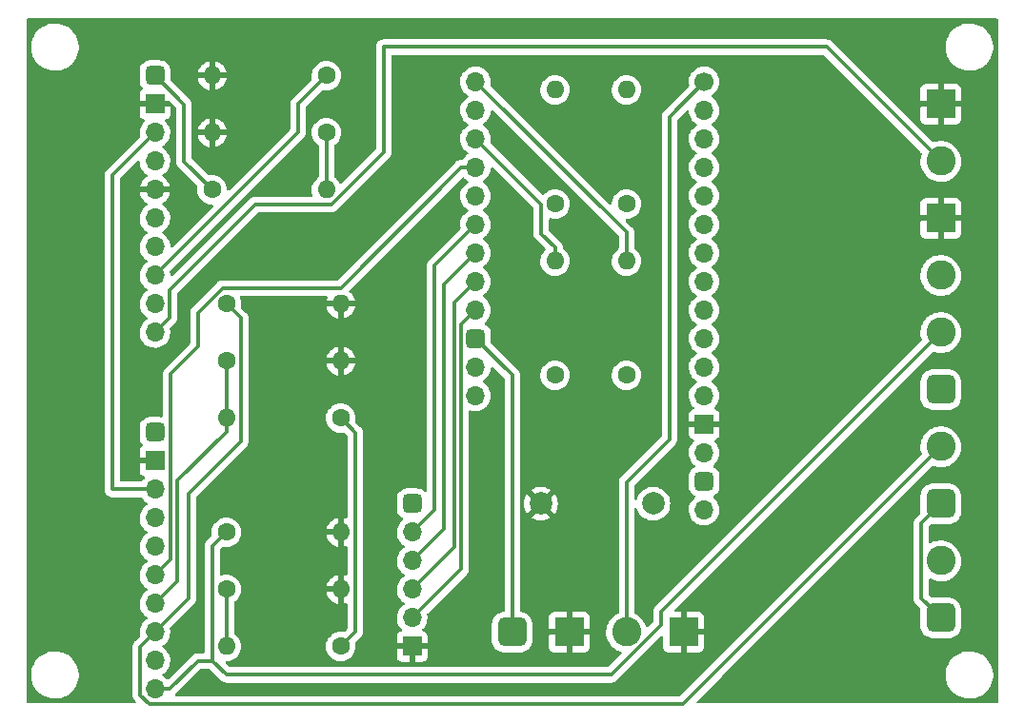
<source format=gbl>
G04 #@! TF.GenerationSoftware,KiCad,Pcbnew,6.0.11+dfsg-1*
G04 #@! TF.CreationDate,2023-06-04T21:15:00+02:00*
G04 #@! TF.ProjectId,EspressoV1,45737072-6573-4736-9f56-312e6b696361,rev?*
G04 #@! TF.SameCoordinates,Original*
G04 #@! TF.FileFunction,Copper,L2,Bot*
G04 #@! TF.FilePolarity,Positive*
%FSLAX46Y46*%
G04 Gerber Fmt 4.6, Leading zero omitted, Abs format (unit mm)*
G04 Created by KiCad (PCBNEW 6.0.11+dfsg-1) date 2023-06-04 21:15:00*
%MOMM*%
%LPD*%
G01*
G04 APERTURE LIST*
G04 Aperture macros list*
%AMRoundRect*
0 Rectangle with rounded corners*
0 $1 Rounding radius*
0 $2 $3 $4 $5 $6 $7 $8 $9 X,Y pos of 4 corners*
0 Add a 4 corners polygon primitive as box body*
4,1,4,$2,$3,$4,$5,$6,$7,$8,$9,$2,$3,0*
0 Add four circle primitives for the rounded corners*
1,1,$1+$1,$2,$3*
1,1,$1+$1,$4,$5*
1,1,$1+$1,$6,$7*
1,1,$1+$1,$8,$9*
0 Add four rect primitives between the rounded corners*
20,1,$1+$1,$2,$3,$4,$5,0*
20,1,$1+$1,$4,$5,$6,$7,0*
20,1,$1+$1,$6,$7,$8,$9,0*
20,1,$1+$1,$8,$9,$2,$3,0*%
G04 Aperture macros list end*
G04 #@! TA.AperFunction,ComponentPad*
%ADD10C,2.600000*%
G04 #@! TD*
G04 #@! TA.AperFunction,ComponentPad*
%ADD11RoundRect,0.650000X0.650000X-0.650000X0.650000X0.650000X-0.650000X0.650000X-0.650000X-0.650000X0*%
G04 #@! TD*
G04 #@! TA.AperFunction,ComponentPad*
%ADD12R,2.600000X2.600000*%
G04 #@! TD*
G04 #@! TA.AperFunction,ComponentPad*
%ADD13RoundRect,0.650000X-0.650000X-0.650000X0.650000X-0.650000X0.650000X0.650000X-0.650000X0.650000X0*%
G04 #@! TD*
G04 #@! TA.AperFunction,ComponentPad*
%ADD14O,1.600000X1.600000*%
G04 #@! TD*
G04 #@! TA.AperFunction,ComponentPad*
%ADD15C,1.600000*%
G04 #@! TD*
G04 #@! TA.AperFunction,ComponentPad*
%ADD16RoundRect,0.425000X0.425000X0.425000X-0.425000X0.425000X-0.425000X-0.425000X0.425000X-0.425000X0*%
G04 #@! TD*
G04 #@! TA.AperFunction,ComponentPad*
%ADD17O,1.700000X1.700000*%
G04 #@! TD*
G04 #@! TA.AperFunction,ComponentPad*
%ADD18R,1.700000X1.700000*%
G04 #@! TD*
G04 #@! TA.AperFunction,ComponentPad*
%ADD19RoundRect,0.425000X-0.425000X-0.425000X0.425000X-0.425000X0.425000X0.425000X-0.425000X0.425000X0*%
G04 #@! TD*
G04 #@! TA.AperFunction,ComponentPad*
%ADD20C,1.700000*%
G04 #@! TD*
G04 #@! TA.AperFunction,ComponentPad*
%ADD21C,2.000000*%
G04 #@! TD*
G04 #@! TA.AperFunction,Conductor*
%ADD22C,0.350000*%
G04 #@! TD*
G04 APERTURE END LIST*
D10*
G04 #@! TO.P,PT1000,2*
G04 #@! TO.N,Net-(0x48-Pad5)*
X177800000Y-102870000D03*
D11*
G04 #@! TO.P,PT1000,1*
G04 #@! TO.N,Net-(0x48-Pad8)*
X177800000Y-107950000D03*
G04 #@! TD*
D12*
G04 #@! TO.P,PSU1,2*
G04 #@! TO.N,GND*
X144780000Y-109220000D03*
D13*
G04 #@! TO.P,PSU1,1*
G04 #@! TO.N,Net-(ESP321-PadVUSB)*
X139700000Y-109220000D03*
G04 #@! TD*
D12*
G04 #@! TO.P,SSR1,2*
G04 #@! TO.N,GND*
X154940000Y-109220000D03*
D10*
G04 #@! TO.P,SSR1,1*
G04 #@! TO.N,Net-(ESP321-PadP21)*
X149860000Y-109220000D03*
G04 #@! TD*
D12*
G04 #@! TO.P,SENS4,2*
G04 #@! TO.N,GND*
X177800000Y-62230000D03*
D10*
G04 #@! TO.P,SENS4,1*
G04 #@! TO.N,Net-(0x48-Pad7)*
X177800000Y-67310000D03*
G04 #@! TD*
D12*
G04 #@! TO.P,SENS3,2*
G04 #@! TO.N,GND*
X177800000Y-72390000D03*
D10*
G04 #@! TO.P,SENS3,1*
G04 #@! TO.N,Net-(0x48-Pad6)*
X177800000Y-77470000D03*
G04 #@! TD*
G04 #@! TO.P,SENS2,2*
G04 #@! TO.N,Net-(0x49-Pad7)*
X177800000Y-82550000D03*
D11*
G04 #@! TO.P,SENS2,1*
G04 #@! TO.N,Net-(0x48-Pad8)*
X177800000Y-87630000D03*
G04 #@! TD*
D10*
G04 #@! TO.P,SENS1,2*
G04 #@! TO.N,Net-(0x49-Pad5)*
X177800000Y-92710000D03*
D11*
G04 #@! TO.P,SENS1,1*
G04 #@! TO.N,Net-(0x48-Pad8)*
X177800000Y-97790000D03*
G04 #@! TD*
D14*
G04 #@! TO.P,R3-4,2*
G04 #@! TO.N,GND*
X124460000Y-100330000D03*
D15*
G04 #@! TO.P,R3-4,1*
G04 #@! TO.N,Net-(0x49-Pad7)*
X114300000Y-100330000D03*
G04 #@! TD*
D14*
G04 #@! TO.P,R3-2,2*
G04 #@! TO.N,GND*
X124460000Y-105410000D03*
D15*
G04 #@! TO.P,R3-2,1*
G04 #@! TO.N,Net-(0x49-Pad6)*
X114300000Y-105410000D03*
G04 #@! TD*
D14*
G04 #@! TO.P,R3-1,2*
G04 #@! TO.N,Net-(0x49-Pad6)*
X114300000Y-110490000D03*
D15*
G04 #@! TO.P,R3-1,1*
G04 #@! TO.N,Net-(0x48-Pad8)*
X124460000Y-110490000D03*
G04 #@! TD*
D14*
G04 #@! TO.P,R2-4,2*
G04 #@! TO.N,GND*
X124460000Y-80010000D03*
D15*
G04 #@! TO.P,R2-4,1*
G04 #@! TO.N,Net-(0x49-Pad5)*
X114300000Y-80010000D03*
G04 #@! TD*
D14*
G04 #@! TO.P,R2-2,2*
G04 #@! TO.N,GND*
X124460000Y-85090000D03*
D15*
G04 #@! TO.P,R2-2,1*
G04 #@! TO.N,Net-(0x49-Pad4)*
X114300000Y-85090000D03*
G04 #@! TD*
D14*
G04 #@! TO.P,R2-1,2*
G04 #@! TO.N,Net-(0x49-Pad4)*
X114300000Y-90170000D03*
D15*
G04 #@! TO.P,R2-1,1*
G04 #@! TO.N,Net-(0x48-Pad8)*
X124460000Y-90170000D03*
G04 #@! TD*
D16*
G04 #@! TO.P,J1,6*
G04 #@! TO.N,Net-(ESP321-PadVUSB)*
X130810000Y-97790000D03*
D17*
G04 #@! TO.P,J1,5*
G04 #@! TO.N,Net-(ESP321-PadP33)*
X130810000Y-100330000D03*
G04 #@! TO.P,J1,4*
G04 #@! TO.N,Net-(ESP321-PadP27)*
X130810000Y-102870000D03*
G04 #@! TO.P,J1,3*
G04 #@! TO.N,Net-(ESP321-PadP12)*
X130810000Y-105410000D03*
G04 #@! TO.P,J1,2*
G04 #@! TO.N,Net-(ESP321-PadP13)*
X130810000Y-107950000D03*
D18*
G04 #@! TO.P,J1,1*
G04 #@! TO.N,GND*
X130810000Y-110490000D03*
G04 #@! TD*
D17*
G04 #@! TO.P,ESP321,P34*
G04 #@! TO.N,Net-(ESP321-PadP34)*
X156765000Y-83105000D03*
G04 #@! TO.P,ESP321,P25*
G04 #@! TO.N,Net-(ESP321-PadP25)*
X156765000Y-85645000D03*
G04 #@! TO.P,ESP321,P04*
G04 #@! TO.N,Net-(ESP321-PadP04)*
X156765000Y-75485000D03*
G04 #@! TO.P,ESP321,P26*
G04 #@! TO.N,Net-(ESP321-PadP26)*
X156765000Y-88185000D03*
G04 #@! TO.P,ESP321,P39*
G04 #@! TO.N,Net-(ESP321-PadP39)*
X156765000Y-80565000D03*
G04 #@! TO.P,ESP321,P18*
G04 #@! TO.N,Net-(ESP321-PadP18)*
X156765000Y-70405000D03*
G04 #@! TO.P,ESP321,NC*
G04 #@! TO.N,Net-(ESP321-PadNC)*
X156765000Y-93265000D03*
D18*
G04 #@! TO.P,ESP321,GND*
G04 #@! TO.N,GND*
X156765000Y-90725000D03*
D19*
G04 #@! TO.P,ESP321,3V3*
G04 #@! TO.N,Net-(0x48-Pad8)*
X156765000Y-95805000D03*
D20*
G04 #@! TO.P,ESP321,P21*
G04 #@! TO.N,Net-(ESP321-PadP21)*
X156765000Y-60245000D03*
D17*
G04 #@! TO.P,ESP321,P05*
G04 #@! TO.N,Net-(ESP321-PadP05)*
X156765000Y-72945000D03*
G04 #@! TO.P,ESP321,P16*
G04 #@! TO.N,Net-(ESP321-PadP16)*
X156765000Y-65325000D03*
G04 #@! TO.P,ESP321,P36*
G04 #@! TO.N,Net-(ESP321-PadP36)*
X156765000Y-78025000D03*
G04 #@! TO.P,ESP321,P17*
G04 #@! TO.N,Net-(ESP321-PadP17)*
X156765000Y-62785000D03*
G04 #@! TO.P,ESP321,P19*
G04 #@! TO.N,Net-(ESP321-PadP19)*
X156765000Y-67865000D03*
G04 #@! TO.P,ESP321,RESET*
G04 #@! TO.N,Net-(ESP321-PadRESET)*
X156765000Y-98345000D03*
G04 #@! TO.P,ESP321,P12*
G04 #@! TO.N,Net-(ESP321-PadP12)*
X136445000Y-78025000D03*
G04 #@! TO.P,ESP321,P22*
G04 #@! TO.N,Net-(0x48-Pad10)*
X136445000Y-62785000D03*
G04 #@! TO.P,ESP321,P13*
G04 #@! TO.N,Net-(ESP321-PadP13)*
X136445000Y-80565000D03*
G04 #@! TO.P,ESP321,VBAT*
G04 #@! TO.N,Net-(ESP321-PadVBAT)*
X136445000Y-88185000D03*
G04 #@! TO.P,ESP321,P33*
G04 #@! TO.N,Net-(ESP321-PadP33)*
X136445000Y-72945000D03*
G04 #@! TO.P,ESP321,P14*
G04 #@! TO.N,Net-(0x48-Pad2)*
X136445000Y-65325000D03*
D19*
G04 #@! TO.P,ESP321,VUSB*
G04 #@! TO.N,Net-(ESP321-PadVUSB)*
X136445000Y-83105000D03*
D17*
G04 #@! TO.P,ESP321,EN*
G04 #@! TO.N,Net-(ESP321-PadEN)*
X136445000Y-85645000D03*
G04 #@! TO.P,ESP321,P27*
G04 #@! TO.N,Net-(ESP321-PadP27)*
X136445000Y-75485000D03*
G04 #@! TO.P,ESP321,P32*
G04 #@! TO.N,Net-(0x49-Pad2)*
X136445000Y-67865000D03*
G04 #@! TO.P,ESP321,P23*
G04 #@! TO.N,Net-(0x48-Pad9)*
X136445000Y-60245000D03*
G04 #@! TO.P,ESP321,P15*
G04 #@! TO.N,Net-(ESP321-PadP15)*
X136445000Y-70405000D03*
G04 #@! TD*
D18*
G04 #@! TO.P,0x48,3*
G04 #@! TO.N,GND*
X107950000Y-62230000D03*
D19*
G04 #@! TO.P,0x48,8*
G04 #@! TO.N,Net-(0x48-Pad8)*
X107950000Y-59690000D03*
D17*
G04 #@! TO.P,0x48,1*
G04 #@! TO.N,GND*
X107950000Y-69850000D03*
G04 #@! TO.P,0x48,5*
G04 #@! TO.N,Net-(0x48-Pad5)*
X107950000Y-77470000D03*
G04 #@! TO.P,0x48,9*
G04 #@! TO.N,Net-(0x48-Pad9)*
X107950000Y-67310000D03*
G04 #@! TO.P,0x48,7*
G04 #@! TO.N,Net-(0x48-Pad7)*
X107950000Y-82550000D03*
G04 #@! TO.P,0x48,10*
G04 #@! TO.N,Net-(0x48-Pad10)*
X107950000Y-64770000D03*
G04 #@! TO.P,0x48,2*
G04 #@! TO.N,Net-(0x48-Pad2)*
X107950000Y-72390000D03*
G04 #@! TO.P,0x48,4*
G04 #@! TO.N,Net-(0x48-Pad4)*
X107950000Y-74930000D03*
G04 #@! TO.P,0x48,6*
G04 #@! TO.N,Net-(0x48-Pad6)*
X107950000Y-80010000D03*
G04 #@! TD*
D18*
G04 #@! TO.P,0x49,3*
G04 #@! TO.N,GND*
X107950000Y-93980000D03*
D19*
G04 #@! TO.P,0x49,8*
G04 #@! TO.N,Net-(0x48-Pad8)*
X107950000Y-91440000D03*
D17*
G04 #@! TO.P,0x49,1*
X107950000Y-101600000D03*
G04 #@! TO.P,0x49,5*
G04 #@! TO.N,Net-(0x49-Pad5)*
X107950000Y-109220000D03*
G04 #@! TO.P,0x49,9*
G04 #@! TO.N,Net-(0x48-Pad9)*
X107950000Y-99060000D03*
G04 #@! TO.P,0x49,7*
G04 #@! TO.N,Net-(0x49-Pad7)*
X107950000Y-114300000D03*
G04 #@! TO.P,0x49,10*
G04 #@! TO.N,Net-(0x48-Pad10)*
X107950000Y-96520000D03*
G04 #@! TO.P,0x49,2*
G04 #@! TO.N,Net-(0x49-Pad2)*
X107950000Y-104140000D03*
G04 #@! TO.P,0x49,4*
G04 #@! TO.N,Net-(0x49-Pad4)*
X107950000Y-106680000D03*
G04 #@! TO.P,0x49,6*
G04 #@! TO.N,Net-(0x49-Pad6)*
X107950000Y-111760000D03*
G04 #@! TD*
D14*
G04 #@! TO.P,R3,2*
G04 #@! TO.N,Net-(0x48-Pad9)*
X149860000Y-76200000D03*
D15*
G04 #@! TO.P,R3,1*
G04 #@! TO.N,Net-(0x48-Pad8)*
X149860000Y-86360000D03*
G04 #@! TD*
D14*
G04 #@! TO.P,R7,2*
G04 #@! TO.N,Net-(0x48-Pad10)*
X143510000Y-60960000D03*
D15*
G04 #@! TO.P,R7,1*
G04 #@! TO.N,Net-(0x48-Pad8)*
X143510000Y-71120000D03*
G04 #@! TD*
D14*
G04 #@! TO.P,R5,2*
G04 #@! TO.N,Net-(0x49-Pad2)*
X149860000Y-60960000D03*
D15*
G04 #@! TO.P,R5,1*
G04 #@! TO.N,Net-(0x48-Pad8)*
X149860000Y-71120000D03*
G04 #@! TD*
D14*
G04 #@! TO.P,R6,2*
G04 #@! TO.N,Net-(0x48-Pad2)*
X143510000Y-76200000D03*
D15*
G04 #@! TO.P,R6,1*
G04 #@! TO.N,Net-(0x48-Pad8)*
X143510000Y-86360000D03*
G04 #@! TD*
D21*
G04 #@! TO.P,C1,2*
G04 #@! TO.N,GND*
X142240000Y-97790000D03*
G04 #@! TO.P,C1,1*
G04 #@! TO.N,Net-(0x48-Pad8)*
X152240000Y-97790000D03*
G04 #@! TD*
D14*
G04 #@! TO.P,R4,2*
G04 #@! TO.N,GND*
X113030000Y-59690000D03*
D15*
G04 #@! TO.P,R4,1*
G04 #@! TO.N,Net-(0x48-Pad5)*
X123190000Y-59690000D03*
G04 #@! TD*
D14*
G04 #@! TO.P,R2,2*
G04 #@! TO.N,GND*
X113030000Y-64770000D03*
D15*
G04 #@! TO.P,R2,1*
G04 #@! TO.N,Net-(0x48-Pad4)*
X123190000Y-64770000D03*
G04 #@! TD*
D14*
G04 #@! TO.P,R1,2*
G04 #@! TO.N,Net-(0x48-Pad4)*
X123190000Y-69850000D03*
D15*
G04 #@! TO.P,R1,1*
G04 #@! TO.N,Net-(0x48-Pad8)*
X113030000Y-69850000D03*
G04 #@! TD*
D22*
G04 #@! TO.N,Net-(0x48-Pad2)*
X143510000Y-76200000D02*
X143510000Y-74974700D01*
X143510000Y-74974700D02*
X142284700Y-73749400D01*
X142284700Y-73749400D02*
X142284700Y-71164700D01*
X142284700Y-71164700D02*
X136445000Y-65325000D01*
G04 #@! TO.N,Net-(0x48-Pad4)*
X123190000Y-69850000D02*
X123190000Y-64770000D01*
G04 #@! TO.N,Net-(0x48-Pad5)*
X120650000Y-64770000D02*
X107950000Y-77470000D01*
X120650000Y-62230000D02*
X120650000Y-64770000D01*
X123190000Y-59690000D02*
X120650000Y-62230000D01*
G04 #@! TO.N,Net-(0x48-Pad7)*
X167640000Y-57150000D02*
X177800000Y-67310000D01*
X128270000Y-66531300D02*
X128270000Y-57150000D01*
X123660600Y-71140700D02*
X128270000Y-66531300D01*
X116860700Y-71140700D02*
X123660600Y-71140700D01*
X109220000Y-79392998D02*
X109220000Y-78781400D01*
X128270000Y-57150000D02*
X167640000Y-57150000D01*
X109225001Y-79397999D02*
X109220000Y-79392998D01*
X109220000Y-78781400D02*
X116860700Y-71140700D01*
X109225001Y-80622001D02*
X109225001Y-79397999D01*
X109220000Y-80627002D02*
X109225001Y-80622001D01*
X109220000Y-81280000D02*
X109220000Y-80627002D01*
X107950000Y-82550000D02*
X109220000Y-81280000D01*
G04 #@! TO.N,Net-(0x48-Pad8)*
X177800000Y-97790000D02*
X176060800Y-99529200D01*
X176060800Y-99529200D02*
X176060800Y-106210800D01*
X176060800Y-106210800D02*
X177800000Y-107950000D01*
X124460000Y-90170000D02*
X125735500Y-91445500D01*
X125735500Y-91445500D02*
X125735500Y-109214500D01*
X125735500Y-109214500D02*
X124460000Y-110490000D01*
X113030000Y-69850000D02*
X110525400Y-67345400D01*
X110525400Y-67345400D02*
X110525400Y-62265400D01*
X110525400Y-62265400D02*
X107950000Y-59690000D01*
G04 #@! TO.N,Net-(0x48-Pad9)*
X149860000Y-76200000D02*
X149860000Y-73660000D01*
X149860000Y-73660000D02*
X136445000Y-60245000D01*
G04 #@! TO.N,Net-(0x48-Pad10)*
X104140000Y-96520000D02*
X107950000Y-96520000D01*
X104140000Y-68580000D02*
X104140000Y-96520000D01*
X107950000Y-64770000D02*
X104140000Y-68580000D01*
G04 #@! TO.N,Net-(0x49-Pad7)*
X107950000Y-114300000D02*
X109225300Y-114300000D01*
X113053400Y-111771300D02*
X113053400Y-101576600D01*
X113053400Y-101576600D02*
X114300000Y-100330000D01*
X109225300Y-114300000D02*
X111754000Y-111771300D01*
X111754000Y-111771300D02*
X113053400Y-111771300D01*
X152929900Y-107420100D02*
X177800000Y-82550000D01*
X152929900Y-108592800D02*
X152929900Y-107420100D01*
X148492700Y-113030000D02*
X152929900Y-108592800D01*
X114312100Y-113030000D02*
X148492700Y-113030000D01*
X113053400Y-111771300D02*
X114312100Y-113030000D01*
G04 #@! TO.N,Net-(0x49-Pad6)*
X114300000Y-110490000D02*
X114300000Y-105410000D01*
G04 #@! TO.N,Net-(0x49-Pad5)*
X107950000Y-109220000D02*
X106651600Y-110518400D01*
X106651600Y-110518400D02*
X106651600Y-114811300D01*
X106651600Y-114811300D02*
X107438000Y-115597700D01*
X107438000Y-115597700D02*
X154912300Y-115597700D01*
X154912300Y-115597700D02*
X177800000Y-92710000D01*
X114300000Y-80010000D02*
X115564800Y-81274800D01*
X115564800Y-81274800D02*
X115564800Y-92252200D01*
X115564800Y-92252200D02*
X110917600Y-96899400D01*
X110917600Y-96899400D02*
X110917600Y-106252400D01*
X110917600Y-106252400D02*
X107950000Y-109220000D01*
G04 #@! TO.N,Net-(0x49-Pad4)*
X114300000Y-90170000D02*
X114300000Y-91395300D01*
X107950000Y-106680000D02*
X109939900Y-104690100D01*
X109939900Y-104690100D02*
X109939900Y-95755400D01*
X109939900Y-95755400D02*
X114300000Y-91395300D01*
X114300000Y-90170000D02*
X114300000Y-85090000D01*
G04 #@! TO.N,Net-(0x49-Pad2)*
X109339500Y-102750500D02*
X107950000Y-104140000D01*
X109339500Y-86240500D02*
X109339500Y-102750500D01*
X111760000Y-83820000D02*
X109339500Y-86240500D01*
X111760000Y-80787100D02*
X111760000Y-83820000D01*
X113958900Y-78588200D02*
X111760000Y-80787100D01*
X124446500Y-78588200D02*
X113958900Y-78588200D01*
X135169700Y-67865000D02*
X124446500Y-78588200D01*
X136445000Y-67865000D02*
X135169700Y-67865000D01*
G04 #@! TO.N,Net-(ESP321-PadP21)*
X149860000Y-95860800D02*
X149860000Y-109220000D01*
X153670000Y-92050800D02*
X149860000Y-95860800D01*
X153670000Y-63340000D02*
X153670000Y-92050800D01*
X156765000Y-60245000D02*
X153670000Y-63340000D01*
G04 #@! TO.N,Net-(ESP321-PadP13)*
X136445000Y-80565000D02*
X135168100Y-81841900D01*
X135168100Y-81841900D02*
X135168100Y-103591900D01*
X135168100Y-103591900D02*
X130810000Y-107950000D01*
G04 #@! TO.N,Net-(ESP321-PadP33)*
X136445000Y-72945000D02*
X132792500Y-76597500D01*
X132792500Y-76597500D02*
X132792500Y-98347500D01*
X132792500Y-98347500D02*
X130810000Y-100330000D01*
G04 #@! TO.N,Net-(ESP321-PadVUSB)*
X136445000Y-83105000D02*
X139700000Y-86360000D01*
X139700000Y-86360000D02*
X139700000Y-109220000D01*
G04 #@! TO.N,Net-(ESP321-PadP27)*
X136445000Y-75485000D02*
X133673500Y-78256500D01*
X133673500Y-78256500D02*
X133673500Y-100006500D01*
X133673500Y-100006500D02*
X130810000Y-102870000D01*
G04 #@! TO.N,Net-(ESP321-PadP12)*
X136445000Y-78025000D02*
X134567700Y-79902300D01*
X134567700Y-79902300D02*
X134567700Y-101652300D01*
X134567700Y-101652300D02*
X130810000Y-105410000D01*
G04 #@! TD*
G04 #@! TA.AperFunction,Conductor*
G04 #@! TO.N,GND*
G36*
X182822121Y-54630002D02*
G01*
X182868614Y-54683658D01*
X182880000Y-54736000D01*
X182880000Y-115444000D01*
X182859998Y-115512121D01*
X182806342Y-115558614D01*
X182754000Y-115570000D01*
X156210805Y-115570000D01*
X156142684Y-115549998D01*
X156096191Y-115496342D01*
X156086087Y-115426068D01*
X156115581Y-115361488D01*
X156121710Y-115354905D01*
X158313912Y-113162703D01*
X178230743Y-113162703D01*
X178268268Y-113447734D01*
X178344129Y-113725036D01*
X178456923Y-113989476D01*
X178604561Y-114236161D01*
X178784313Y-114460528D01*
X178992851Y-114658423D01*
X179226317Y-114826186D01*
X179230112Y-114828195D01*
X179230113Y-114828196D01*
X179251869Y-114839715D01*
X179480392Y-114960712D01*
X179750373Y-115059511D01*
X180031264Y-115120755D01*
X180059841Y-115123004D01*
X180254282Y-115138307D01*
X180254291Y-115138307D01*
X180256739Y-115138500D01*
X180412271Y-115138500D01*
X180414407Y-115138354D01*
X180414418Y-115138354D01*
X180622548Y-115124165D01*
X180622554Y-115124164D01*
X180626825Y-115123873D01*
X180631020Y-115123004D01*
X180631022Y-115123004D01*
X180767584Y-115094723D01*
X180908342Y-115065574D01*
X181179343Y-114969607D01*
X181434812Y-114837750D01*
X181438313Y-114835289D01*
X181438317Y-114835287D01*
X181632084Y-114699105D01*
X181670023Y-114672441D01*
X181880622Y-114476740D01*
X182062713Y-114254268D01*
X182212927Y-114009142D01*
X182328483Y-113745898D01*
X182336794Y-113716724D01*
X182388289Y-113535949D01*
X182407244Y-113469406D01*
X182447751Y-113184784D01*
X182447845Y-113166951D01*
X182449235Y-112901583D01*
X182449235Y-112901576D01*
X182449257Y-112897297D01*
X182411732Y-112612266D01*
X182335871Y-112334964D01*
X182223077Y-112070524D01*
X182089899Y-111848000D01*
X182077643Y-111827521D01*
X182077640Y-111827517D01*
X182075439Y-111823839D01*
X181895687Y-111599472D01*
X181687149Y-111401577D01*
X181453683Y-111233814D01*
X181431843Y-111222250D01*
X181349519Y-111178662D01*
X181199608Y-111099288D01*
X181005709Y-111028331D01*
X180933658Y-111001964D01*
X180933656Y-111001963D01*
X180929627Y-111000489D01*
X180648736Y-110939245D01*
X180617685Y-110936801D01*
X180425718Y-110921693D01*
X180425709Y-110921693D01*
X180423261Y-110921500D01*
X180267729Y-110921500D01*
X180265593Y-110921646D01*
X180265582Y-110921646D01*
X180057452Y-110935835D01*
X180057446Y-110935836D01*
X180053175Y-110936127D01*
X180048980Y-110936996D01*
X180048978Y-110936996D01*
X179958409Y-110955752D01*
X179771658Y-110994426D01*
X179500657Y-111090393D01*
X179491985Y-111094869D01*
X179320682Y-111183285D01*
X179245188Y-111222250D01*
X179241687Y-111224711D01*
X179241683Y-111224713D01*
X179190759Y-111260503D01*
X179009977Y-111387559D01*
X178799378Y-111583260D01*
X178617287Y-111805732D01*
X178467073Y-112050858D01*
X178351517Y-112314102D01*
X178272756Y-112590594D01*
X178232249Y-112875216D01*
X178232227Y-112879505D01*
X178232226Y-112879512D01*
X178230765Y-113158417D01*
X178230743Y-113162703D01*
X158313912Y-113162703D01*
X165229781Y-106246834D01*
X175373224Y-106246834D01*
X175374529Y-106254311D01*
X175374529Y-106254314D01*
X175383802Y-106307447D01*
X175384765Y-106313971D01*
X175390655Y-106362638D01*
X175392155Y-106375035D01*
X175394842Y-106382145D01*
X175396046Y-106387048D01*
X175398914Y-106397534D01*
X175400361Y-106402326D01*
X175401666Y-106409804D01*
X175404718Y-106416756D01*
X175404718Y-106416757D01*
X175426395Y-106466141D01*
X175428886Y-106472246D01*
X175445937Y-106517368D01*
X175450631Y-106529789D01*
X175454931Y-106536046D01*
X175457267Y-106540514D01*
X175462525Y-106549960D01*
X175465107Y-106554326D01*
X175468162Y-106561285D01*
X175505623Y-106610104D01*
X175509486Y-106615423D01*
X175533048Y-106649705D01*
X175544334Y-106666126D01*
X175550003Y-106671177D01*
X175589123Y-106706032D01*
X175594398Y-106711013D01*
X175959006Y-107075621D01*
X175993032Y-107137933D01*
X175995588Y-107173726D01*
X175991662Y-107228487D01*
X175991661Y-107228519D01*
X175991500Y-107230763D01*
X175991501Y-108669236D01*
X175991669Y-108671529D01*
X175991669Y-108671536D01*
X175997782Y-108755088D01*
X175998723Y-108767953D01*
X176048609Y-108974944D01*
X176135380Y-109169378D01*
X176138653Y-109174132D01*
X176138654Y-109174133D01*
X176233415Y-109311753D01*
X176256131Y-109344744D01*
X176260218Y-109348824D01*
X176260219Y-109348825D01*
X176402730Y-109491089D01*
X176402735Y-109491093D01*
X176406817Y-109495168D01*
X176411578Y-109498434D01*
X176493561Y-109554674D01*
X176582393Y-109615613D01*
X176641356Y-109641803D01*
X176771701Y-109699700D01*
X176771705Y-109699701D01*
X176776979Y-109702044D01*
X176782600Y-109703388D01*
X176782599Y-109703388D01*
X176979059Y-109750373D01*
X176979063Y-109750374D01*
X176984057Y-109751568D01*
X177020285Y-109754165D01*
X177078513Y-109758339D01*
X177078521Y-109758339D01*
X177080763Y-109758500D01*
X177793543Y-109758500D01*
X178519236Y-109758499D01*
X178521529Y-109758331D01*
X178521536Y-109758331D01*
X178612818Y-109751653D01*
X178612822Y-109751652D01*
X178617953Y-109751277D01*
X178824944Y-109701391D01*
X179019378Y-109614620D01*
X179024133Y-109611346D01*
X179189988Y-109497144D01*
X179189989Y-109497143D01*
X179194744Y-109493869D01*
X179201054Y-109487548D01*
X179341089Y-109347270D01*
X179341093Y-109347265D01*
X179345168Y-109343183D01*
X179405170Y-109255716D01*
X179462345Y-109172371D01*
X179462345Y-109172370D01*
X179465613Y-109167607D01*
X179512770Y-109061441D01*
X179549700Y-108978299D01*
X179549701Y-108978295D01*
X179552044Y-108973021D01*
X179593735Y-108798696D01*
X179600373Y-108770941D01*
X179600374Y-108770937D01*
X179601568Y-108765943D01*
X179608500Y-108669237D01*
X179608499Y-107230764D01*
X179601277Y-107132047D01*
X179551391Y-106925056D01*
X179464620Y-106730622D01*
X179451118Y-106711013D01*
X179347144Y-106560012D01*
X179347143Y-106560011D01*
X179343869Y-106555256D01*
X179315195Y-106526632D01*
X179197270Y-106408911D01*
X179197265Y-106408907D01*
X179193183Y-106404832D01*
X179086047Y-106331337D01*
X179022371Y-106287655D01*
X179022370Y-106287655D01*
X179017607Y-106284387D01*
X178870376Y-106218990D01*
X178828299Y-106200300D01*
X178828295Y-106200299D01*
X178823021Y-106197956D01*
X178759460Y-106182755D01*
X178620941Y-106149627D01*
X178620937Y-106149626D01*
X178615943Y-106148432D01*
X178577202Y-106145655D01*
X178521487Y-106141661D01*
X178521479Y-106141661D01*
X178519237Y-106141500D01*
X177806457Y-106141500D01*
X177080764Y-106141501D01*
X177078469Y-106141669D01*
X177078466Y-106141669D01*
X177067894Y-106142443D01*
X177023988Y-106145655D01*
X176954592Y-106130677D01*
X176925701Y-106109086D01*
X176781205Y-105964590D01*
X176747179Y-105902278D01*
X176744300Y-105875495D01*
X176744300Y-104566862D01*
X176764302Y-104498741D01*
X176817958Y-104452248D01*
X176888232Y-104442144D01*
X176928968Y-104455354D01*
X177076840Y-104533154D01*
X177330613Y-104621775D01*
X177335206Y-104622647D01*
X177590109Y-104671042D01*
X177590112Y-104671042D01*
X177594698Y-104671913D01*
X177722370Y-104676929D01*
X177858625Y-104682283D01*
X177858630Y-104682283D01*
X177863293Y-104682466D01*
X177967607Y-104671042D01*
X178125844Y-104653713D01*
X178125850Y-104653712D01*
X178130497Y-104653203D01*
X178135021Y-104652012D01*
X178385918Y-104585956D01*
X178385920Y-104585955D01*
X178390441Y-104584765D01*
X178423567Y-104570533D01*
X178633120Y-104480502D01*
X178633122Y-104480501D01*
X178637414Y-104478657D01*
X178752081Y-104407699D01*
X178862017Y-104339669D01*
X178862021Y-104339666D01*
X178865990Y-104337210D01*
X179071149Y-104163530D01*
X179248382Y-103961434D01*
X179256656Y-103948572D01*
X179365088Y-103779994D01*
X179393797Y-103735361D01*
X179504199Y-103490278D01*
X179544977Y-103345690D01*
X179575893Y-103236072D01*
X179575894Y-103236069D01*
X179577163Y-103231568D01*
X179608643Y-102984118D01*
X179610688Y-102968045D01*
X179610688Y-102968041D01*
X179611086Y-102964915D01*
X179613571Y-102870000D01*
X179611096Y-102836695D01*
X179593996Y-102606592D01*
X179593996Y-102606591D01*
X179593650Y-102601937D01*
X179592619Y-102597379D01*
X179535361Y-102344331D01*
X179535360Y-102344326D01*
X179534327Y-102339763D01*
X179436902Y-102089238D01*
X179303518Y-101855864D01*
X179277461Y-101822810D01*
X179188550Y-101710027D01*
X179137105Y-101644769D01*
X178941317Y-101460591D01*
X178781479Y-101349707D01*
X178724299Y-101310039D01*
X178724296Y-101310037D01*
X178720457Y-101307374D01*
X178716264Y-101305306D01*
X178483564Y-101190551D01*
X178483561Y-101190550D01*
X178479376Y-101188486D01*
X178446228Y-101177875D01*
X178310089Y-101134297D01*
X178223370Y-101106538D01*
X178218763Y-101105788D01*
X178218760Y-101105787D01*
X177962674Y-101064081D01*
X177962675Y-101064081D01*
X177958063Y-101063330D01*
X177827719Y-101061624D01*
X177693961Y-101059873D01*
X177693958Y-101059873D01*
X177689284Y-101059812D01*
X177422937Y-101096060D01*
X177164874Y-101171278D01*
X177160621Y-101173238D01*
X177160620Y-101173239D01*
X176923051Y-101282760D01*
X176852814Y-101293115D01*
X176788128Y-101263852D01*
X176749531Y-101204264D01*
X176744300Y-101168334D01*
X176744300Y-99864505D01*
X176764302Y-99796384D01*
X176781205Y-99775410D01*
X176925621Y-99630994D01*
X176987933Y-99596968D01*
X177023726Y-99594412D01*
X177078487Y-99598338D01*
X177078519Y-99598339D01*
X177080763Y-99598500D01*
X177793543Y-99598500D01*
X178519236Y-99598499D01*
X178521529Y-99598331D01*
X178521536Y-99598331D01*
X178612818Y-99591653D01*
X178612822Y-99591652D01*
X178617953Y-99591277D01*
X178824944Y-99541391D01*
X179019378Y-99454620D01*
X179066409Y-99422236D01*
X179189988Y-99337144D01*
X179189989Y-99337143D01*
X179194744Y-99333869D01*
X179200903Y-99327699D01*
X179341089Y-99187270D01*
X179341093Y-99187265D01*
X179345168Y-99183183D01*
X179405823Y-99094764D01*
X179462345Y-99012371D01*
X179462345Y-99012370D01*
X179465613Y-99007607D01*
X179532859Y-98856213D01*
X179549700Y-98818299D01*
X179549701Y-98818295D01*
X179552044Y-98813021D01*
X179572803Y-98726221D01*
X179600373Y-98610941D01*
X179600374Y-98610937D01*
X179601568Y-98605943D01*
X179607044Y-98529547D01*
X179608339Y-98511487D01*
X179608339Y-98511479D01*
X179608500Y-98509237D01*
X179608499Y-97070764D01*
X179608331Y-97068464D01*
X179601653Y-96977182D01*
X179601652Y-96977178D01*
X179601277Y-96972047D01*
X179551391Y-96765056D01*
X179464620Y-96570622D01*
X179459538Y-96563241D01*
X179347144Y-96400012D01*
X179347143Y-96400011D01*
X179343869Y-96395256D01*
X179298274Y-96349740D01*
X179197270Y-96248911D01*
X179197265Y-96248907D01*
X179193183Y-96244832D01*
X179023827Y-96128654D01*
X179022371Y-96127655D01*
X179022370Y-96127655D01*
X179017607Y-96124387D01*
X178920314Y-96081172D01*
X178828299Y-96040300D01*
X178828295Y-96040299D01*
X178823021Y-96037956D01*
X178785753Y-96029043D01*
X178620941Y-95989627D01*
X178620937Y-95989626D01*
X178615943Y-95988432D01*
X178579715Y-95985835D01*
X178521487Y-95981661D01*
X178521479Y-95981661D01*
X178519237Y-95981500D01*
X177806457Y-95981500D01*
X177080764Y-95981501D01*
X177078471Y-95981669D01*
X177078464Y-95981669D01*
X176987182Y-95988347D01*
X176987178Y-95988348D01*
X176982047Y-95988723D01*
X176775056Y-96038609D01*
X176580622Y-96125380D01*
X176575868Y-96128653D01*
X176575867Y-96128654D01*
X176411886Y-96241566D01*
X176405256Y-96246131D01*
X176401176Y-96250218D01*
X176401175Y-96250219D01*
X176258911Y-96392730D01*
X176258907Y-96392735D01*
X176254832Y-96396817D01*
X176134387Y-96572393D01*
X176106942Y-96634181D01*
X176088160Y-96676467D01*
X176047956Y-96766979D01*
X176046612Y-96772599D01*
X176008597Y-96931555D01*
X175998432Y-96974057D01*
X175991500Y-97070763D01*
X175991501Y-98509236D01*
X175995015Y-98557258D01*
X175995655Y-98566010D01*
X175980677Y-98635408D01*
X175959086Y-98664299D01*
X175597341Y-99026044D01*
X175591076Y-99031898D01*
X175549130Y-99068490D01*
X175513734Y-99118855D01*
X175509822Y-99124120D01*
X175471865Y-99172528D01*
X175468739Y-99179452D01*
X175466129Y-99183761D01*
X175460758Y-99193176D01*
X175458373Y-99197624D01*
X175454005Y-99203839D01*
X175443890Y-99229783D01*
X175431658Y-99261157D01*
X175429106Y-99267229D01*
X175403786Y-99323305D01*
X175402400Y-99330782D01*
X175400890Y-99335602D01*
X175397918Y-99346035D01*
X175396670Y-99350896D01*
X175393911Y-99357972D01*
X175389804Y-99389171D01*
X175385882Y-99418962D01*
X175384850Y-99425478D01*
X175373639Y-99485967D01*
X175374076Y-99493547D01*
X175374076Y-99493548D01*
X175377091Y-99545842D01*
X175377300Y-99553094D01*
X175377300Y-106182755D01*
X175377008Y-106191324D01*
X175376648Y-106196612D01*
X175373224Y-106246834D01*
X165229781Y-106246834D01*
X177040627Y-94435988D01*
X177102939Y-94401962D01*
X177171263Y-94406128D01*
X177326196Y-94460233D01*
X177326202Y-94460235D01*
X177330613Y-94461775D01*
X177335206Y-94462647D01*
X177590109Y-94511042D01*
X177590112Y-94511042D01*
X177594698Y-94511913D01*
X177722370Y-94516929D01*
X177858625Y-94522283D01*
X177858630Y-94522283D01*
X177863293Y-94522466D01*
X177967607Y-94511042D01*
X178125844Y-94493713D01*
X178125850Y-94493712D01*
X178130497Y-94493203D01*
X178222084Y-94469090D01*
X178385918Y-94425956D01*
X178385920Y-94425955D01*
X178390441Y-94424765D01*
X178433820Y-94406128D01*
X178633120Y-94320502D01*
X178633122Y-94320501D01*
X178637414Y-94318657D01*
X178772552Y-94235031D01*
X178862017Y-94179669D01*
X178862021Y-94179666D01*
X178865990Y-94177210D01*
X179071149Y-94003530D01*
X179248382Y-93801434D01*
X179267667Y-93771453D01*
X179391269Y-93579291D01*
X179393797Y-93575361D01*
X179504199Y-93330278D01*
X179541209Y-93199051D01*
X179575893Y-93076072D01*
X179575894Y-93076069D01*
X179577163Y-93071568D01*
X179595043Y-92931019D01*
X179610688Y-92808045D01*
X179610688Y-92808041D01*
X179611086Y-92804915D01*
X179613571Y-92710000D01*
X179593650Y-92441937D01*
X179592179Y-92435435D01*
X179535361Y-92184331D01*
X179535360Y-92184326D01*
X179534327Y-92179763D01*
X179436902Y-91929238D01*
X179303518Y-91695864D01*
X179300244Y-91691710D01*
X179237416Y-91612014D01*
X179137105Y-91484769D01*
X178941317Y-91300591D01*
X178766560Y-91179357D01*
X178724299Y-91150039D01*
X178724296Y-91150037D01*
X178720457Y-91147374D01*
X178692577Y-91133625D01*
X178483564Y-91030551D01*
X178483561Y-91030550D01*
X178479376Y-91028486D01*
X178431745Y-91013239D01*
X178359689Y-90990174D01*
X178223370Y-90946538D01*
X178218763Y-90945788D01*
X178218760Y-90945787D01*
X177962674Y-90904081D01*
X177962675Y-90904081D01*
X177958063Y-90903330D01*
X177827719Y-90901624D01*
X177693961Y-90899873D01*
X177693958Y-90899873D01*
X177689284Y-90899812D01*
X177422937Y-90936060D01*
X177418451Y-90937368D01*
X177418449Y-90937368D01*
X177382463Y-90947857D01*
X177164874Y-91011278D01*
X177160621Y-91013238D01*
X177160620Y-91013239D01*
X177130634Y-91027063D01*
X176920763Y-91123815D01*
X176916854Y-91126378D01*
X176699881Y-91268631D01*
X176699876Y-91268635D01*
X176695968Y-91271197D01*
X176655268Y-91307523D01*
X176545263Y-91405707D01*
X176495426Y-91450188D01*
X176323544Y-91656854D01*
X176321121Y-91660847D01*
X176202693Y-91856010D01*
X176184096Y-91886656D01*
X176182287Y-91890970D01*
X176182285Y-91890974D01*
X176123764Y-92030532D01*
X176080148Y-92134545D01*
X176013981Y-92395077D01*
X175987050Y-92662526D01*
X175987274Y-92667192D01*
X175987274Y-92667197D01*
X175991815Y-92761719D01*
X175999947Y-92931019D01*
X176052388Y-93194656D01*
X176053966Y-93199051D01*
X176103682Y-93337524D01*
X176107876Y-93408397D01*
X176074189Y-93469196D01*
X154666090Y-114877295D01*
X154603778Y-114911321D01*
X154576995Y-114914200D01*
X109881905Y-114914200D01*
X109813784Y-114894198D01*
X109767291Y-114840542D01*
X109757187Y-114770268D01*
X109786681Y-114705688D01*
X109792810Y-114699105D01*
X112000210Y-112491705D01*
X112062522Y-112457679D01*
X112089305Y-112454800D01*
X112718095Y-112454800D01*
X112786216Y-112474802D01*
X112807190Y-112491705D01*
X113808944Y-113493459D01*
X113814798Y-113499724D01*
X113851390Y-113541670D01*
X113901752Y-113577066D01*
X113907012Y-113580972D01*
X113955429Y-113618935D01*
X113962354Y-113622062D01*
X113966682Y-113624683D01*
X113976083Y-113630046D01*
X113980525Y-113632428D01*
X113986739Y-113636795D01*
X113993814Y-113639554D01*
X113993817Y-113639555D01*
X114044056Y-113659142D01*
X114050137Y-113661698D01*
X114053198Y-113663080D01*
X114106205Y-113687014D01*
X114113677Y-113688399D01*
X114118478Y-113689903D01*
X114128918Y-113692878D01*
X114133798Y-113694131D01*
X114140872Y-113696889D01*
X114148403Y-113697881D01*
X114148405Y-113697881D01*
X114201877Y-113704921D01*
X114208390Y-113705953D01*
X114261399Y-113715777D01*
X114261401Y-113715777D01*
X114268868Y-113717161D01*
X114276449Y-113716724D01*
X114276450Y-113716724D01*
X114328743Y-113713709D01*
X114335995Y-113713500D01*
X148464655Y-113713500D01*
X148473224Y-113713792D01*
X148521158Y-113717060D01*
X148521162Y-113717060D01*
X148528734Y-113717576D01*
X148536211Y-113716271D01*
X148536214Y-113716271D01*
X148589347Y-113706998D01*
X148595871Y-113706035D01*
X148649391Y-113699558D01*
X148656935Y-113698645D01*
X148664045Y-113695958D01*
X148668948Y-113694754D01*
X148679434Y-113691886D01*
X148684226Y-113690439D01*
X148691704Y-113689134D01*
X148703653Y-113683889D01*
X148748041Y-113664405D01*
X148754146Y-113661914D01*
X148804582Y-113642855D01*
X148804585Y-113642853D01*
X148811689Y-113640169D01*
X148817946Y-113635869D01*
X148822414Y-113633533D01*
X148831860Y-113628275D01*
X148836226Y-113625693D01*
X148843185Y-113622638D01*
X148892004Y-113585177D01*
X148897323Y-113581314D01*
X148941765Y-113550769D01*
X148948026Y-113546466D01*
X148987933Y-113501676D01*
X148992913Y-113496402D01*
X152916906Y-109572409D01*
X152979218Y-109538383D01*
X153050033Y-109543448D01*
X153106869Y-109585995D01*
X153131680Y-109652515D01*
X153132001Y-109661504D01*
X153132001Y-110564669D01*
X153132371Y-110571490D01*
X153137895Y-110622352D01*
X153141521Y-110637604D01*
X153186676Y-110758054D01*
X153195214Y-110773649D01*
X153271715Y-110875724D01*
X153284276Y-110888285D01*
X153386351Y-110964786D01*
X153401946Y-110973324D01*
X153522394Y-111018478D01*
X153537649Y-111022105D01*
X153588514Y-111027631D01*
X153595328Y-111028000D01*
X154667885Y-111028000D01*
X154683124Y-111023525D01*
X154684329Y-111022135D01*
X154686000Y-111014452D01*
X154686000Y-111009884D01*
X155194000Y-111009884D01*
X155198475Y-111025123D01*
X155199865Y-111026328D01*
X155207548Y-111027999D01*
X156284669Y-111027999D01*
X156291490Y-111027629D01*
X156342352Y-111022105D01*
X156357604Y-111018479D01*
X156478054Y-110973324D01*
X156493649Y-110964786D01*
X156595724Y-110888285D01*
X156608285Y-110875724D01*
X156684786Y-110773649D01*
X156693324Y-110758054D01*
X156738478Y-110637606D01*
X156742105Y-110622351D01*
X156747631Y-110571486D01*
X156748000Y-110564672D01*
X156748000Y-109492115D01*
X156743525Y-109476876D01*
X156742135Y-109475671D01*
X156734452Y-109474000D01*
X155212115Y-109474000D01*
X155196876Y-109478475D01*
X155195671Y-109479865D01*
X155194000Y-109487548D01*
X155194000Y-111009884D01*
X154686000Y-111009884D01*
X154686000Y-108947885D01*
X155194000Y-108947885D01*
X155198475Y-108963124D01*
X155199865Y-108964329D01*
X155207548Y-108966000D01*
X156729884Y-108966000D01*
X156745123Y-108961525D01*
X156746328Y-108960135D01*
X156747999Y-108952452D01*
X156747999Y-107875331D01*
X156747629Y-107868510D01*
X156742105Y-107817648D01*
X156738479Y-107802396D01*
X156693324Y-107681946D01*
X156684786Y-107666351D01*
X156608285Y-107564276D01*
X156595724Y-107551715D01*
X156493649Y-107475214D01*
X156478054Y-107466676D01*
X156357606Y-107421522D01*
X156342351Y-107417895D01*
X156291486Y-107412369D01*
X156284672Y-107412000D01*
X155212115Y-107412000D01*
X155196876Y-107416475D01*
X155195671Y-107417865D01*
X155194000Y-107425548D01*
X155194000Y-108947885D01*
X154686000Y-108947885D01*
X154686000Y-107430116D01*
X154681525Y-107414877D01*
X154680135Y-107413672D01*
X154672452Y-107412001D01*
X154208804Y-107412001D01*
X154140683Y-107391999D01*
X154094190Y-107338343D01*
X154084086Y-107268069D01*
X154113580Y-107203489D01*
X154119709Y-107196906D01*
X174405852Y-86910763D01*
X175991500Y-86910763D01*
X175991501Y-88349236D01*
X175991669Y-88351529D01*
X175991669Y-88351536D01*
X175993735Y-88379767D01*
X175998723Y-88447953D01*
X176048609Y-88654944D01*
X176135380Y-88849378D01*
X176138653Y-88854132D01*
X176138654Y-88854133D01*
X176193850Y-88934293D01*
X176256131Y-89024744D01*
X176260218Y-89028824D01*
X176260219Y-89028825D01*
X176402730Y-89171089D01*
X176402735Y-89171093D01*
X176406817Y-89175168D01*
X176582393Y-89295613D01*
X176641356Y-89321803D01*
X176771701Y-89379700D01*
X176771705Y-89379701D01*
X176776979Y-89382044D01*
X176782600Y-89383388D01*
X176782599Y-89383388D01*
X176979059Y-89430373D01*
X176979063Y-89430374D01*
X176984057Y-89431568D01*
X177020285Y-89434165D01*
X177078513Y-89438339D01*
X177078521Y-89438339D01*
X177080763Y-89438500D01*
X177793543Y-89438500D01*
X178519236Y-89438499D01*
X178521529Y-89438331D01*
X178521536Y-89438331D01*
X178612818Y-89431653D01*
X178612822Y-89431652D01*
X178617953Y-89431277D01*
X178824944Y-89381391D01*
X179019378Y-89294620D01*
X179119819Y-89225460D01*
X179189988Y-89177144D01*
X179189989Y-89177143D01*
X179194744Y-89173869D01*
X179202044Y-89166556D01*
X179341089Y-89027270D01*
X179341093Y-89027265D01*
X179345168Y-89023183D01*
X179405170Y-88935716D01*
X179462345Y-88852371D01*
X179462345Y-88852370D01*
X179465613Y-88847607D01*
X179508828Y-88750314D01*
X179549700Y-88658299D01*
X179549701Y-88658295D01*
X179552044Y-88653021D01*
X179601568Y-88445943D01*
X179608500Y-88349237D01*
X179608499Y-86910764D01*
X179601277Y-86812047D01*
X179551391Y-86605056D01*
X179464620Y-86410622D01*
X179431909Y-86363116D01*
X179347144Y-86240012D01*
X179347143Y-86240011D01*
X179343869Y-86235256D01*
X179313408Y-86204848D01*
X179197270Y-86088911D01*
X179197265Y-86088907D01*
X179193183Y-86084832D01*
X179083391Y-86009515D01*
X179022371Y-85967655D01*
X179022370Y-85967655D01*
X179017607Y-85964387D01*
X178897268Y-85910935D01*
X178828299Y-85880300D01*
X178828295Y-85880299D01*
X178823021Y-85877956D01*
X178767877Y-85864768D01*
X178620941Y-85829627D01*
X178620937Y-85829626D01*
X178615943Y-85828432D01*
X178579715Y-85825835D01*
X178521487Y-85821661D01*
X178521479Y-85821661D01*
X178519237Y-85821500D01*
X177806457Y-85821500D01*
X177080764Y-85821501D01*
X177078471Y-85821669D01*
X177078464Y-85821669D01*
X176987182Y-85828347D01*
X176987178Y-85828348D01*
X176982047Y-85828723D01*
X176775056Y-85878609D01*
X176580622Y-85965380D01*
X176575868Y-85968653D01*
X176575867Y-85968654D01*
X176411886Y-86081566D01*
X176405256Y-86086131D01*
X176401176Y-86090218D01*
X176401175Y-86090219D01*
X176258911Y-86232730D01*
X176258907Y-86232735D01*
X176254832Y-86236817D01*
X176251566Y-86241578D01*
X176170329Y-86360000D01*
X176134387Y-86412393D01*
X176101377Y-86486710D01*
X176053987Y-86593402D01*
X176047956Y-86606979D01*
X176046612Y-86612599D01*
X176010346Y-86764242D01*
X175998432Y-86814057D01*
X175991500Y-86910763D01*
X174405852Y-86910763D01*
X177040627Y-84275988D01*
X177102939Y-84241962D01*
X177171263Y-84246128D01*
X177326196Y-84300233D01*
X177326202Y-84300235D01*
X177330613Y-84301775D01*
X177335206Y-84302647D01*
X177590109Y-84351042D01*
X177590112Y-84351042D01*
X177594698Y-84351913D01*
X177722370Y-84356929D01*
X177858625Y-84362283D01*
X177858630Y-84362283D01*
X177863293Y-84362466D01*
X177967607Y-84351042D01*
X178125844Y-84333713D01*
X178125850Y-84333712D01*
X178130497Y-84333203D01*
X178190893Y-84317302D01*
X178385918Y-84265956D01*
X178385920Y-84265955D01*
X178390441Y-84264765D01*
X178423567Y-84250533D01*
X178633120Y-84160502D01*
X178633122Y-84160501D01*
X178637414Y-84158657D01*
X178756494Y-84084968D01*
X178862017Y-84019669D01*
X178862021Y-84019666D01*
X178865990Y-84017210D01*
X179071149Y-83843530D01*
X179248382Y-83641434D01*
X179267667Y-83611453D01*
X179391269Y-83419291D01*
X179393797Y-83415361D01*
X179504199Y-83170278D01*
X179537610Y-83051811D01*
X179575893Y-82916072D01*
X179575894Y-82916069D01*
X179577163Y-82911568D01*
X179595043Y-82771019D01*
X179610688Y-82648045D01*
X179610688Y-82648041D01*
X179611086Y-82644915D01*
X179611943Y-82612204D01*
X179613488Y-82553160D01*
X179613571Y-82550000D01*
X179611096Y-82516695D01*
X179593996Y-82286592D01*
X179593996Y-82286591D01*
X179593650Y-82281937D01*
X179592619Y-82277379D01*
X179535361Y-82024331D01*
X179535360Y-82024326D01*
X179534327Y-82019763D01*
X179436902Y-81769238D01*
X179303518Y-81535864D01*
X179269588Y-81492823D01*
X179183577Y-81383719D01*
X179137105Y-81324769D01*
X178941317Y-81140591D01*
X178762360Y-81016443D01*
X178724299Y-80990039D01*
X178724296Y-80990037D01*
X178720457Y-80987374D01*
X178716264Y-80985306D01*
X178483564Y-80870551D01*
X178483561Y-80870550D01*
X178479376Y-80868486D01*
X178446228Y-80857875D01*
X178377621Y-80835914D01*
X178223370Y-80786538D01*
X178218763Y-80785788D01*
X178218760Y-80785787D01*
X177962674Y-80744081D01*
X177962675Y-80744081D01*
X177958063Y-80743330D01*
X177827719Y-80741624D01*
X177693961Y-80739873D01*
X177693958Y-80739873D01*
X177689284Y-80739812D01*
X177422937Y-80776060D01*
X177418451Y-80777368D01*
X177418449Y-80777368D01*
X177389565Y-80785787D01*
X177164874Y-80851278D01*
X177160621Y-80853238D01*
X177160620Y-80853239D01*
X177130634Y-80867063D01*
X176920763Y-80963815D01*
X176890070Y-80983938D01*
X176699881Y-81108631D01*
X176699876Y-81108635D01*
X176695968Y-81111197D01*
X176655268Y-81147523D01*
X176507800Y-81279144D01*
X176495426Y-81290188D01*
X176407002Y-81396507D01*
X176326897Y-81492823D01*
X176323544Y-81496854D01*
X176321121Y-81500847D01*
X176259419Y-81602529D01*
X176184096Y-81726656D01*
X176182287Y-81730970D01*
X176182285Y-81730974D01*
X176122980Y-81872401D01*
X176080148Y-81974545D01*
X176013981Y-82235077D01*
X175987050Y-82502526D01*
X175987274Y-82507192D01*
X175987274Y-82507197D01*
X175992529Y-82616590D01*
X175999947Y-82771019D01*
X176052388Y-83034656D01*
X176053966Y-83039051D01*
X176103682Y-83177524D01*
X176107876Y-83248397D01*
X176074189Y-83309196D01*
X152466441Y-106916944D01*
X152460176Y-106922798D01*
X152418230Y-106959390D01*
X152382834Y-107009755D01*
X152378922Y-107015020D01*
X152340965Y-107063428D01*
X152337839Y-107070352D01*
X152335229Y-107074661D01*
X152329858Y-107084076D01*
X152327473Y-107088524D01*
X152323105Y-107094739D01*
X152307776Y-107134057D01*
X152300758Y-107152057D01*
X152298206Y-107158129D01*
X152272886Y-107214205D01*
X152271500Y-107221682D01*
X152269990Y-107226502D01*
X152267018Y-107236935D01*
X152265770Y-107241796D01*
X152263011Y-107248872D01*
X152262020Y-107256402D01*
X152254982Y-107309862D01*
X152253950Y-107316378D01*
X152242739Y-107376867D01*
X152243176Y-107384447D01*
X152243176Y-107384448D01*
X152246191Y-107436742D01*
X152246400Y-107443994D01*
X152246400Y-108257496D01*
X152226398Y-108325617D01*
X152209495Y-108346591D01*
X151806015Y-108750071D01*
X151743703Y-108784097D01*
X151672888Y-108779032D01*
X151616052Y-108736485D01*
X151596424Y-108697808D01*
X151595359Y-108694322D01*
X151594327Y-108689763D01*
X151586345Y-108669236D01*
X151519934Y-108498464D01*
X151496902Y-108439238D01*
X151363518Y-108205864D01*
X151359428Y-108200675D01*
X151248550Y-108060027D01*
X151197105Y-107994769D01*
X151001317Y-107810591D01*
X150841479Y-107699707D01*
X150784299Y-107660039D01*
X150784296Y-107660037D01*
X150780457Y-107657374D01*
X150773490Y-107653938D01*
X150613772Y-107575174D01*
X150561523Y-107527106D01*
X150543500Y-107462168D01*
X150543500Y-98250037D01*
X150563502Y-98181916D01*
X150617158Y-98135423D01*
X150687432Y-98125319D01*
X150752012Y-98154813D01*
X150792019Y-98220623D01*
X150800895Y-98257594D01*
X150802788Y-98262165D01*
X150802789Y-98262167D01*
X150889772Y-98472163D01*
X150891760Y-98476963D01*
X150894346Y-98481183D01*
X151013241Y-98675202D01*
X151013245Y-98675208D01*
X151015824Y-98679416D01*
X151170031Y-98859969D01*
X151350584Y-99014176D01*
X151354792Y-99016755D01*
X151354798Y-99016759D01*
X151548084Y-99135205D01*
X151553037Y-99138240D01*
X151557607Y-99140133D01*
X151557611Y-99140135D01*
X151767833Y-99227211D01*
X151772406Y-99229105D01*
X151836727Y-99244547D01*
X151998476Y-99283380D01*
X151998482Y-99283381D01*
X152003289Y-99284535D01*
X152240000Y-99303165D01*
X152476711Y-99284535D01*
X152481518Y-99283381D01*
X152481524Y-99283380D01*
X152643273Y-99244547D01*
X152707594Y-99229105D01*
X152712167Y-99227211D01*
X152922389Y-99140135D01*
X152922393Y-99140133D01*
X152926963Y-99138240D01*
X152931916Y-99135205D01*
X153125202Y-99016759D01*
X153125208Y-99016755D01*
X153129416Y-99014176D01*
X153309969Y-98859969D01*
X153464176Y-98679416D01*
X153466755Y-98675208D01*
X153466759Y-98675202D01*
X153585654Y-98481183D01*
X153588240Y-98476963D01*
X153590229Y-98472163D01*
X153656696Y-98311695D01*
X155402251Y-98311695D01*
X155402548Y-98316848D01*
X155402548Y-98316851D01*
X155408011Y-98411590D01*
X155415110Y-98534715D01*
X155416247Y-98539761D01*
X155416248Y-98539767D01*
X155434649Y-98621417D01*
X155464222Y-98752639D01*
X155548266Y-98959616D01*
X155576206Y-99005210D01*
X155657727Y-99138240D01*
X155664987Y-99150088D01*
X155811250Y-99318938D01*
X155983126Y-99461632D01*
X156176000Y-99574338D01*
X156180825Y-99576180D01*
X156180826Y-99576181D01*
X156220359Y-99591277D01*
X156384692Y-99654030D01*
X156389760Y-99655061D01*
X156389763Y-99655062D01*
X156485875Y-99674616D01*
X156603597Y-99698567D01*
X156608772Y-99698757D01*
X156608774Y-99698757D01*
X156821673Y-99706564D01*
X156821677Y-99706564D01*
X156826837Y-99706753D01*
X156831957Y-99706097D01*
X156831959Y-99706097D01*
X157043288Y-99679025D01*
X157043289Y-99679025D01*
X157048416Y-99678368D01*
X157076878Y-99669829D01*
X157257429Y-99615661D01*
X157257434Y-99615659D01*
X157262384Y-99614174D01*
X157462994Y-99515896D01*
X157644860Y-99386173D01*
X157665604Y-99365502D01*
X157799435Y-99232137D01*
X157803096Y-99228489D01*
X157815724Y-99210916D01*
X157930435Y-99051277D01*
X157933453Y-99047077D01*
X157938939Y-99035978D01*
X158030136Y-98851453D01*
X158030137Y-98851451D01*
X158032430Y-98846811D01*
X158091898Y-98651080D01*
X158095865Y-98638023D01*
X158095865Y-98638021D01*
X158097370Y-98633069D01*
X158126529Y-98411590D01*
X158127242Y-98382401D01*
X158128074Y-98348365D01*
X158128074Y-98348361D01*
X158128156Y-98345000D01*
X158109852Y-98122361D01*
X158055431Y-97905702D01*
X157966354Y-97700840D01*
X157922678Y-97633327D01*
X157847822Y-97517617D01*
X157847820Y-97517614D01*
X157845014Y-97513277D01*
X157694670Y-97348051D01*
X157670535Y-97328990D01*
X157596926Y-97270856D01*
X157555864Y-97212939D01*
X157552633Y-97142016D01*
X157588258Y-97080605D01*
X157617816Y-97059708D01*
X157632177Y-97052391D01*
X157701221Y-97017211D01*
X157853720Y-96893720D01*
X157977211Y-96741221D01*
X158066298Y-96566379D01*
X158068723Y-96557330D01*
X158115592Y-96382413D01*
X158115593Y-96382409D01*
X158117086Y-96376836D01*
X158119181Y-96350217D01*
X158123307Y-96297794D01*
X158123307Y-96297785D01*
X158123500Y-96295337D01*
X158123499Y-95314664D01*
X158117086Y-95233164D01*
X158083657Y-95108404D01*
X158068006Y-95049995D01*
X158068006Y-95049994D01*
X158066298Y-95043621D01*
X157977211Y-94868779D01*
X157853720Y-94716280D01*
X157701221Y-94592789D01*
X157618965Y-94550877D01*
X157567350Y-94502128D01*
X157550284Y-94433213D01*
X157573185Y-94366012D01*
X157603000Y-94336031D01*
X157624771Y-94320502D01*
X157644860Y-94306173D01*
X157803096Y-94148489D01*
X157862594Y-94065689D01*
X157930435Y-93971277D01*
X157933453Y-93967077D01*
X158015319Y-93801434D01*
X158030136Y-93771453D01*
X158030137Y-93771451D01*
X158032430Y-93766811D01*
X158097370Y-93553069D01*
X158126529Y-93331590D01*
X158128156Y-93265000D01*
X158109852Y-93042361D01*
X158055431Y-92825702D01*
X157966354Y-92620840D01*
X157898856Y-92516504D01*
X157847822Y-92437617D01*
X157847820Y-92437614D01*
X157845014Y-92433277D01*
X157841540Y-92429459D01*
X157841533Y-92429450D01*
X157697435Y-92271088D01*
X157666383Y-92207242D01*
X157674779Y-92136744D01*
X157719956Y-92081976D01*
X157746400Y-92068307D01*
X157853052Y-92028325D01*
X157868649Y-92019786D01*
X157970724Y-91943285D01*
X157983285Y-91930724D01*
X158059786Y-91828649D01*
X158068324Y-91813054D01*
X158113478Y-91692606D01*
X158117105Y-91677351D01*
X158122631Y-91626486D01*
X158123000Y-91619672D01*
X158123000Y-90997115D01*
X158118525Y-90981876D01*
X158117135Y-90980671D01*
X158109452Y-90979000D01*
X155425116Y-90979000D01*
X155409877Y-90983475D01*
X155408672Y-90984865D01*
X155407001Y-90992548D01*
X155407001Y-91619669D01*
X155407371Y-91626490D01*
X155412895Y-91677352D01*
X155416521Y-91692604D01*
X155461676Y-91813054D01*
X155470214Y-91828649D01*
X155546715Y-91930724D01*
X155559276Y-91943285D01*
X155661351Y-92019786D01*
X155676946Y-92028324D01*
X155785827Y-92069142D01*
X155842591Y-92111784D01*
X155867291Y-92178345D01*
X155852083Y-92247694D01*
X155832691Y-92274175D01*
X155717155Y-92395077D01*
X155705629Y-92407138D01*
X155702715Y-92411410D01*
X155702714Y-92411411D01*
X155638669Y-92505297D01*
X155579743Y-92591680D01*
X155564003Y-92625590D01*
X155505178Y-92752318D01*
X155485688Y-92794305D01*
X155425989Y-93009570D01*
X155402251Y-93231695D01*
X155402548Y-93236848D01*
X155402548Y-93236851D01*
X155407935Y-93330278D01*
X155415110Y-93454715D01*
X155416247Y-93459761D01*
X155416248Y-93459767D01*
X155418373Y-93469196D01*
X155464222Y-93672639D01*
X155548266Y-93879616D01*
X155664987Y-94070088D01*
X155811250Y-94238938D01*
X155815225Y-94242238D01*
X155815228Y-94242241D01*
X155934732Y-94341455D01*
X155974367Y-94400358D01*
X155975865Y-94471339D01*
X155938750Y-94531861D01*
X155911451Y-94550665D01*
X155828779Y-94592789D01*
X155676280Y-94716280D01*
X155552789Y-94868779D01*
X155463702Y-95043621D01*
X155461994Y-95049994D01*
X155461994Y-95049995D01*
X155425626Y-95185724D01*
X155412914Y-95233164D01*
X155412461Y-95238918D01*
X155412461Y-95238920D01*
X155406694Y-95312204D01*
X155406500Y-95314663D01*
X155406501Y-96295336D01*
X155412914Y-96376836D01*
X155429280Y-96437914D01*
X155459228Y-96549680D01*
X155463702Y-96566379D01*
X155552789Y-96741221D01*
X155676280Y-96893720D01*
X155828779Y-97017211D01*
X155834661Y-97020208D01*
X155834664Y-97020210D01*
X155912058Y-97059645D01*
X155963673Y-97108393D01*
X155980738Y-97177308D01*
X155957837Y-97244510D01*
X155930512Y-97272667D01*
X155859965Y-97325635D01*
X155705629Y-97487138D01*
X155579743Y-97671680D01*
X155485688Y-97874305D01*
X155425989Y-98089570D01*
X155402251Y-98311695D01*
X153656696Y-98311695D01*
X153677211Y-98262167D01*
X153677212Y-98262165D01*
X153679105Y-98257594D01*
X153702826Y-98158790D01*
X153733380Y-98031524D01*
X153733381Y-98031518D01*
X153734535Y-98026711D01*
X153753165Y-97790000D01*
X153734535Y-97553289D01*
X153719680Y-97491411D01*
X153687981Y-97359377D01*
X153679105Y-97322406D01*
X153658505Y-97272672D01*
X153590135Y-97107611D01*
X153590133Y-97107607D01*
X153588240Y-97103037D01*
X153579596Y-97088931D01*
X153466759Y-96904798D01*
X153466755Y-96904792D01*
X153464176Y-96900584D01*
X153309969Y-96720031D01*
X153129416Y-96565824D01*
X153125208Y-96563245D01*
X153125202Y-96563241D01*
X152931183Y-96444346D01*
X152926963Y-96441760D01*
X152922393Y-96439867D01*
X152922389Y-96439865D01*
X152712167Y-96352789D01*
X152712165Y-96352788D01*
X152707594Y-96350895D01*
X152627391Y-96331640D01*
X152481524Y-96296620D01*
X152481518Y-96296619D01*
X152476711Y-96295465D01*
X152240000Y-96276835D01*
X152003289Y-96295465D01*
X151998482Y-96296619D01*
X151998476Y-96296620D01*
X151852609Y-96331640D01*
X151772406Y-96350895D01*
X151767835Y-96352788D01*
X151767833Y-96352789D01*
X151557611Y-96439865D01*
X151557607Y-96439867D01*
X151553037Y-96441760D01*
X151548817Y-96444346D01*
X151354798Y-96563241D01*
X151354792Y-96563245D01*
X151350584Y-96565824D01*
X151170031Y-96720031D01*
X151015824Y-96900584D01*
X151013245Y-96904792D01*
X151013241Y-96904798D01*
X150900404Y-97088931D01*
X150891760Y-97103037D01*
X150889867Y-97107607D01*
X150889865Y-97107611D01*
X150821495Y-97272672D01*
X150800895Y-97322406D01*
X150799081Y-97329963D01*
X150792019Y-97359377D01*
X150756667Y-97420946D01*
X150693640Y-97453629D01*
X150622949Y-97447048D01*
X150567038Y-97403294D01*
X150543500Y-97329963D01*
X150543500Y-96196105D01*
X150563502Y-96127984D01*
X150580405Y-96107010D01*
X154133459Y-92553956D01*
X154139724Y-92548102D01*
X154175945Y-92516504D01*
X154181670Y-92511510D01*
X154217066Y-92461145D01*
X154220980Y-92455877D01*
X154258935Y-92407472D01*
X154262061Y-92400548D01*
X154264671Y-92396239D01*
X154270042Y-92386824D01*
X154272427Y-92382376D01*
X154276795Y-92376161D01*
X154299144Y-92318839D01*
X154301698Y-92312762D01*
X154323887Y-92263620D01*
X154327014Y-92256695D01*
X154328400Y-92249218D01*
X154329910Y-92244398D01*
X154332878Y-92233982D01*
X154334131Y-92229102D01*
X154336889Y-92222028D01*
X154341852Y-92184331D01*
X154344921Y-92161023D01*
X154345953Y-92154510D01*
X154355777Y-92101501D01*
X154355777Y-92101499D01*
X154357161Y-92094032D01*
X154353709Y-92034157D01*
X154353500Y-92026905D01*
X154353500Y-63675305D01*
X154373502Y-63607184D01*
X154390405Y-63586210D01*
X155193874Y-62782741D01*
X155256186Y-62748715D01*
X155327001Y-62753780D01*
X155383837Y-62796327D01*
X155408760Y-62864583D01*
X155415110Y-62974715D01*
X155416247Y-62979761D01*
X155416248Y-62979767D01*
X155420769Y-62999826D01*
X155464222Y-63192639D01*
X155548266Y-63399616D01*
X155556403Y-63412894D01*
X155659716Y-63581486D01*
X155664987Y-63590088D01*
X155811250Y-63758938D01*
X155835626Y-63779175D01*
X155979095Y-63898285D01*
X155983126Y-63901632D01*
X156017645Y-63921803D01*
X156056445Y-63944476D01*
X156105169Y-63996114D01*
X156118240Y-64065897D01*
X156091509Y-64131669D01*
X156051055Y-64165027D01*
X156038607Y-64171507D01*
X156034474Y-64174610D01*
X156034471Y-64174612D01*
X155864100Y-64302530D01*
X155859965Y-64305635D01*
X155705629Y-64467138D01*
X155702715Y-64471410D01*
X155702714Y-64471411D01*
X155676298Y-64510135D01*
X155579743Y-64651680D01*
X155564003Y-64685590D01*
X155522280Y-64775475D01*
X155485688Y-64854305D01*
X155425989Y-65069570D01*
X155402251Y-65291695D01*
X155402548Y-65296848D01*
X155402548Y-65296851D01*
X155412894Y-65476277D01*
X155415110Y-65514715D01*
X155416247Y-65519761D01*
X155416248Y-65519767D01*
X155429965Y-65580631D01*
X155464222Y-65732639D01*
X155502461Y-65826811D01*
X155533722Y-65903797D01*
X155548266Y-65939616D01*
X155586182Y-66001490D01*
X155637216Y-66084769D01*
X155664987Y-66130088D01*
X155811250Y-66298938D01*
X155983126Y-66441632D01*
X156045837Y-66478277D01*
X156056445Y-66484476D01*
X156105169Y-66536114D01*
X156118240Y-66605897D01*
X156091509Y-66671669D01*
X156051055Y-66705027D01*
X156038607Y-66711507D01*
X156034474Y-66714610D01*
X156034471Y-66714612D01*
X155921620Y-66799343D01*
X155859965Y-66845635D01*
X155705629Y-67007138D01*
X155579743Y-67191680D01*
X155544689Y-67267197D01*
X155504303Y-67354203D01*
X155485688Y-67394305D01*
X155425989Y-67609570D01*
X155402251Y-67831695D01*
X155402548Y-67836848D01*
X155402548Y-67836851D01*
X155412894Y-68016277D01*
X155415110Y-68054715D01*
X155416247Y-68059761D01*
X155416248Y-68059767D01*
X155420097Y-68076844D01*
X155464222Y-68272639D01*
X155522557Y-68416302D01*
X155544270Y-68469774D01*
X155548266Y-68479616D01*
X155573879Y-68521412D01*
X155659759Y-68661556D01*
X155664987Y-68670088D01*
X155811250Y-68838938D01*
X155983126Y-68981632D01*
X155995251Y-68988717D01*
X156056445Y-69024476D01*
X156105169Y-69076114D01*
X156118240Y-69145897D01*
X156091509Y-69211669D01*
X156051055Y-69245027D01*
X156038607Y-69251507D01*
X156034474Y-69254610D01*
X156034471Y-69254612D01*
X155864100Y-69382530D01*
X155859965Y-69385635D01*
X155705629Y-69547138D01*
X155702715Y-69551410D01*
X155702714Y-69551411D01*
X155654621Y-69621913D01*
X155579743Y-69731680D01*
X155564003Y-69765590D01*
X155502581Y-69897913D01*
X155485688Y-69934305D01*
X155425989Y-70149570D01*
X155402251Y-70371695D01*
X155402548Y-70376848D01*
X155402548Y-70376851D01*
X155408427Y-70478805D01*
X155415110Y-70594715D01*
X155416247Y-70599761D01*
X155416248Y-70599767D01*
X155431124Y-70665775D01*
X155464222Y-70812639D01*
X155502461Y-70906811D01*
X155533953Y-70984366D01*
X155548266Y-71019616D01*
X155591275Y-71089800D01*
X155656597Y-71196396D01*
X155664987Y-71210088D01*
X155811250Y-71378938D01*
X155983126Y-71521632D01*
X156045837Y-71558277D01*
X156056445Y-71564476D01*
X156105169Y-71616114D01*
X156118240Y-71685897D01*
X156091509Y-71751669D01*
X156051055Y-71785027D01*
X156038607Y-71791507D01*
X156034474Y-71794610D01*
X156034471Y-71794612D01*
X155864100Y-71922530D01*
X155859965Y-71925635D01*
X155705629Y-72087138D01*
X155702715Y-72091410D01*
X155702714Y-72091411D01*
X155676298Y-72130135D01*
X155579743Y-72271680D01*
X155564003Y-72305590D01*
X155494413Y-72455509D01*
X155485688Y-72474305D01*
X155425989Y-72689570D01*
X155402251Y-72911695D01*
X155402548Y-72916848D01*
X155402548Y-72916851D01*
X155412894Y-73096277D01*
X155415110Y-73134715D01*
X155416247Y-73139761D01*
X155416248Y-73139767D01*
X155427724Y-73190689D01*
X155464222Y-73352639D01*
X155502461Y-73446811D01*
X155544149Y-73549476D01*
X155548266Y-73559616D01*
X155573696Y-73601114D01*
X155659716Y-73741486D01*
X155664987Y-73750088D01*
X155811250Y-73918938D01*
X155918233Y-74007757D01*
X155979095Y-74058285D01*
X155983126Y-74061632D01*
X156045837Y-74098277D01*
X156056445Y-74104476D01*
X156105169Y-74156114D01*
X156118240Y-74225897D01*
X156091509Y-74291669D01*
X156051055Y-74325027D01*
X156038607Y-74331507D01*
X156034474Y-74334610D01*
X156034471Y-74334612D01*
X155864100Y-74462530D01*
X155859965Y-74465635D01*
X155705629Y-74627138D01*
X155702715Y-74631410D01*
X155702714Y-74631411D01*
X155673273Y-74674570D01*
X155579743Y-74811680D01*
X155551967Y-74871519D01*
X155493039Y-74998469D01*
X155485688Y-75014305D01*
X155425989Y-75229570D01*
X155402251Y-75451695D01*
X155402548Y-75456848D01*
X155402548Y-75456851D01*
X155408011Y-75551590D01*
X155415110Y-75674715D01*
X155416247Y-75679761D01*
X155416248Y-75679767D01*
X155427724Y-75730689D01*
X155464222Y-75892639D01*
X155502461Y-75986811D01*
X155544149Y-76089476D01*
X155548266Y-76099616D01*
X155584864Y-76159338D01*
X155658325Y-76279216D01*
X155664987Y-76290088D01*
X155811250Y-76458938D01*
X155983126Y-76601632D01*
X156010738Y-76617767D01*
X156056445Y-76644476D01*
X156105169Y-76696114D01*
X156118240Y-76765897D01*
X156091509Y-76831669D01*
X156051055Y-76865027D01*
X156038607Y-76871507D01*
X156034474Y-76874610D01*
X156034471Y-76874612D01*
X155864100Y-77002530D01*
X155859965Y-77005635D01*
X155705629Y-77167138D01*
X155702715Y-77171410D01*
X155702714Y-77171411D01*
X155673273Y-77214570D01*
X155579743Y-77351680D01*
X155485688Y-77554305D01*
X155425989Y-77769570D01*
X155402251Y-77991695D01*
X155402548Y-77996848D01*
X155402548Y-77996851D01*
X155414448Y-78203242D01*
X155415110Y-78214715D01*
X155416247Y-78219761D01*
X155416248Y-78219767D01*
X155427724Y-78270689D01*
X155464222Y-78432639D01*
X155502461Y-78526811D01*
X155544149Y-78629476D01*
X155548266Y-78639616D01*
X155664987Y-78830088D01*
X155811250Y-78998938D01*
X155983126Y-79141632D01*
X156018196Y-79162125D01*
X156056445Y-79184476D01*
X156105169Y-79236114D01*
X156118240Y-79305897D01*
X156091509Y-79371669D01*
X156051055Y-79405027D01*
X156038607Y-79411507D01*
X156034474Y-79414610D01*
X156034471Y-79414612D01*
X155864100Y-79542530D01*
X155859965Y-79545635D01*
X155705629Y-79707138D01*
X155702715Y-79711410D01*
X155702714Y-79711411D01*
X155675008Y-79752027D01*
X155579743Y-79891680D01*
X155564003Y-79925590D01*
X155522280Y-80015475D01*
X155485688Y-80094305D01*
X155425989Y-80309570D01*
X155402251Y-80531695D01*
X155402548Y-80536848D01*
X155402548Y-80536851D01*
X155414497Y-80744081D01*
X155415110Y-80754715D01*
X155416247Y-80759761D01*
X155416248Y-80759767D01*
X155426159Y-80803742D01*
X155464222Y-80972639D01*
X155511092Y-81088066D01*
X155544149Y-81169476D01*
X155548266Y-81179616D01*
X155589156Y-81246342D01*
X155642931Y-81334095D01*
X155664987Y-81370088D01*
X155811250Y-81538938D01*
X155983126Y-81681632D01*
X156053334Y-81722658D01*
X156056445Y-81724476D01*
X156105169Y-81776114D01*
X156118240Y-81845897D01*
X156091509Y-81911669D01*
X156051055Y-81945027D01*
X156038607Y-81951507D01*
X156034474Y-81954610D01*
X156034471Y-81954612D01*
X155864100Y-82082530D01*
X155859965Y-82085635D01*
X155705629Y-82247138D01*
X155702715Y-82251410D01*
X155702714Y-82251411D01*
X155673273Y-82294570D01*
X155579743Y-82431680D01*
X155485688Y-82634305D01*
X155425989Y-82849570D01*
X155402251Y-83071695D01*
X155402548Y-83076848D01*
X155402548Y-83076851D01*
X155412688Y-83252709D01*
X155415110Y-83294715D01*
X155416247Y-83299761D01*
X155416248Y-83299767D01*
X155418373Y-83309196D01*
X155464222Y-83512639D01*
X155548266Y-83719616D01*
X155550965Y-83724020D01*
X155649016Y-83884025D01*
X155664987Y-83910088D01*
X155811250Y-84078938D01*
X155983126Y-84221632D01*
X156017645Y-84241803D01*
X156056445Y-84264476D01*
X156105169Y-84316114D01*
X156118240Y-84385897D01*
X156091509Y-84451669D01*
X156051055Y-84485027D01*
X156038607Y-84491507D01*
X156034474Y-84494610D01*
X156034471Y-84494612D01*
X156010247Y-84512800D01*
X155859965Y-84625635D01*
X155705629Y-84787138D01*
X155702715Y-84791410D01*
X155702714Y-84791411D01*
X155676298Y-84830135D01*
X155579743Y-84971680D01*
X155564003Y-85005590D01*
X155522280Y-85095475D01*
X155485688Y-85174305D01*
X155425989Y-85389570D01*
X155402251Y-85611695D01*
X155402548Y-85616848D01*
X155402548Y-85616851D01*
X155414812Y-85829547D01*
X155415110Y-85834715D01*
X155416247Y-85839761D01*
X155416248Y-85839767D01*
X155433444Y-85916067D01*
X155464222Y-86052639D01*
X155502461Y-86146811D01*
X155540942Y-86241578D01*
X155548266Y-86259616D01*
X155550965Y-86264020D01*
X155641888Y-86412393D01*
X155664987Y-86450088D01*
X155811250Y-86618938D01*
X155983126Y-86761632D01*
X156053595Y-86802811D01*
X156056445Y-86804476D01*
X156105169Y-86856114D01*
X156118240Y-86925897D01*
X156091509Y-86991669D01*
X156051055Y-87025027D01*
X156038607Y-87031507D01*
X156034474Y-87034610D01*
X156034471Y-87034612D01*
X156010247Y-87052800D01*
X155859965Y-87165635D01*
X155705629Y-87327138D01*
X155579743Y-87511680D01*
X155485688Y-87714305D01*
X155425989Y-87929570D01*
X155402251Y-88151695D01*
X155402548Y-88156848D01*
X155402548Y-88156851D01*
X155414812Y-88369547D01*
X155415110Y-88374715D01*
X155416247Y-88379761D01*
X155416248Y-88379767D01*
X155436119Y-88467939D01*
X155464222Y-88592639D01*
X155548266Y-88799616D01*
X155664987Y-88990088D01*
X155811250Y-89158938D01*
X155815225Y-89162238D01*
X155815231Y-89162244D01*
X155820425Y-89166556D01*
X155860059Y-89225460D01*
X155861555Y-89296441D01*
X155824439Y-89356962D01*
X155784168Y-89381480D01*
X155676946Y-89421676D01*
X155661351Y-89430214D01*
X155559276Y-89506715D01*
X155546715Y-89519276D01*
X155470214Y-89621351D01*
X155461676Y-89636946D01*
X155416522Y-89757394D01*
X155412895Y-89772649D01*
X155407369Y-89823514D01*
X155407000Y-89830328D01*
X155407000Y-90452885D01*
X155411475Y-90468124D01*
X155412865Y-90469329D01*
X155420548Y-90471000D01*
X158104884Y-90471000D01*
X158120123Y-90466525D01*
X158121328Y-90465135D01*
X158122999Y-90457452D01*
X158122999Y-89830331D01*
X158122629Y-89823510D01*
X158117105Y-89772648D01*
X158113479Y-89757396D01*
X158068324Y-89636946D01*
X158059786Y-89621351D01*
X157983285Y-89519276D01*
X157970724Y-89506715D01*
X157868649Y-89430214D01*
X157853054Y-89421676D01*
X157742813Y-89380348D01*
X157686049Y-89337706D01*
X157661349Y-89271145D01*
X157676557Y-89201796D01*
X157698104Y-89173115D01*
X157799430Y-89072144D01*
X157799440Y-89072132D01*
X157803096Y-89068489D01*
X157830645Y-89030151D01*
X157930435Y-88891277D01*
X157933453Y-88887077D01*
X157938939Y-88875978D01*
X158030136Y-88691453D01*
X158030137Y-88691451D01*
X158032430Y-88686811D01*
X158097370Y-88473069D01*
X158126529Y-88251590D01*
X158128156Y-88185000D01*
X158109852Y-87962361D01*
X158055431Y-87745702D01*
X157966354Y-87540840D01*
X157845014Y-87353277D01*
X157694670Y-87188051D01*
X157690619Y-87184852D01*
X157690615Y-87184848D01*
X157523414Y-87052800D01*
X157523410Y-87052798D01*
X157519359Y-87049598D01*
X157478053Y-87026796D01*
X157428084Y-86976364D01*
X157413312Y-86906921D01*
X157438428Y-86840516D01*
X157465780Y-86813909D01*
X157509603Y-86782650D01*
X157644860Y-86686173D01*
X157803096Y-86528489D01*
X157862594Y-86445689D01*
X157930435Y-86351277D01*
X157933453Y-86347077D01*
X157944248Y-86325236D01*
X158030136Y-86151453D01*
X158030137Y-86151451D01*
X158032430Y-86146811D01*
X158075974Y-86003492D01*
X158095865Y-85938023D01*
X158095865Y-85938021D01*
X158097370Y-85933069D01*
X158126529Y-85711590D01*
X158128156Y-85645000D01*
X158109852Y-85422361D01*
X158055431Y-85205702D01*
X157966354Y-85000840D01*
X157855920Y-84830135D01*
X157847822Y-84817617D01*
X157847820Y-84817614D01*
X157845014Y-84813277D01*
X157694670Y-84648051D01*
X157690619Y-84644852D01*
X157690615Y-84644848D01*
X157523414Y-84512800D01*
X157523410Y-84512798D01*
X157519359Y-84509598D01*
X157478053Y-84486796D01*
X157428084Y-84436364D01*
X157413312Y-84366921D01*
X157438428Y-84300516D01*
X157465780Y-84273909D01*
X157534240Y-84225077D01*
X157644860Y-84146173D01*
X157703194Y-84088043D01*
X157783422Y-84008094D01*
X157803096Y-83988489D01*
X157830645Y-83950151D01*
X157930435Y-83811277D01*
X157933453Y-83807077D01*
X157938939Y-83795978D01*
X158030136Y-83611453D01*
X158030137Y-83611451D01*
X158032430Y-83606811D01*
X158083981Y-83437137D01*
X158095865Y-83398023D01*
X158095865Y-83398021D01*
X158097370Y-83393069D01*
X158126529Y-83171590D01*
X158126671Y-83165775D01*
X158128074Y-83108365D01*
X158128074Y-83108361D01*
X158128156Y-83105000D01*
X158109852Y-82882361D01*
X158055431Y-82665702D01*
X157966354Y-82460840D01*
X157876759Y-82322347D01*
X157847822Y-82277617D01*
X157847820Y-82277614D01*
X157845014Y-82273277D01*
X157694670Y-82108051D01*
X157690619Y-82104852D01*
X157690615Y-82104848D01*
X157523414Y-81972800D01*
X157523410Y-81972798D01*
X157519359Y-81969598D01*
X157478053Y-81946796D01*
X157428084Y-81896364D01*
X157413312Y-81826921D01*
X157438428Y-81760516D01*
X157465780Y-81733909D01*
X157534240Y-81685077D01*
X157644860Y-81606173D01*
X157703189Y-81548048D01*
X157799435Y-81452137D01*
X157803096Y-81448489D01*
X157838218Y-81399612D01*
X157930435Y-81271277D01*
X157933453Y-81267077D01*
X157944248Y-81245236D01*
X158030136Y-81071453D01*
X158030137Y-81071451D01*
X158032430Y-81066811D01*
X158097370Y-80853069D01*
X158126529Y-80631590D01*
X158126611Y-80628240D01*
X158128074Y-80568365D01*
X158128074Y-80568361D01*
X158128156Y-80565000D01*
X158109852Y-80342361D01*
X158055431Y-80125702D01*
X157966354Y-79920840D01*
X157873040Y-79776598D01*
X157847822Y-79737617D01*
X157847820Y-79737614D01*
X157845014Y-79733277D01*
X157694670Y-79568051D01*
X157690619Y-79564852D01*
X157690615Y-79564848D01*
X157523414Y-79432800D01*
X157523410Y-79432798D01*
X157519359Y-79429598D01*
X157478053Y-79406796D01*
X157428084Y-79356364D01*
X157413312Y-79286921D01*
X157438428Y-79220516D01*
X157465780Y-79193909D01*
X157532406Y-79146385D01*
X157644860Y-79066173D01*
X157653885Y-79057180D01*
X157799435Y-78912137D01*
X157803096Y-78908489D01*
X157838218Y-78859612D01*
X157930435Y-78731277D01*
X157933453Y-78727077D01*
X157947163Y-78699338D01*
X158030136Y-78531453D01*
X158030137Y-78531451D01*
X158032430Y-78526811D01*
X158097370Y-78313069D01*
X158126529Y-78091590D01*
X158126671Y-78085775D01*
X158128074Y-78028365D01*
X158128074Y-78028361D01*
X158128156Y-78025000D01*
X158109852Y-77802361D01*
X158055431Y-77585702D01*
X157984480Y-77422526D01*
X175987050Y-77422526D01*
X175987274Y-77427192D01*
X175987274Y-77427197D01*
X175991258Y-77510134D01*
X175999947Y-77691019D01*
X176052388Y-77954656D01*
X176143220Y-78207646D01*
X176145432Y-78211762D01*
X176145433Y-78211765D01*
X176197110Y-78307939D01*
X176270450Y-78444431D01*
X176273241Y-78448168D01*
X176273245Y-78448175D01*
X176329631Y-78523684D01*
X176431281Y-78659810D01*
X176434590Y-78663090D01*
X176434595Y-78663096D01*
X176544086Y-78771635D01*
X176622180Y-78849050D01*
X176625942Y-78851808D01*
X176625945Y-78851811D01*
X176780747Y-78965316D01*
X176838954Y-79007995D01*
X176843089Y-79010171D01*
X176843093Y-79010173D01*
X177072698Y-79130975D01*
X177076840Y-79133154D01*
X177114728Y-79146385D01*
X177256507Y-79195896D01*
X177330613Y-79221775D01*
X177335206Y-79222647D01*
X177590109Y-79271042D01*
X177590112Y-79271042D01*
X177594698Y-79271913D01*
X177722370Y-79276929D01*
X177858625Y-79282283D01*
X177858630Y-79282283D01*
X177863293Y-79282466D01*
X177967607Y-79271042D01*
X178125844Y-79253713D01*
X178125850Y-79253712D01*
X178130497Y-79253203D01*
X178152789Y-79247334D01*
X178385918Y-79185956D01*
X178385920Y-79185955D01*
X178390441Y-79184765D01*
X178394738Y-79182919D01*
X178633120Y-79080502D01*
X178633122Y-79080501D01*
X178637414Y-79078657D01*
X178784674Y-78987530D01*
X178862017Y-78939669D01*
X178862021Y-78939666D01*
X178865990Y-78937210D01*
X179071149Y-78763530D01*
X179248382Y-78561434D01*
X179262417Y-78539615D01*
X179391269Y-78339291D01*
X179393797Y-78335361D01*
X179504199Y-78090278D01*
X179522609Y-78025000D01*
X179575893Y-77836072D01*
X179575894Y-77836069D01*
X179577163Y-77831568D01*
X179595043Y-77691019D01*
X179610688Y-77568045D01*
X179610688Y-77568041D01*
X179611086Y-77564915D01*
X179611630Y-77544160D01*
X179612942Y-77494022D01*
X179613571Y-77470000D01*
X179610744Y-77431961D01*
X179593996Y-77206592D01*
X179593996Y-77206591D01*
X179593650Y-77201937D01*
X179592619Y-77197379D01*
X179535361Y-76944331D01*
X179535360Y-76944326D01*
X179534327Y-76939763D01*
X179436902Y-76689238D01*
X179303518Y-76455864D01*
X179285811Y-76433402D01*
X179188550Y-76310027D01*
X179137105Y-76244769D01*
X178941317Y-76060591D01*
X178720457Y-75907374D01*
X178716264Y-75905306D01*
X178483564Y-75790551D01*
X178483561Y-75790550D01*
X178479376Y-75788486D01*
X178431745Y-75773239D01*
X178361510Y-75750757D01*
X178223370Y-75706538D01*
X178218763Y-75705788D01*
X178218760Y-75705787D01*
X177962674Y-75664081D01*
X177962675Y-75664081D01*
X177958063Y-75663330D01*
X177827719Y-75661624D01*
X177693961Y-75659873D01*
X177693958Y-75659873D01*
X177689284Y-75659812D01*
X177422937Y-75696060D01*
X177164874Y-75771278D01*
X176920763Y-75883815D01*
X176890070Y-75903938D01*
X176699881Y-76028631D01*
X176699876Y-76028635D01*
X176695968Y-76031197D01*
X176666024Y-76057923D01*
X176506841Y-76200000D01*
X176495426Y-76210188D01*
X176323544Y-76416854D01*
X176321121Y-76420847D01*
X176259419Y-76522529D01*
X176184096Y-76646656D01*
X176182287Y-76650970D01*
X176182285Y-76650974D01*
X176122980Y-76792401D01*
X176080148Y-76894545D01*
X176013981Y-77155077D01*
X175987050Y-77422526D01*
X157984480Y-77422526D01*
X157966354Y-77380840D01*
X157876759Y-77242347D01*
X157847822Y-77197617D01*
X157847820Y-77197614D01*
X157845014Y-77193277D01*
X157694670Y-77028051D01*
X157690619Y-77024852D01*
X157690615Y-77024848D01*
X157523414Y-76892800D01*
X157523410Y-76892798D01*
X157519359Y-76889598D01*
X157478053Y-76866796D01*
X157428084Y-76816364D01*
X157413312Y-76746921D01*
X157438428Y-76680516D01*
X157465780Y-76653909D01*
X157529580Y-76608401D01*
X157644860Y-76526173D01*
X157677369Y-76493778D01*
X157745111Y-76426272D01*
X157803096Y-76368489D01*
X157838218Y-76319612D01*
X157930435Y-76191277D01*
X157933453Y-76187077D01*
X157947163Y-76159338D01*
X158030136Y-75991453D01*
X158030137Y-75991451D01*
X158032430Y-75986811D01*
X158097370Y-75773069D01*
X158126529Y-75551590D01*
X158126611Y-75548238D01*
X158128074Y-75488365D01*
X158128074Y-75488361D01*
X158128156Y-75485000D01*
X158109852Y-75262361D01*
X158055431Y-75045702D01*
X157966354Y-74840840D01*
X157919712Y-74768743D01*
X157847822Y-74657617D01*
X157847820Y-74657614D01*
X157845014Y-74653277D01*
X157694670Y-74488051D01*
X157690619Y-74484852D01*
X157690615Y-74484848D01*
X157523414Y-74352800D01*
X157523410Y-74352798D01*
X157519359Y-74349598D01*
X157478053Y-74326796D01*
X157428084Y-74276364D01*
X157413312Y-74206921D01*
X157438428Y-74140516D01*
X157465780Y-74113909D01*
X157529597Y-74068389D01*
X157644860Y-73986173D01*
X157703183Y-73928054D01*
X157782223Y-73849289D01*
X157803096Y-73828489D01*
X157838218Y-73779612D01*
X157870512Y-73734669D01*
X175992001Y-73734669D01*
X175992371Y-73741490D01*
X175997895Y-73792352D01*
X176001521Y-73807604D01*
X176046676Y-73928054D01*
X176055214Y-73943649D01*
X176131715Y-74045724D01*
X176144276Y-74058285D01*
X176246351Y-74134786D01*
X176261946Y-74143324D01*
X176382394Y-74188478D01*
X176397649Y-74192105D01*
X176448514Y-74197631D01*
X176455328Y-74198000D01*
X177527885Y-74198000D01*
X177543124Y-74193525D01*
X177544329Y-74192135D01*
X177546000Y-74184452D01*
X177546000Y-74179884D01*
X178054000Y-74179884D01*
X178058475Y-74195123D01*
X178059865Y-74196328D01*
X178067548Y-74197999D01*
X179144669Y-74197999D01*
X179151490Y-74197629D01*
X179202352Y-74192105D01*
X179217604Y-74188479D01*
X179338054Y-74143324D01*
X179353649Y-74134786D01*
X179455724Y-74058285D01*
X179468285Y-74045724D01*
X179544786Y-73943649D01*
X179553324Y-73928054D01*
X179598478Y-73807606D01*
X179602105Y-73792351D01*
X179607631Y-73741486D01*
X179608000Y-73734672D01*
X179608000Y-72662115D01*
X179603525Y-72646876D01*
X179602135Y-72645671D01*
X179594452Y-72644000D01*
X178072115Y-72644000D01*
X178056876Y-72648475D01*
X178055671Y-72649865D01*
X178054000Y-72657548D01*
X178054000Y-74179884D01*
X177546000Y-74179884D01*
X177546000Y-72662115D01*
X177541525Y-72646876D01*
X177540135Y-72645671D01*
X177532452Y-72644000D01*
X176010116Y-72644000D01*
X175994877Y-72648475D01*
X175993672Y-72649865D01*
X175992001Y-72657548D01*
X175992001Y-73734669D01*
X157870512Y-73734669D01*
X157930435Y-73651277D01*
X157933453Y-73647077D01*
X157947163Y-73619338D01*
X158030136Y-73451453D01*
X158030137Y-73451451D01*
X158032430Y-73446811D01*
X158083981Y-73277137D01*
X158095865Y-73238023D01*
X158095865Y-73238021D01*
X158097370Y-73233069D01*
X158126529Y-73011590D01*
X158126611Y-73008240D01*
X158128074Y-72948365D01*
X158128074Y-72948361D01*
X158128156Y-72945000D01*
X158109852Y-72722361D01*
X158055431Y-72505702D01*
X157966354Y-72300840D01*
X157926906Y-72239862D01*
X157847995Y-72117885D01*
X175992000Y-72117885D01*
X175996475Y-72133124D01*
X175997865Y-72134329D01*
X176005548Y-72136000D01*
X177527885Y-72136000D01*
X177543124Y-72131525D01*
X177544329Y-72130135D01*
X177546000Y-72122452D01*
X177546000Y-72117885D01*
X178054000Y-72117885D01*
X178058475Y-72133124D01*
X178059865Y-72134329D01*
X178067548Y-72136000D01*
X179589884Y-72136000D01*
X179605123Y-72131525D01*
X179606328Y-72130135D01*
X179607999Y-72122452D01*
X179607999Y-71045331D01*
X179607629Y-71038510D01*
X179602105Y-70987648D01*
X179598479Y-70972396D01*
X179553324Y-70851946D01*
X179544786Y-70836351D01*
X179468285Y-70734276D01*
X179455724Y-70721715D01*
X179353649Y-70645214D01*
X179338054Y-70636676D01*
X179217606Y-70591522D01*
X179202351Y-70587895D01*
X179151486Y-70582369D01*
X179144672Y-70582000D01*
X178072115Y-70582000D01*
X178056876Y-70586475D01*
X178055671Y-70587865D01*
X178054000Y-70595548D01*
X178054000Y-72117885D01*
X177546000Y-72117885D01*
X177546000Y-70600116D01*
X177541525Y-70584877D01*
X177540135Y-70583672D01*
X177532452Y-70582001D01*
X176455331Y-70582001D01*
X176448510Y-70582371D01*
X176397648Y-70587895D01*
X176382396Y-70591521D01*
X176261946Y-70636676D01*
X176246351Y-70645214D01*
X176144276Y-70721715D01*
X176131715Y-70734276D01*
X176055214Y-70836351D01*
X176046676Y-70851946D01*
X176001522Y-70972394D01*
X175997895Y-70987649D01*
X175992369Y-71038514D01*
X175992000Y-71045328D01*
X175992000Y-72117885D01*
X157847995Y-72117885D01*
X157847822Y-72117617D01*
X157847820Y-72117614D01*
X157845014Y-72113277D01*
X157694670Y-71948051D01*
X157690619Y-71944852D01*
X157690615Y-71944848D01*
X157523414Y-71812800D01*
X157523410Y-71812798D01*
X157519359Y-71809598D01*
X157478053Y-71786796D01*
X157428084Y-71736364D01*
X157413312Y-71666921D01*
X157438428Y-71600516D01*
X157465780Y-71573909D01*
X157529580Y-71528401D01*
X157644860Y-71446173D01*
X157680247Y-71410910D01*
X157743289Y-71348087D01*
X157803096Y-71288489D01*
X157838218Y-71239612D01*
X157930435Y-71111277D01*
X157933453Y-71107077D01*
X157970117Y-71032894D01*
X158030136Y-70911453D01*
X158030137Y-70911451D01*
X158032430Y-70906811D01*
X158097370Y-70693069D01*
X158126529Y-70471590D01*
X158126888Y-70456908D01*
X158128074Y-70408365D01*
X158128074Y-70408361D01*
X158128156Y-70405000D01*
X158109852Y-70182361D01*
X158055431Y-69965702D01*
X157966354Y-69760840D01*
X157869535Y-69611181D01*
X157847822Y-69577617D01*
X157847820Y-69577614D01*
X157845014Y-69573277D01*
X157694670Y-69408051D01*
X157690619Y-69404852D01*
X157690615Y-69404848D01*
X157523414Y-69272800D01*
X157523410Y-69272798D01*
X157519359Y-69269598D01*
X157478053Y-69246796D01*
X157428084Y-69196364D01*
X157413312Y-69126921D01*
X157438428Y-69060516D01*
X157465780Y-69033909D01*
X157529137Y-68988717D01*
X157644860Y-68906173D01*
X157803096Y-68748489D01*
X157830645Y-68710151D01*
X157930435Y-68571277D01*
X157933453Y-68567077D01*
X157938939Y-68555978D01*
X158030136Y-68371453D01*
X158030137Y-68371451D01*
X158032430Y-68366811D01*
X158083981Y-68197137D01*
X158095865Y-68158023D01*
X158095865Y-68158021D01*
X158097370Y-68153069D01*
X158126529Y-67931590D01*
X158126671Y-67925775D01*
X158128074Y-67868365D01*
X158128074Y-67868361D01*
X158128156Y-67865000D01*
X158109852Y-67642361D01*
X158055431Y-67425702D01*
X157966354Y-67220840D01*
X157887655Y-67099190D01*
X157847822Y-67037617D01*
X157847820Y-67037614D01*
X157845014Y-67033277D01*
X157694670Y-66868051D01*
X157690619Y-66864852D01*
X157690615Y-66864848D01*
X157523414Y-66732800D01*
X157523410Y-66732798D01*
X157519359Y-66729598D01*
X157478053Y-66706796D01*
X157428084Y-66656364D01*
X157413312Y-66586921D01*
X157438428Y-66520516D01*
X157465780Y-66493909D01*
X157509603Y-66462650D01*
X157644860Y-66366173D01*
X157803096Y-66208489D01*
X157862594Y-66125689D01*
X157930435Y-66031277D01*
X157933453Y-66027077D01*
X157944248Y-66005236D01*
X158030136Y-65831453D01*
X158030137Y-65831451D01*
X158032430Y-65826811D01*
X158083981Y-65657137D01*
X158095865Y-65618023D01*
X158095865Y-65618021D01*
X158097370Y-65613069D01*
X158126529Y-65391590D01*
X158128156Y-65325000D01*
X158109852Y-65102361D01*
X158055431Y-64885702D01*
X157966354Y-64680840D01*
X157926906Y-64619862D01*
X157847822Y-64497617D01*
X157847820Y-64497614D01*
X157845014Y-64493277D01*
X157694670Y-64328051D01*
X157690619Y-64324852D01*
X157690615Y-64324848D01*
X157523414Y-64192800D01*
X157523410Y-64192798D01*
X157519359Y-64189598D01*
X157478053Y-64166796D01*
X157428084Y-64116364D01*
X157413312Y-64046921D01*
X157438428Y-63980516D01*
X157465780Y-63953909D01*
X157529580Y-63908401D01*
X157644860Y-63826173D01*
X157703183Y-63768054D01*
X157799435Y-63672137D01*
X157803096Y-63668489D01*
X157830645Y-63630151D01*
X157930435Y-63491277D01*
X157933453Y-63487077D01*
X157938939Y-63475978D01*
X158030136Y-63291453D01*
X158030137Y-63291451D01*
X158032430Y-63286811D01*
X158079620Y-63131490D01*
X158095865Y-63078023D01*
X158095865Y-63078021D01*
X158097370Y-63073069D01*
X158126529Y-62851590D01*
X158128156Y-62785000D01*
X158109852Y-62562361D01*
X158055431Y-62345702D01*
X157966354Y-62140840D01*
X157879797Y-62007043D01*
X157847822Y-61957617D01*
X157847820Y-61957614D01*
X157845014Y-61953277D01*
X157694670Y-61788051D01*
X157690619Y-61784852D01*
X157690615Y-61784848D01*
X157523414Y-61652800D01*
X157523410Y-61652798D01*
X157519359Y-61649598D01*
X157478053Y-61626796D01*
X157428084Y-61576364D01*
X157413312Y-61506921D01*
X157438428Y-61440516D01*
X157465780Y-61413909D01*
X157509603Y-61382650D01*
X157644860Y-61286173D01*
X157803096Y-61128489D01*
X157862594Y-61045689D01*
X157930435Y-60951277D01*
X157933453Y-60947077D01*
X157944248Y-60925236D01*
X158030136Y-60751453D01*
X158030137Y-60751451D01*
X158032430Y-60746811D01*
X158097370Y-60533069D01*
X158126529Y-60311590D01*
X158126843Y-60298743D01*
X158128074Y-60248365D01*
X158128074Y-60248361D01*
X158128156Y-60245000D01*
X158109852Y-60022361D01*
X158055431Y-59805702D01*
X157966354Y-59600840D01*
X157855920Y-59430135D01*
X157847822Y-59417617D01*
X157847820Y-59417614D01*
X157845014Y-59413277D01*
X157694670Y-59248051D01*
X157690619Y-59244852D01*
X157690615Y-59244848D01*
X157523414Y-59112800D01*
X157523410Y-59112798D01*
X157519359Y-59109598D01*
X157485738Y-59091038D01*
X157463389Y-59078701D01*
X157323789Y-59001638D01*
X157318920Y-58999914D01*
X157318916Y-58999912D01*
X157118087Y-58928795D01*
X157118083Y-58928794D01*
X157113212Y-58927069D01*
X157108119Y-58926162D01*
X157108116Y-58926161D01*
X156898373Y-58888800D01*
X156898367Y-58888799D01*
X156893284Y-58887894D01*
X156819452Y-58886992D01*
X156675081Y-58885228D01*
X156675079Y-58885228D01*
X156669911Y-58885165D01*
X156449091Y-58918955D01*
X156236756Y-58988357D01*
X156206443Y-59004137D01*
X156046034Y-59087641D01*
X156038607Y-59091507D01*
X156034474Y-59094610D01*
X156034471Y-59094612D01*
X155894555Y-59199664D01*
X155859965Y-59225635D01*
X155705629Y-59387138D01*
X155702715Y-59391410D01*
X155702714Y-59391411D01*
X155676298Y-59430135D01*
X155579743Y-59571680D01*
X155564003Y-59605590D01*
X155522280Y-59695475D01*
X155485688Y-59774305D01*
X155425989Y-59989570D01*
X155402251Y-60211695D01*
X155402548Y-60216848D01*
X155402548Y-60216851D01*
X155410298Y-60351257D01*
X155415110Y-60434715D01*
X155435449Y-60524963D01*
X155430913Y-60595813D01*
X155401627Y-60641758D01*
X153206541Y-62836844D01*
X153200276Y-62842698D01*
X153158330Y-62879290D01*
X153122934Y-62929655D01*
X153119022Y-62934920D01*
X153081065Y-62983328D01*
X153077939Y-62990252D01*
X153075329Y-62994561D01*
X153069958Y-63003976D01*
X153067573Y-63008424D01*
X153063205Y-63014639D01*
X153040858Y-63071957D01*
X153038308Y-63078023D01*
X153012986Y-63134105D01*
X153011600Y-63141582D01*
X153010090Y-63146402D01*
X153007118Y-63156835D01*
X153005870Y-63161696D01*
X153003111Y-63168772D01*
X152999315Y-63197606D01*
X152995082Y-63229762D01*
X152994050Y-63236278D01*
X152982839Y-63296767D01*
X152983276Y-63304347D01*
X152983276Y-63304348D01*
X152986291Y-63356642D01*
X152986500Y-63363894D01*
X152986500Y-91715495D01*
X152966498Y-91783616D01*
X152949595Y-91804590D01*
X149396541Y-95357644D01*
X149390276Y-95363498D01*
X149348330Y-95400090D01*
X149312934Y-95450455D01*
X149309022Y-95455720D01*
X149271065Y-95504128D01*
X149267939Y-95511052D01*
X149265329Y-95515361D01*
X149259958Y-95524776D01*
X149257573Y-95529224D01*
X149253205Y-95535439D01*
X149250446Y-95542516D01*
X149230858Y-95592757D01*
X149228306Y-95598829D01*
X149202986Y-95654905D01*
X149201600Y-95662382D01*
X149200090Y-95667202D01*
X149197118Y-95677635D01*
X149195870Y-95682496D01*
X149193111Y-95689572D01*
X149192120Y-95697102D01*
X149185082Y-95750562D01*
X149184050Y-95757078D01*
X149172839Y-95817567D01*
X149173276Y-95825147D01*
X149173276Y-95825148D01*
X149176291Y-95877442D01*
X149176500Y-95884694D01*
X149176500Y-107462921D01*
X149156498Y-107531042D01*
X149103251Y-107577347D01*
X149059515Y-107597510D01*
X148980763Y-107633815D01*
X148950070Y-107653938D01*
X148759881Y-107778631D01*
X148759876Y-107778635D01*
X148755968Y-107781197D01*
X148732219Y-107802394D01*
X148563071Y-107953365D01*
X148555426Y-107960188D01*
X148467002Y-108066507D01*
X148401914Y-108144767D01*
X148383544Y-108166854D01*
X148244096Y-108396656D01*
X148242287Y-108400970D01*
X148242285Y-108400974D01*
X148199474Y-108503068D01*
X148140148Y-108644545D01*
X148073981Y-108905077D01*
X148047050Y-109172526D01*
X148047274Y-109177192D01*
X148047274Y-109177197D01*
X148053443Y-109305617D01*
X148059947Y-109441019D01*
X148112388Y-109704656D01*
X148203220Y-109957646D01*
X148205432Y-109961762D01*
X148205433Y-109961765D01*
X148256976Y-110057690D01*
X148330450Y-110194431D01*
X148333241Y-110198168D01*
X148333245Y-110198175D01*
X148435593Y-110335235D01*
X148491281Y-110409810D01*
X148494590Y-110413090D01*
X148494595Y-110413096D01*
X148654374Y-110571486D01*
X148682180Y-110599050D01*
X148685942Y-110601808D01*
X148685945Y-110601811D01*
X148837052Y-110712607D01*
X148898954Y-110757995D01*
X148903089Y-110760171D01*
X148903093Y-110760173D01*
X149122718Y-110875724D01*
X149136840Y-110883154D01*
X149344730Y-110955752D01*
X149402447Y-110997094D01*
X149428651Y-111063078D01*
X149415022Y-111132754D01*
X149392284Y-111163802D01*
X148799439Y-111756646D01*
X148246490Y-112309595D01*
X148184178Y-112343621D01*
X148157395Y-112346500D01*
X114647405Y-112346500D01*
X114579284Y-112326498D01*
X114558310Y-112309595D01*
X114263213Y-112014498D01*
X114229187Y-111952186D01*
X114234252Y-111881371D01*
X114276799Y-111824535D01*
X114341326Y-111799882D01*
X114419563Y-111793038D01*
X114522606Y-111784023D01*
X114522611Y-111784022D01*
X114528087Y-111783543D01*
X114533400Y-111782119D01*
X114533402Y-111782119D01*
X114743933Y-111725707D01*
X114743935Y-111725706D01*
X114749243Y-111724284D01*
X114754225Y-111721961D01*
X114951762Y-111629849D01*
X114951767Y-111629846D01*
X114956749Y-111627523D01*
X115092681Y-111532342D01*
X115139789Y-111499357D01*
X115139792Y-111499355D01*
X115144300Y-111496198D01*
X115306198Y-111334300D01*
X115315720Y-111320702D01*
X115425582Y-111163802D01*
X115437523Y-111146749D01*
X115439846Y-111141767D01*
X115439849Y-111141762D01*
X115531961Y-110944225D01*
X115531961Y-110944224D01*
X115534284Y-110939243D01*
X115536060Y-110932617D01*
X115592119Y-110723402D01*
X115592119Y-110723400D01*
X115593543Y-110718087D01*
X115613498Y-110490000D01*
X123146502Y-110490000D01*
X123166457Y-110718087D01*
X123167881Y-110723400D01*
X123167881Y-110723402D01*
X123223941Y-110932617D01*
X123225716Y-110939243D01*
X123228039Y-110944224D01*
X123228039Y-110944225D01*
X123320151Y-111141762D01*
X123320154Y-111141767D01*
X123322477Y-111146749D01*
X123334418Y-111163802D01*
X123444281Y-111320702D01*
X123453802Y-111334300D01*
X123615700Y-111496198D01*
X123620208Y-111499355D01*
X123620211Y-111499357D01*
X123667319Y-111532342D01*
X123803251Y-111627523D01*
X123808233Y-111629846D01*
X123808238Y-111629849D01*
X124005775Y-111721961D01*
X124010757Y-111724284D01*
X124016065Y-111725706D01*
X124016067Y-111725707D01*
X124226598Y-111782119D01*
X124226600Y-111782119D01*
X124231913Y-111783543D01*
X124460000Y-111803498D01*
X124688087Y-111783543D01*
X124693400Y-111782119D01*
X124693402Y-111782119D01*
X124903933Y-111725707D01*
X124903935Y-111725706D01*
X124909243Y-111724284D01*
X124914225Y-111721961D01*
X125111762Y-111629849D01*
X125111767Y-111629846D01*
X125116749Y-111627523D01*
X125252681Y-111532342D01*
X125299789Y-111499357D01*
X125299792Y-111499355D01*
X125304300Y-111496198D01*
X125415829Y-111384669D01*
X129452001Y-111384669D01*
X129452371Y-111391490D01*
X129457895Y-111442352D01*
X129461521Y-111457604D01*
X129506676Y-111578054D01*
X129515214Y-111593649D01*
X129591715Y-111695724D01*
X129604276Y-111708285D01*
X129706351Y-111784786D01*
X129721946Y-111793324D01*
X129842394Y-111838478D01*
X129857649Y-111842105D01*
X129908514Y-111847631D01*
X129915328Y-111848000D01*
X130537885Y-111848000D01*
X130553124Y-111843525D01*
X130554329Y-111842135D01*
X130556000Y-111834452D01*
X130556000Y-111829884D01*
X131064000Y-111829884D01*
X131068475Y-111845123D01*
X131069865Y-111846328D01*
X131077548Y-111847999D01*
X131704669Y-111847999D01*
X131711490Y-111847629D01*
X131762352Y-111842105D01*
X131777604Y-111838479D01*
X131898054Y-111793324D01*
X131913649Y-111784786D01*
X132015724Y-111708285D01*
X132028285Y-111695724D01*
X132104786Y-111593649D01*
X132113324Y-111578054D01*
X132158478Y-111457606D01*
X132162105Y-111442351D01*
X132167631Y-111391486D01*
X132168000Y-111384672D01*
X132168000Y-110762115D01*
X132163525Y-110746876D01*
X132162135Y-110745671D01*
X132154452Y-110744000D01*
X131082115Y-110744000D01*
X131066876Y-110748475D01*
X131065671Y-110749865D01*
X131064000Y-110757548D01*
X131064000Y-111829884D01*
X130556000Y-111829884D01*
X130556000Y-110762115D01*
X130551525Y-110746876D01*
X130550135Y-110745671D01*
X130542452Y-110744000D01*
X129470116Y-110744000D01*
X129454877Y-110748475D01*
X129453672Y-110749865D01*
X129452001Y-110757548D01*
X129452001Y-111384669D01*
X125415829Y-111384669D01*
X125466198Y-111334300D01*
X125475720Y-111320702D01*
X125585582Y-111163802D01*
X125597523Y-111146749D01*
X125599846Y-111141767D01*
X125599849Y-111141762D01*
X125691961Y-110944225D01*
X125691961Y-110944224D01*
X125694284Y-110939243D01*
X125696060Y-110932617D01*
X125752119Y-110723402D01*
X125752119Y-110723400D01*
X125753543Y-110718087D01*
X125773498Y-110490000D01*
X125753543Y-110261913D01*
X125752076Y-110256438D01*
X125751482Y-110254219D01*
X125751508Y-110253136D01*
X125751164Y-110251186D01*
X125751556Y-110251117D01*
X125753175Y-110183243D01*
X125784095Y-110132520D01*
X126198959Y-109717656D01*
X126205224Y-109711802D01*
X126247170Y-109675210D01*
X126282546Y-109624874D01*
X126286472Y-109619588D01*
X126319751Y-109577146D01*
X126319752Y-109577145D01*
X126324435Y-109571172D01*
X126327560Y-109564251D01*
X126330173Y-109559936D01*
X126335542Y-109550524D01*
X126337927Y-109546076D01*
X126342295Y-109539861D01*
X126364642Y-109482544D01*
X126367197Y-109476466D01*
X126389386Y-109427323D01*
X126392514Y-109420396D01*
X126393899Y-109412924D01*
X126395419Y-109408073D01*
X126398362Y-109397743D01*
X126399630Y-109392804D01*
X126402389Y-109385728D01*
X126407073Y-109350151D01*
X126410422Y-109324715D01*
X126411453Y-109318203D01*
X126422660Y-109257733D01*
X126419209Y-109197869D01*
X126419000Y-109190617D01*
X126419000Y-91473545D01*
X126419292Y-91464976D01*
X126422560Y-91417042D01*
X126422560Y-91417038D01*
X126423076Y-91409466D01*
X126421767Y-91401961D01*
X126412498Y-91348853D01*
X126411535Y-91342329D01*
X126405058Y-91288809D01*
X126404145Y-91281265D01*
X126401458Y-91274155D01*
X126400254Y-91269252D01*
X126397386Y-91258766D01*
X126395939Y-91253974D01*
X126394634Y-91246496D01*
X126381273Y-91216058D01*
X126369904Y-91190156D01*
X126367413Y-91184051D01*
X126348358Y-91133625D01*
X126348355Y-91133619D01*
X126345669Y-91126511D01*
X126341363Y-91120247D01*
X126339013Y-91115751D01*
X126333757Y-91106308D01*
X126331191Y-91101968D01*
X126328138Y-91095014D01*
X126290682Y-91046201D01*
X126286805Y-91040864D01*
X126256269Y-90996434D01*
X126256266Y-90996431D01*
X126251966Y-90990174D01*
X126246008Y-90984865D01*
X126207168Y-90950260D01*
X126201893Y-90945279D01*
X125784095Y-90527481D01*
X125750069Y-90465169D01*
X125751410Y-90408862D01*
X125751164Y-90408819D01*
X125751450Y-90407197D01*
X125751484Y-90405771D01*
X125752120Y-90403399D01*
X125752121Y-90403395D01*
X125753543Y-90398087D01*
X125773498Y-90170000D01*
X125753543Y-89941913D01*
X125752119Y-89936598D01*
X125695707Y-89726067D01*
X125695706Y-89726065D01*
X125694284Y-89720757D01*
X125635945Y-89595647D01*
X125599849Y-89518238D01*
X125599846Y-89518233D01*
X125597523Y-89513251D01*
X125506592Y-89383388D01*
X125469357Y-89330211D01*
X125469355Y-89330208D01*
X125466198Y-89325700D01*
X125304300Y-89163802D01*
X125299792Y-89160645D01*
X125299789Y-89160643D01*
X125162185Y-89064292D01*
X125116749Y-89032477D01*
X125111767Y-89030154D01*
X125111762Y-89030151D01*
X124914225Y-88938039D01*
X124914224Y-88938039D01*
X124909243Y-88935716D01*
X124903935Y-88934294D01*
X124903933Y-88934293D01*
X124693402Y-88877881D01*
X124693400Y-88877881D01*
X124688087Y-88876457D01*
X124460000Y-88856502D01*
X124231913Y-88876457D01*
X124226600Y-88877881D01*
X124226598Y-88877881D01*
X124016067Y-88934293D01*
X124016065Y-88934294D01*
X124010757Y-88935716D01*
X124005776Y-88938039D01*
X124005775Y-88938039D01*
X123808238Y-89030151D01*
X123808233Y-89030154D01*
X123803251Y-89032477D01*
X123757815Y-89064292D01*
X123620211Y-89160643D01*
X123620208Y-89160645D01*
X123615700Y-89163802D01*
X123453802Y-89325700D01*
X123450645Y-89330208D01*
X123450643Y-89330211D01*
X123413408Y-89383388D01*
X123322477Y-89513251D01*
X123320154Y-89518233D01*
X123320151Y-89518238D01*
X123284055Y-89595647D01*
X123225716Y-89720757D01*
X123224294Y-89726065D01*
X123224293Y-89726067D01*
X123167881Y-89936598D01*
X123166457Y-89941913D01*
X123146502Y-90170000D01*
X123166457Y-90398087D01*
X123167880Y-90403399D01*
X123167881Y-90403402D01*
X123184423Y-90465135D01*
X123225716Y-90619243D01*
X123228039Y-90624224D01*
X123228039Y-90624225D01*
X123320151Y-90821762D01*
X123320154Y-90821767D01*
X123322477Y-90826749D01*
X123373679Y-90899873D01*
X123436909Y-90990174D01*
X123453802Y-91014300D01*
X123615700Y-91176198D01*
X123620208Y-91179355D01*
X123620211Y-91179357D01*
X123672626Y-91216058D01*
X123803251Y-91307523D01*
X123808233Y-91309846D01*
X123808238Y-91309849D01*
X124005775Y-91401961D01*
X124010757Y-91404284D01*
X124016065Y-91405706D01*
X124016067Y-91405707D01*
X124226598Y-91462119D01*
X124226600Y-91462119D01*
X124231913Y-91463543D01*
X124460000Y-91483498D01*
X124688087Y-91463543D01*
X124693406Y-91462118D01*
X124693410Y-91462117D01*
X124695781Y-91461482D01*
X124696864Y-91461508D01*
X124698814Y-91461164D01*
X124698883Y-91461556D01*
X124766757Y-91463175D01*
X124817480Y-91494095D01*
X125015095Y-91691710D01*
X125049121Y-91754022D01*
X125052000Y-91780805D01*
X125052000Y-98970278D01*
X125031998Y-99038399D01*
X124978342Y-99084892D01*
X124908068Y-99094996D01*
X124893389Y-99091985D01*
X124731497Y-99048606D01*
X124717401Y-99048942D01*
X124714000Y-99056884D01*
X124714000Y-101597967D01*
X124717973Y-101611498D01*
X124726522Y-101612727D01*
X124893389Y-101568015D01*
X124964365Y-101569705D01*
X125023161Y-101609499D01*
X125051109Y-101674763D01*
X125052000Y-101689722D01*
X125052000Y-104050278D01*
X125031998Y-104118399D01*
X124978342Y-104164892D01*
X124908068Y-104174996D01*
X124893389Y-104171985D01*
X124731497Y-104128606D01*
X124717401Y-104128942D01*
X124714000Y-104136884D01*
X124714000Y-106677967D01*
X124717973Y-106691498D01*
X124726522Y-106692727D01*
X124893389Y-106648015D01*
X124964365Y-106649705D01*
X125023161Y-106689499D01*
X125051109Y-106754763D01*
X125052000Y-106769722D01*
X125052000Y-108879196D01*
X125031998Y-108947317D01*
X125015095Y-108968291D01*
X124817481Y-109165905D01*
X124755169Y-109199931D01*
X124698862Y-109198590D01*
X124698819Y-109198836D01*
X124697197Y-109198550D01*
X124695771Y-109198516D01*
X124693399Y-109197880D01*
X124693395Y-109197879D01*
X124688087Y-109196457D01*
X124460000Y-109176502D01*
X124231913Y-109196457D01*
X124226600Y-109197881D01*
X124226598Y-109197881D01*
X124016067Y-109254293D01*
X124016065Y-109254294D01*
X124010757Y-109255716D01*
X124005776Y-109258039D01*
X124005775Y-109258039D01*
X123808238Y-109350151D01*
X123808233Y-109350154D01*
X123803251Y-109352477D01*
X123766522Y-109378195D01*
X123620211Y-109480643D01*
X123620208Y-109480645D01*
X123615700Y-109483802D01*
X123453802Y-109645700D01*
X123450645Y-109650208D01*
X123450643Y-109650211D01*
X123413408Y-109703388D01*
X123322477Y-109833251D01*
X123320154Y-109838233D01*
X123320151Y-109838238D01*
X123264471Y-109957646D01*
X123225716Y-110040757D01*
X123224294Y-110046065D01*
X123224293Y-110046067D01*
X123167924Y-110256438D01*
X123166457Y-110261913D01*
X123146502Y-110490000D01*
X115613498Y-110490000D01*
X115593543Y-110261913D01*
X115592076Y-110256438D01*
X115535707Y-110046067D01*
X115535706Y-110046065D01*
X115534284Y-110040757D01*
X115495529Y-109957646D01*
X115439849Y-109838238D01*
X115439846Y-109838233D01*
X115437523Y-109833251D01*
X115346592Y-109703388D01*
X115309357Y-109650211D01*
X115309355Y-109650208D01*
X115306198Y-109645700D01*
X115144300Y-109483802D01*
X115138678Y-109479865D01*
X115037229Y-109408830D01*
X114992901Y-109353373D01*
X114983500Y-109305617D01*
X114983500Y-106594383D01*
X115003502Y-106526262D01*
X115037229Y-106491170D01*
X115064256Y-106472246D01*
X115092674Y-106452347D01*
X115139789Y-106419357D01*
X115139791Y-106419355D01*
X115144300Y-106416198D01*
X115306198Y-106254300D01*
X115319182Y-106235758D01*
X115385181Y-106141501D01*
X115437523Y-106066749D01*
X115439846Y-106061767D01*
X115439849Y-106061762D01*
X115531961Y-105864225D01*
X115531961Y-105864224D01*
X115534284Y-105859243D01*
X115543082Y-105826411D01*
X115583245Y-105676522D01*
X123177273Y-105676522D01*
X123224764Y-105853761D01*
X123228510Y-105864053D01*
X123320586Y-106061511D01*
X123326069Y-106071007D01*
X123451028Y-106249467D01*
X123458084Y-106257875D01*
X123612125Y-106411916D01*
X123620533Y-106418972D01*
X123798993Y-106543931D01*
X123808489Y-106549414D01*
X124005947Y-106641490D01*
X124016239Y-106645236D01*
X124188503Y-106691394D01*
X124202599Y-106691058D01*
X124206000Y-106683116D01*
X124206000Y-105682115D01*
X124201525Y-105666876D01*
X124200135Y-105665671D01*
X124192452Y-105664000D01*
X123192033Y-105664000D01*
X123178502Y-105667973D01*
X123177273Y-105676522D01*
X115583245Y-105676522D01*
X115592119Y-105643402D01*
X115592119Y-105643400D01*
X115593543Y-105638087D01*
X115613498Y-105410000D01*
X115593543Y-105181913D01*
X115586600Y-105156000D01*
X115581912Y-105138503D01*
X123178606Y-105138503D01*
X123178942Y-105152599D01*
X123186884Y-105156000D01*
X124187885Y-105156000D01*
X124203124Y-105151525D01*
X124204329Y-105150135D01*
X124206000Y-105142452D01*
X124206000Y-104142033D01*
X124202027Y-104128502D01*
X124193478Y-104127273D01*
X124016239Y-104174764D01*
X124005947Y-104178510D01*
X123808489Y-104270586D01*
X123798993Y-104276069D01*
X123620533Y-104401028D01*
X123612125Y-104408084D01*
X123458084Y-104562125D01*
X123451028Y-104570533D01*
X123326069Y-104748993D01*
X123320586Y-104758489D01*
X123228510Y-104955947D01*
X123224764Y-104966239D01*
X123178606Y-105138503D01*
X115581912Y-105138503D01*
X115535707Y-104966067D01*
X115535706Y-104966065D01*
X115534284Y-104960757D01*
X115528797Y-104948990D01*
X115439849Y-104758238D01*
X115439846Y-104758233D01*
X115437523Y-104753251D01*
X115344383Y-104620233D01*
X115309357Y-104570211D01*
X115309355Y-104570208D01*
X115306198Y-104565700D01*
X115144300Y-104403802D01*
X115139792Y-104400645D01*
X115139789Y-104400643D01*
X115031112Y-104324547D01*
X114956749Y-104272477D01*
X114951767Y-104270154D01*
X114951762Y-104270151D01*
X114754225Y-104178039D01*
X114754224Y-104178039D01*
X114749243Y-104175716D01*
X114743935Y-104174294D01*
X114743933Y-104174293D01*
X114533402Y-104117881D01*
X114533400Y-104117881D01*
X114528087Y-104116457D01*
X114300000Y-104096502D01*
X114071913Y-104116457D01*
X114066600Y-104117881D01*
X114066598Y-104117881D01*
X113895511Y-104163724D01*
X113824535Y-104162034D01*
X113765739Y-104122240D01*
X113737791Y-104056976D01*
X113736900Y-104042017D01*
X113736900Y-101911905D01*
X113756902Y-101843784D01*
X113773805Y-101822810D01*
X113942520Y-101654095D01*
X114004832Y-101620069D01*
X114061143Y-101621409D01*
X114061186Y-101621164D01*
X114062797Y-101621448D01*
X114064219Y-101621482D01*
X114066590Y-101622117D01*
X114066594Y-101622118D01*
X114071913Y-101623543D01*
X114300000Y-101643498D01*
X114528087Y-101623543D01*
X114533400Y-101622119D01*
X114533402Y-101622119D01*
X114743933Y-101565707D01*
X114743935Y-101565706D01*
X114749243Y-101564284D01*
X114754225Y-101561961D01*
X114951762Y-101469849D01*
X114951767Y-101469846D01*
X114956749Y-101467523D01*
X115104909Y-101363780D01*
X115139789Y-101339357D01*
X115139792Y-101339355D01*
X115144300Y-101336198D01*
X115306198Y-101174300D01*
X115310376Y-101168334D01*
X115386321Y-101059873D01*
X115437523Y-100986749D01*
X115439846Y-100981767D01*
X115439849Y-100981762D01*
X115531961Y-100784225D01*
X115531961Y-100784224D01*
X115534284Y-100779243D01*
X115543082Y-100746411D01*
X115583245Y-100596522D01*
X123177273Y-100596522D01*
X123224764Y-100773761D01*
X123228510Y-100784053D01*
X123320586Y-100981511D01*
X123326069Y-100991007D01*
X123451028Y-101169467D01*
X123458084Y-101177875D01*
X123612125Y-101331916D01*
X123620533Y-101338972D01*
X123798993Y-101463931D01*
X123808489Y-101469414D01*
X124005947Y-101561490D01*
X124016239Y-101565236D01*
X124188503Y-101611394D01*
X124202599Y-101611058D01*
X124206000Y-101603116D01*
X124206000Y-100602115D01*
X124201525Y-100586876D01*
X124200135Y-100585671D01*
X124192452Y-100584000D01*
X123192033Y-100584000D01*
X123178502Y-100587973D01*
X123177273Y-100596522D01*
X115583245Y-100596522D01*
X115592119Y-100563402D01*
X115592119Y-100563400D01*
X115593543Y-100558087D01*
X115613498Y-100330000D01*
X115593543Y-100101913D01*
X115586600Y-100076000D01*
X115581912Y-100058503D01*
X123178606Y-100058503D01*
X123178942Y-100072599D01*
X123186884Y-100076000D01*
X124187885Y-100076000D01*
X124203124Y-100071525D01*
X124204329Y-100070135D01*
X124206000Y-100062452D01*
X124206000Y-99062033D01*
X124202027Y-99048502D01*
X124193478Y-99047273D01*
X124016239Y-99094764D01*
X124005947Y-99098510D01*
X123808489Y-99190586D01*
X123798993Y-99196069D01*
X123620533Y-99321028D01*
X123612125Y-99328084D01*
X123458084Y-99482125D01*
X123451028Y-99490533D01*
X123326069Y-99668993D01*
X123320586Y-99678489D01*
X123228510Y-99875947D01*
X123224764Y-99886239D01*
X123178606Y-100058503D01*
X115581912Y-100058503D01*
X115535707Y-99886067D01*
X115535706Y-99886065D01*
X115534284Y-99880757D01*
X115528797Y-99868990D01*
X115439849Y-99678238D01*
X115439846Y-99678233D01*
X115437523Y-99673251D01*
X115348310Y-99545842D01*
X115309357Y-99490211D01*
X115309355Y-99490208D01*
X115306198Y-99485700D01*
X115144300Y-99323802D01*
X115139792Y-99320645D01*
X115139789Y-99320643D01*
X115013389Y-99232137D01*
X114956749Y-99192477D01*
X114951767Y-99190154D01*
X114951762Y-99190151D01*
X114754225Y-99098039D01*
X114754224Y-99098039D01*
X114749243Y-99095716D01*
X114743935Y-99094294D01*
X114743933Y-99094293D01*
X114533402Y-99037881D01*
X114533400Y-99037881D01*
X114528087Y-99036457D01*
X114300000Y-99016502D01*
X114071913Y-99036457D01*
X114066600Y-99037881D01*
X114066598Y-99037881D01*
X113856067Y-99094293D01*
X113856065Y-99094294D01*
X113850757Y-99095716D01*
X113845776Y-99098039D01*
X113845775Y-99098039D01*
X113648238Y-99190151D01*
X113648233Y-99190154D01*
X113643251Y-99192477D01*
X113586611Y-99232137D01*
X113460211Y-99320643D01*
X113460208Y-99320645D01*
X113455700Y-99323802D01*
X113293802Y-99485700D01*
X113290645Y-99490208D01*
X113290643Y-99490211D01*
X113251690Y-99545842D01*
X113162477Y-99673251D01*
X113160154Y-99678233D01*
X113160151Y-99678238D01*
X113071203Y-99868990D01*
X113065716Y-99880757D01*
X113064294Y-99886065D01*
X113064293Y-99886067D01*
X113013400Y-100076000D01*
X113006457Y-100101913D01*
X112986502Y-100330000D01*
X113006457Y-100558087D01*
X113007882Y-100563406D01*
X113007883Y-100563410D01*
X113008518Y-100565781D01*
X113008492Y-100566864D01*
X113008836Y-100568814D01*
X113008444Y-100568883D01*
X113006825Y-100636757D01*
X112975905Y-100687480D01*
X112589941Y-101073444D01*
X112583676Y-101079298D01*
X112541730Y-101115890D01*
X112506334Y-101166255D01*
X112502422Y-101171520D01*
X112464465Y-101219928D01*
X112461339Y-101226852D01*
X112458729Y-101231161D01*
X112453358Y-101240576D01*
X112450973Y-101245024D01*
X112446605Y-101251239D01*
X112424771Y-101307240D01*
X112424258Y-101308557D01*
X112421706Y-101314629D01*
X112396386Y-101370705D01*
X112395000Y-101378182D01*
X112393490Y-101383002D01*
X112390518Y-101393435D01*
X112389270Y-101398296D01*
X112386511Y-101405372D01*
X112381079Y-101446632D01*
X112378482Y-101466362D01*
X112377450Y-101472878D01*
X112366239Y-101533367D01*
X112366676Y-101540947D01*
X112366676Y-101540948D01*
X112369691Y-101593242D01*
X112369900Y-101600494D01*
X112369900Y-110961800D01*
X112349898Y-111029921D01*
X112296242Y-111076414D01*
X112243900Y-111087800D01*
X111782056Y-111087800D01*
X111773486Y-111087508D01*
X111772443Y-111087437D01*
X111717966Y-111083723D01*
X111710489Y-111085028D01*
X111710486Y-111085028D01*
X111657342Y-111094303D01*
X111650819Y-111095266D01*
X111597308Y-111101742D01*
X111597307Y-111101742D01*
X111589765Y-111102655D01*
X111582655Y-111105341D01*
X111577752Y-111106546D01*
X111567266Y-111109414D01*
X111562474Y-111110861D01*
X111554996Y-111112166D01*
X111548044Y-111115218D01*
X111548043Y-111115218D01*
X111498659Y-111136895D01*
X111492554Y-111139386D01*
X111442118Y-111158445D01*
X111442115Y-111158447D01*
X111435011Y-111161131D01*
X111428754Y-111165431D01*
X111424286Y-111167767D01*
X111414840Y-111173025D01*
X111410474Y-111175607D01*
X111403515Y-111178662D01*
X111354696Y-111216123D01*
X111349377Y-111219986D01*
X111329258Y-111233814D01*
X111298674Y-111254834D01*
X111293623Y-111260503D01*
X111258768Y-111299623D01*
X111253787Y-111304898D01*
X109152184Y-113406501D01*
X109089872Y-113440527D01*
X109019057Y-113435462D01*
X108969896Y-113402206D01*
X108883152Y-113306876D01*
X108883142Y-113306867D01*
X108879670Y-113303051D01*
X108875619Y-113299852D01*
X108875615Y-113299848D01*
X108708414Y-113167800D01*
X108708410Y-113167798D01*
X108704359Y-113164598D01*
X108663053Y-113141796D01*
X108613084Y-113091364D01*
X108598312Y-113021921D01*
X108623428Y-112955516D01*
X108650780Y-112928909D01*
X108732016Y-112870964D01*
X108829860Y-112801173D01*
X108988096Y-112643489D01*
X109118453Y-112462077D01*
X109122050Y-112454800D01*
X109215136Y-112266453D01*
X109215137Y-112266451D01*
X109217430Y-112261811D01*
X109276668Y-112066837D01*
X109280865Y-112053023D01*
X109280865Y-112053021D01*
X109282370Y-112048069D01*
X109311529Y-111826590D01*
X109311678Y-111820492D01*
X109313074Y-111763365D01*
X109313074Y-111763361D01*
X109313156Y-111760000D01*
X109294852Y-111537361D01*
X109240431Y-111320702D01*
X109151354Y-111115840D01*
X109111906Y-111054862D01*
X109032822Y-110932617D01*
X109032820Y-110932614D01*
X109030014Y-110928277D01*
X108879670Y-110763051D01*
X108875619Y-110759852D01*
X108875615Y-110759848D01*
X108708414Y-110627800D01*
X108708410Y-110627798D01*
X108704359Y-110624598D01*
X108663053Y-110601796D01*
X108613084Y-110551364D01*
X108598312Y-110481921D01*
X108623428Y-110415516D01*
X108650780Y-110388909D01*
X108726028Y-110335235D01*
X108829860Y-110261173D01*
X108836839Y-110254219D01*
X108958963Y-110132520D01*
X108988096Y-110103489D01*
X109036633Y-110035943D01*
X109115435Y-109926277D01*
X109118453Y-109922077D01*
X109162354Y-109833251D01*
X109215136Y-109726453D01*
X109215137Y-109726451D01*
X109217430Y-109721811D01*
X109282370Y-109508069D01*
X109311529Y-109286590D01*
X109311611Y-109283240D01*
X109313074Y-109223365D01*
X109313074Y-109223361D01*
X109313156Y-109220000D01*
X109294852Y-108997361D01*
X109293119Y-108990460D01*
X109281017Y-108942278D01*
X109283822Y-108871337D01*
X109314126Y-108822489D01*
X111381059Y-106755556D01*
X111387324Y-106749702D01*
X111423545Y-106718104D01*
X111429270Y-106713110D01*
X111464666Y-106662745D01*
X111468580Y-106657477D01*
X111506535Y-106609072D01*
X111509661Y-106602148D01*
X111512271Y-106597839D01*
X111517642Y-106588424D01*
X111520027Y-106583976D01*
X111524395Y-106577761D01*
X111546744Y-106520439D01*
X111549298Y-106514362D01*
X111569710Y-106469157D01*
X111574614Y-106458295D01*
X111576000Y-106450818D01*
X111577510Y-106445998D01*
X111580482Y-106435565D01*
X111581730Y-106430704D01*
X111584489Y-106423628D01*
X111592518Y-106362638D01*
X111593550Y-106356122D01*
X111603377Y-106303100D01*
X111604761Y-106295633D01*
X111603978Y-106282043D01*
X111601309Y-106235758D01*
X111601100Y-106228506D01*
X111601100Y-97234705D01*
X111621102Y-97166584D01*
X111638005Y-97145610D01*
X116028251Y-92755363D01*
X116034516Y-92749509D01*
X116043928Y-92741298D01*
X116076470Y-92712910D01*
X116111849Y-92662571D01*
X116115782Y-92657275D01*
X116149051Y-92614846D01*
X116149052Y-92614845D01*
X116153735Y-92608872D01*
X116156860Y-92601951D01*
X116159473Y-92597636D01*
X116164842Y-92588224D01*
X116167227Y-92583776D01*
X116171595Y-92577561D01*
X116193942Y-92520244D01*
X116196497Y-92514166D01*
X116218686Y-92465023D01*
X116221814Y-92458096D01*
X116223199Y-92450624D01*
X116224719Y-92445773D01*
X116227664Y-92435435D01*
X116228930Y-92430504D01*
X116231689Y-92423428D01*
X116234809Y-92399735D01*
X116239719Y-92362434D01*
X116240751Y-92355919D01*
X116250577Y-92302901D01*
X116250577Y-92302900D01*
X116251961Y-92295433D01*
X116248509Y-92235558D01*
X116248300Y-92228306D01*
X116248300Y-85356522D01*
X123177273Y-85356522D01*
X123224764Y-85533761D01*
X123228510Y-85544053D01*
X123320586Y-85741511D01*
X123326069Y-85751007D01*
X123451028Y-85929467D01*
X123458084Y-85937875D01*
X123612125Y-86091916D01*
X123620533Y-86098972D01*
X123798993Y-86223931D01*
X123808489Y-86229414D01*
X124005947Y-86321490D01*
X124016239Y-86325236D01*
X124188503Y-86371394D01*
X124202599Y-86371058D01*
X124206000Y-86363116D01*
X124206000Y-86357967D01*
X124714000Y-86357967D01*
X124717973Y-86371498D01*
X124726522Y-86372727D01*
X124903761Y-86325236D01*
X124914053Y-86321490D01*
X125111511Y-86229414D01*
X125121007Y-86223931D01*
X125299467Y-86098972D01*
X125307875Y-86091916D01*
X125461916Y-85937875D01*
X125468972Y-85929467D01*
X125593931Y-85751007D01*
X125599414Y-85741511D01*
X125691490Y-85544053D01*
X125695236Y-85533761D01*
X125741394Y-85361497D01*
X125741058Y-85347401D01*
X125733116Y-85344000D01*
X124732115Y-85344000D01*
X124716876Y-85348475D01*
X124715671Y-85349865D01*
X124714000Y-85357548D01*
X124714000Y-86357967D01*
X124206000Y-86357967D01*
X124206000Y-85362115D01*
X124201525Y-85346876D01*
X124200135Y-85345671D01*
X124192452Y-85344000D01*
X123192033Y-85344000D01*
X123178502Y-85347973D01*
X123177273Y-85356522D01*
X116248300Y-85356522D01*
X116248300Y-84818503D01*
X123178606Y-84818503D01*
X123178942Y-84832599D01*
X123186884Y-84836000D01*
X124187885Y-84836000D01*
X124203124Y-84831525D01*
X124204329Y-84830135D01*
X124206000Y-84822452D01*
X124206000Y-84817885D01*
X124714000Y-84817885D01*
X124718475Y-84833124D01*
X124719865Y-84834329D01*
X124727548Y-84836000D01*
X125727967Y-84836000D01*
X125741498Y-84832027D01*
X125742727Y-84823478D01*
X125695236Y-84646239D01*
X125691490Y-84635947D01*
X125599414Y-84438489D01*
X125593931Y-84428993D01*
X125468972Y-84250533D01*
X125461916Y-84242125D01*
X125307875Y-84088084D01*
X125299467Y-84081028D01*
X125121007Y-83956069D01*
X125111511Y-83950586D01*
X124914053Y-83858510D01*
X124903761Y-83854764D01*
X124731497Y-83808606D01*
X124717401Y-83808942D01*
X124714000Y-83816884D01*
X124714000Y-84817885D01*
X124206000Y-84817885D01*
X124206000Y-83822033D01*
X124202027Y-83808502D01*
X124193478Y-83807273D01*
X124016239Y-83854764D01*
X124005947Y-83858510D01*
X123808489Y-83950586D01*
X123798993Y-83956069D01*
X123620533Y-84081028D01*
X123612125Y-84088084D01*
X123458084Y-84242125D01*
X123451028Y-84250533D01*
X123326069Y-84428993D01*
X123320586Y-84438489D01*
X123228510Y-84635947D01*
X123224764Y-84646239D01*
X123178606Y-84818503D01*
X116248300Y-84818503D01*
X116248300Y-81302845D01*
X116248592Y-81294276D01*
X116251860Y-81246342D01*
X116251860Y-81246338D01*
X116252376Y-81238766D01*
X116249296Y-81221114D01*
X116241798Y-81178153D01*
X116240835Y-81171629D01*
X116234358Y-81118109D01*
X116233445Y-81110565D01*
X116230758Y-81103455D01*
X116229554Y-81098552D01*
X116226686Y-81088066D01*
X116225239Y-81083274D01*
X116223934Y-81075796D01*
X116219990Y-81066811D01*
X116199205Y-81019459D01*
X116196714Y-81013354D01*
X116177655Y-80962918D01*
X116177653Y-80962915D01*
X116174969Y-80955811D01*
X116170669Y-80949554D01*
X116168333Y-80945086D01*
X116163075Y-80935640D01*
X116160493Y-80931274D01*
X116157438Y-80924315D01*
X116119977Y-80875496D01*
X116116114Y-80870177D01*
X116085569Y-80825735D01*
X116081266Y-80819474D01*
X116036476Y-80779567D01*
X116031202Y-80774587D01*
X115624095Y-80367480D01*
X115590069Y-80305168D01*
X115590751Y-80276522D01*
X123177273Y-80276522D01*
X123224764Y-80453761D01*
X123228510Y-80464053D01*
X123320586Y-80661511D01*
X123326069Y-80671007D01*
X123451028Y-80849467D01*
X123458084Y-80857875D01*
X123612125Y-81011916D01*
X123620533Y-81018972D01*
X123798993Y-81143931D01*
X123808489Y-81149414D01*
X124005947Y-81241490D01*
X124016239Y-81245236D01*
X124188503Y-81291394D01*
X124202599Y-81291058D01*
X124206000Y-81283116D01*
X124206000Y-81277967D01*
X124714000Y-81277967D01*
X124717973Y-81291498D01*
X124726522Y-81292727D01*
X124903761Y-81245236D01*
X124914053Y-81241490D01*
X125111511Y-81149414D01*
X125121007Y-81143931D01*
X125299467Y-81018972D01*
X125307875Y-81011916D01*
X125461916Y-80857875D01*
X125468972Y-80849467D01*
X125593931Y-80671007D01*
X125599414Y-80661511D01*
X125691490Y-80464053D01*
X125695236Y-80453761D01*
X125741394Y-80281497D01*
X125741058Y-80267401D01*
X125733116Y-80264000D01*
X124732115Y-80264000D01*
X124716876Y-80268475D01*
X124715671Y-80269865D01*
X124714000Y-80277548D01*
X124714000Y-81277967D01*
X124206000Y-81277967D01*
X124206000Y-80282115D01*
X124201525Y-80266876D01*
X124200135Y-80265671D01*
X124192452Y-80264000D01*
X123192033Y-80264000D01*
X123178502Y-80267973D01*
X123177273Y-80276522D01*
X115590751Y-80276522D01*
X115591409Y-80248857D01*
X115591164Y-80248814D01*
X115591448Y-80247203D01*
X115591482Y-80245781D01*
X115592117Y-80243410D01*
X115592118Y-80243406D01*
X115593543Y-80238087D01*
X115613498Y-80010000D01*
X115593543Y-79781913D01*
X115586600Y-79756000D01*
X115535707Y-79566067D01*
X115535706Y-79566065D01*
X115534284Y-79560757D01*
X115483080Y-79450948D01*
X115472419Y-79380758D01*
X115501399Y-79315946D01*
X115560819Y-79277089D01*
X115597275Y-79271700D01*
X123163276Y-79271700D01*
X123231397Y-79291702D01*
X123277890Y-79345358D01*
X123287994Y-79415632D01*
X123277471Y-79450950D01*
X123228510Y-79555947D01*
X123224764Y-79566239D01*
X123178606Y-79738503D01*
X123178942Y-79752599D01*
X123186884Y-79756000D01*
X125727967Y-79756000D01*
X125741498Y-79752027D01*
X125742727Y-79743478D01*
X125695236Y-79566239D01*
X125691490Y-79555947D01*
X125599414Y-79358489D01*
X125593931Y-79348993D01*
X125468972Y-79170533D01*
X125461916Y-79162125D01*
X125307875Y-79008084D01*
X125299467Y-79001028D01*
X125246504Y-78963943D01*
X125202176Y-78908486D01*
X125194867Y-78837866D01*
X125229680Y-78771635D01*
X135242890Y-68758425D01*
X135305202Y-68724399D01*
X135376017Y-68729464D01*
X135427222Y-68765022D01*
X135491250Y-68838938D01*
X135663126Y-68981632D01*
X135675251Y-68988717D01*
X135736445Y-69024476D01*
X135785169Y-69076114D01*
X135798240Y-69145897D01*
X135771509Y-69211669D01*
X135731055Y-69245027D01*
X135718607Y-69251507D01*
X135714474Y-69254610D01*
X135714471Y-69254612D01*
X135544100Y-69382530D01*
X135539965Y-69385635D01*
X135385629Y-69547138D01*
X135382715Y-69551410D01*
X135382714Y-69551411D01*
X135334621Y-69621913D01*
X135259743Y-69731680D01*
X135244003Y-69765590D01*
X135182581Y-69897913D01*
X135165688Y-69934305D01*
X135105989Y-70149570D01*
X135082251Y-70371695D01*
X135082548Y-70376848D01*
X135082548Y-70376851D01*
X135088427Y-70478805D01*
X135095110Y-70594715D01*
X135096247Y-70599761D01*
X135096248Y-70599767D01*
X135111124Y-70665775D01*
X135144222Y-70812639D01*
X135182461Y-70906811D01*
X135213953Y-70984366D01*
X135228266Y-71019616D01*
X135271275Y-71089800D01*
X135336597Y-71196396D01*
X135344987Y-71210088D01*
X135491250Y-71378938D01*
X135663126Y-71521632D01*
X135725837Y-71558277D01*
X135736445Y-71564476D01*
X135785169Y-71616114D01*
X135798240Y-71685897D01*
X135771509Y-71751669D01*
X135731055Y-71785027D01*
X135718607Y-71791507D01*
X135714474Y-71794610D01*
X135714471Y-71794612D01*
X135544100Y-71922530D01*
X135539965Y-71925635D01*
X135385629Y-72087138D01*
X135382715Y-72091410D01*
X135382714Y-72091411D01*
X135356298Y-72130135D01*
X135259743Y-72271680D01*
X135244003Y-72305590D01*
X135174413Y-72455509D01*
X135165688Y-72474305D01*
X135105989Y-72689570D01*
X135082251Y-72911695D01*
X135082548Y-72916848D01*
X135082548Y-72916851D01*
X135092894Y-73096277D01*
X135095110Y-73134715D01*
X135115449Y-73224963D01*
X135110913Y-73295813D01*
X135081627Y-73341758D01*
X132329041Y-76094344D01*
X132322776Y-76100198D01*
X132280830Y-76136790D01*
X132245434Y-76187155D01*
X132241522Y-76192420D01*
X132203565Y-76240828D01*
X132200439Y-76247752D01*
X132197829Y-76252061D01*
X132192458Y-76261476D01*
X132190073Y-76265924D01*
X132185705Y-76272139D01*
X132182946Y-76279216D01*
X132163358Y-76329457D01*
X132160806Y-76335529D01*
X132135486Y-76391605D01*
X132134100Y-76399082D01*
X132132590Y-76403902D01*
X132129618Y-76414335D01*
X132128370Y-76419196D01*
X132125611Y-76426272D01*
X132121311Y-76458938D01*
X132117582Y-76487262D01*
X132116550Y-76493778D01*
X132105339Y-76554267D01*
X132105776Y-76561847D01*
X132105776Y-76561848D01*
X132108791Y-76614142D01*
X132109000Y-76621394D01*
X132109000Y-96608346D01*
X132088998Y-96676467D01*
X132035342Y-96722960D01*
X131965068Y-96733064D01*
X131900625Y-96703633D01*
X131898720Y-96701280D01*
X131746221Y-96577789D01*
X131571379Y-96488702D01*
X131565005Y-96486994D01*
X131387413Y-96439408D01*
X131387409Y-96439407D01*
X131381836Y-96437914D01*
X131376080Y-96437461D01*
X131302794Y-96431693D01*
X131302785Y-96431693D01*
X131300337Y-96431500D01*
X130810199Y-96431500D01*
X130319664Y-96431501D01*
X130269780Y-96435426D01*
X130243918Y-96437461D01*
X130243915Y-96437461D01*
X130238164Y-96437914D01*
X130048621Y-96488702D01*
X129873779Y-96577789D01*
X129721280Y-96701280D01*
X129597789Y-96853779D01*
X129508702Y-97028621D01*
X129506994Y-97034994D01*
X129506994Y-97034995D01*
X129461721Y-97203957D01*
X129457914Y-97218164D01*
X129457461Y-97223920D01*
X129455841Y-97244510D01*
X129451500Y-97299663D01*
X129451501Y-98280336D01*
X129457914Y-98361836D01*
X129464571Y-98386680D01*
X129505591Y-98539767D01*
X129508702Y-98551379D01*
X129597789Y-98726221D01*
X129721280Y-98878720D01*
X129873779Y-99002211D01*
X129879661Y-99005208D01*
X129879664Y-99005210D01*
X129957058Y-99044645D01*
X130008673Y-99093393D01*
X130025738Y-99162308D01*
X130002837Y-99229510D01*
X129975512Y-99257667D01*
X129904965Y-99310635D01*
X129895401Y-99320643D01*
X129758175Y-99464242D01*
X129750629Y-99472138D01*
X129747715Y-99476410D01*
X129747714Y-99476411D01*
X129697879Y-99549467D01*
X129624743Y-99656680D01*
X129530688Y-99859305D01*
X129470989Y-100074570D01*
X129447251Y-100296695D01*
X129447548Y-100301848D01*
X129447548Y-100301851D01*
X129453011Y-100396590D01*
X129460110Y-100519715D01*
X129461247Y-100524761D01*
X129461248Y-100524767D01*
X129475493Y-100587973D01*
X129509222Y-100737639D01*
X129593266Y-100944616D01*
X129615875Y-100981511D01*
X129692492Y-101106538D01*
X129709987Y-101135088D01*
X129856250Y-101303938D01*
X130028126Y-101446632D01*
X130073041Y-101472878D01*
X130101445Y-101489476D01*
X130150169Y-101541114D01*
X130163240Y-101610897D01*
X130136509Y-101676669D01*
X130096055Y-101710027D01*
X130083607Y-101716507D01*
X130079474Y-101719610D01*
X130079471Y-101719612D01*
X129909100Y-101847530D01*
X129904965Y-101850635D01*
X129901393Y-101854373D01*
X129759748Y-102002596D01*
X129750629Y-102012138D01*
X129624743Y-102196680D01*
X129530688Y-102399305D01*
X129470989Y-102614570D01*
X129447251Y-102836695D01*
X129447548Y-102841848D01*
X129447548Y-102841851D01*
X129452671Y-102930695D01*
X129460110Y-103059715D01*
X129461247Y-103064761D01*
X129461248Y-103064767D01*
X129485304Y-103171508D01*
X129509222Y-103277639D01*
X129593266Y-103484616D01*
X129595965Y-103489020D01*
X129685503Y-103635133D01*
X129709987Y-103675088D01*
X129856250Y-103843938D01*
X130028126Y-103986632D01*
X130098595Y-104027811D01*
X130101445Y-104029476D01*
X130150169Y-104081114D01*
X130163240Y-104150897D01*
X130136509Y-104216669D01*
X130096055Y-104250027D01*
X130083607Y-104256507D01*
X130079474Y-104259610D01*
X130079471Y-104259612D01*
X129972845Y-104339669D01*
X129904965Y-104390635D01*
X129901393Y-104394373D01*
X129759748Y-104542596D01*
X129750629Y-104552138D01*
X129747715Y-104556410D01*
X129747714Y-104556411D01*
X129740585Y-104566862D01*
X129624743Y-104736680D01*
X129530688Y-104939305D01*
X129470989Y-105154570D01*
X129447251Y-105376695D01*
X129447548Y-105381848D01*
X129447548Y-105381851D01*
X129457166Y-105548649D01*
X129460110Y-105599715D01*
X129461247Y-105604761D01*
X129461248Y-105604767D01*
X129475493Y-105667973D01*
X129509222Y-105817639D01*
X129593266Y-106024616D01*
X129595965Y-106029020D01*
X129699489Y-106197956D01*
X129709987Y-106215088D01*
X129856250Y-106383938D01*
X130028126Y-106526632D01*
X130077110Y-106555256D01*
X130101445Y-106569476D01*
X130150169Y-106621114D01*
X130163240Y-106690897D01*
X130136509Y-106756669D01*
X130096055Y-106790027D01*
X130083607Y-106796507D01*
X130079474Y-106799610D01*
X130079471Y-106799612D01*
X129909100Y-106927530D01*
X129904965Y-106930635D01*
X129877486Y-106959390D01*
X129759748Y-107082596D01*
X129750629Y-107092138D01*
X129747715Y-107096410D01*
X129747714Y-107096411D01*
X129672084Y-107207280D01*
X129624743Y-107276680D01*
X129607821Y-107313136D01*
X129538643Y-107462168D01*
X129530688Y-107479305D01*
X129470989Y-107694570D01*
X129447251Y-107916695D01*
X129447548Y-107921848D01*
X129447548Y-107921851D01*
X129453011Y-108016590D01*
X129460110Y-108139715D01*
X129461247Y-108144761D01*
X129461248Y-108144767D01*
X129475932Y-108209922D01*
X129509222Y-108357639D01*
X129593266Y-108564616D01*
X129595965Y-108569020D01*
X129706913Y-108750071D01*
X129709987Y-108755088D01*
X129856250Y-108923938D01*
X129860225Y-108927238D01*
X129860231Y-108927244D01*
X129865425Y-108931556D01*
X129905059Y-108990460D01*
X129906555Y-109061441D01*
X129869439Y-109121962D01*
X129829168Y-109146480D01*
X129721946Y-109186676D01*
X129706351Y-109195214D01*
X129604276Y-109271715D01*
X129591715Y-109284276D01*
X129515214Y-109386351D01*
X129506676Y-109401946D01*
X129461522Y-109522394D01*
X129457895Y-109537649D01*
X129452369Y-109588514D01*
X129452000Y-109595328D01*
X129452000Y-110217885D01*
X129456475Y-110233124D01*
X129457865Y-110234329D01*
X129465548Y-110236000D01*
X132149884Y-110236000D01*
X132165123Y-110231525D01*
X132166328Y-110230135D01*
X132167999Y-110222452D01*
X132167999Y-109595331D01*
X132167629Y-109588510D01*
X132162105Y-109537648D01*
X132158479Y-109522396D01*
X132113324Y-109401946D01*
X132104786Y-109386351D01*
X132028285Y-109284276D01*
X132015724Y-109271715D01*
X131913649Y-109195214D01*
X131898054Y-109186676D01*
X131787813Y-109145348D01*
X131731049Y-109102706D01*
X131706349Y-109036145D01*
X131721557Y-108966796D01*
X131743104Y-108938115D01*
X131844430Y-108837144D01*
X131844440Y-108837132D01*
X131848096Y-108833489D01*
X131896633Y-108765943D01*
X131975435Y-108656277D01*
X131978453Y-108652077D01*
X131986383Y-108636033D01*
X132075136Y-108456453D01*
X132075137Y-108456451D01*
X132077430Y-108451811D01*
X132142370Y-108238069D01*
X132171529Y-108016590D01*
X132172062Y-107994769D01*
X132173074Y-107953365D01*
X132173074Y-107953361D01*
X132173156Y-107950000D01*
X132154852Y-107727361D01*
X132153593Y-107722347D01*
X132141017Y-107672278D01*
X132143822Y-107601337D01*
X132174126Y-107552489D01*
X135631559Y-104095056D01*
X135637824Y-104089202D01*
X135674045Y-104057604D01*
X135679770Y-104052610D01*
X135715166Y-104002245D01*
X135719080Y-103996977D01*
X135744195Y-103964947D01*
X135757035Y-103948572D01*
X135760161Y-103941648D01*
X135762771Y-103937339D01*
X135768142Y-103927924D01*
X135770527Y-103923476D01*
X135774895Y-103917261D01*
X135797244Y-103859939D01*
X135799798Y-103853862D01*
X135821987Y-103804720D01*
X135825114Y-103797795D01*
X135826500Y-103790318D01*
X135828010Y-103785498D01*
X135830982Y-103775065D01*
X135832230Y-103770204D01*
X135834989Y-103763128D01*
X135843018Y-103702138D01*
X135844050Y-103695622D01*
X135853877Y-103642600D01*
X135855261Y-103635133D01*
X135851809Y-103575258D01*
X135851600Y-103568006D01*
X135851600Y-89595647D01*
X135871602Y-89527526D01*
X135925258Y-89481033D01*
X135995532Y-89470929D01*
X136022548Y-89477937D01*
X136064692Y-89494030D01*
X136069760Y-89495061D01*
X136069763Y-89495062D01*
X136177017Y-89516883D01*
X136283597Y-89538567D01*
X136288772Y-89538757D01*
X136288774Y-89538757D01*
X136501673Y-89546564D01*
X136501677Y-89546564D01*
X136506837Y-89546753D01*
X136511957Y-89546097D01*
X136511959Y-89546097D01*
X136723288Y-89519025D01*
X136723289Y-89519025D01*
X136728416Y-89518368D01*
X136760498Y-89508743D01*
X136937429Y-89455661D01*
X136937434Y-89455659D01*
X136942384Y-89454174D01*
X137142994Y-89355896D01*
X137324860Y-89226173D01*
X137349323Y-89201796D01*
X137479435Y-89072137D01*
X137483096Y-89068489D01*
X137510645Y-89030151D01*
X137610435Y-88891277D01*
X137613453Y-88887077D01*
X137618939Y-88875978D01*
X137710136Y-88691453D01*
X137710137Y-88691451D01*
X137712430Y-88686811D01*
X137777370Y-88473069D01*
X137806529Y-88251590D01*
X137808156Y-88185000D01*
X137789852Y-87962361D01*
X137735431Y-87745702D01*
X137646354Y-87540840D01*
X137525014Y-87353277D01*
X137374670Y-87188051D01*
X137370619Y-87184852D01*
X137370615Y-87184848D01*
X137203414Y-87052800D01*
X137203410Y-87052798D01*
X137199359Y-87049598D01*
X137158053Y-87026796D01*
X137108084Y-86976364D01*
X137093312Y-86906921D01*
X137118428Y-86840516D01*
X137145780Y-86813909D01*
X137189603Y-86782650D01*
X137324860Y-86686173D01*
X137483096Y-86528489D01*
X137542594Y-86445689D01*
X137610435Y-86351277D01*
X137613453Y-86347077D01*
X137624248Y-86325236D01*
X137710136Y-86151453D01*
X137710137Y-86151451D01*
X137712430Y-86146811D01*
X137755974Y-86003492D01*
X137775865Y-85938023D01*
X137775865Y-85938021D01*
X137777370Y-85933069D01*
X137802590Y-85741511D01*
X137805573Y-85718853D01*
X137834296Y-85653926D01*
X137893561Y-85614835D01*
X137964553Y-85613990D01*
X138019590Y-85646205D01*
X138979595Y-86606210D01*
X139013621Y-86668522D01*
X139016500Y-86695305D01*
X139016500Y-107291768D01*
X138996498Y-107359889D01*
X138942842Y-107406382D01*
X138899694Y-107417432D01*
X138887181Y-107418347D01*
X138887176Y-107418348D01*
X138882047Y-107418723D01*
X138675056Y-107468609D01*
X138480622Y-107555380D01*
X138475868Y-107558653D01*
X138475867Y-107558654D01*
X138310852Y-107672278D01*
X138305256Y-107676131D01*
X138301176Y-107680218D01*
X138301175Y-107680219D01*
X138158911Y-107822730D01*
X138158907Y-107822735D01*
X138154832Y-107826817D01*
X138151566Y-107831578D01*
X138070329Y-107950000D01*
X138034387Y-108002393D01*
X137947956Y-108196979D01*
X137946612Y-108202599D01*
X137908389Y-108362425D01*
X137898432Y-108404057D01*
X137891500Y-108500763D01*
X137891501Y-109939236D01*
X137891669Y-109941529D01*
X137891669Y-109941536D01*
X137897062Y-110015244D01*
X137898723Y-110037953D01*
X137948609Y-110244944D01*
X138035380Y-110439378D01*
X138038653Y-110444132D01*
X138038654Y-110444133D01*
X138145325Y-110599050D01*
X138156131Y-110614744D01*
X138160218Y-110618824D01*
X138160219Y-110618825D01*
X138302730Y-110761089D01*
X138302735Y-110761093D01*
X138306817Y-110765168D01*
X138311578Y-110768434D01*
X138467978Y-110875724D01*
X138482393Y-110885613D01*
X138488409Y-110888285D01*
X138671701Y-110969700D01*
X138671705Y-110969701D01*
X138676979Y-110972044D01*
X138682600Y-110973388D01*
X138682599Y-110973388D01*
X138879059Y-111020373D01*
X138879063Y-111020374D01*
X138884057Y-111021568D01*
X138920285Y-111024165D01*
X138978513Y-111028339D01*
X138978521Y-111028339D01*
X138980763Y-111028500D01*
X139693543Y-111028500D01*
X140419236Y-111028499D01*
X140421529Y-111028331D01*
X140421536Y-111028331D01*
X140512818Y-111021653D01*
X140512822Y-111021652D01*
X140517953Y-111021277D01*
X140724944Y-110971391D01*
X140919378Y-110884620D01*
X141080541Y-110773649D01*
X141089988Y-110767144D01*
X141089989Y-110767143D01*
X141094744Y-110763869D01*
X141110111Y-110748475D01*
X141241089Y-110617270D01*
X141241093Y-110617265D01*
X141245168Y-110613183D01*
X141278449Y-110564669D01*
X142972001Y-110564669D01*
X142972371Y-110571490D01*
X142977895Y-110622352D01*
X142981521Y-110637604D01*
X143026676Y-110758054D01*
X143035214Y-110773649D01*
X143111715Y-110875724D01*
X143124276Y-110888285D01*
X143226351Y-110964786D01*
X143241946Y-110973324D01*
X143362394Y-111018478D01*
X143377649Y-111022105D01*
X143428514Y-111027631D01*
X143435328Y-111028000D01*
X144507885Y-111028000D01*
X144523124Y-111023525D01*
X144524329Y-111022135D01*
X144526000Y-111014452D01*
X144526000Y-111009884D01*
X145034000Y-111009884D01*
X145038475Y-111025123D01*
X145039865Y-111026328D01*
X145047548Y-111027999D01*
X146124669Y-111027999D01*
X146131490Y-111027629D01*
X146182352Y-111022105D01*
X146197604Y-111018479D01*
X146318054Y-110973324D01*
X146333649Y-110964786D01*
X146435724Y-110888285D01*
X146448285Y-110875724D01*
X146524786Y-110773649D01*
X146533324Y-110758054D01*
X146578478Y-110637606D01*
X146582105Y-110622351D01*
X146587631Y-110571486D01*
X146588000Y-110564672D01*
X146588000Y-109492115D01*
X146583525Y-109476876D01*
X146582135Y-109475671D01*
X146574452Y-109474000D01*
X145052115Y-109474000D01*
X145036876Y-109478475D01*
X145035671Y-109479865D01*
X145034000Y-109487548D01*
X145034000Y-111009884D01*
X144526000Y-111009884D01*
X144526000Y-109492115D01*
X144521525Y-109476876D01*
X144520135Y-109475671D01*
X144512452Y-109474000D01*
X142990116Y-109474000D01*
X142974877Y-109478475D01*
X142973672Y-109479865D01*
X142972001Y-109487548D01*
X142972001Y-110564669D01*
X141278449Y-110564669D01*
X141328439Y-110491797D01*
X141362345Y-110442371D01*
X141362345Y-110442370D01*
X141365613Y-110437607D01*
X141408828Y-110340314D01*
X141449700Y-110248299D01*
X141449701Y-110248295D01*
X141452044Y-110243021D01*
X141483062Y-110113323D01*
X141500373Y-110040941D01*
X141500374Y-110040937D01*
X141501568Y-110035943D01*
X141506885Y-109961765D01*
X141508339Y-109941487D01*
X141508339Y-109941479D01*
X141508500Y-109939237D01*
X141508499Y-108947885D01*
X142972000Y-108947885D01*
X142976475Y-108963124D01*
X142977865Y-108964329D01*
X142985548Y-108966000D01*
X144507885Y-108966000D01*
X144523124Y-108961525D01*
X144524329Y-108960135D01*
X144526000Y-108952452D01*
X144526000Y-108947885D01*
X145034000Y-108947885D01*
X145038475Y-108963124D01*
X145039865Y-108964329D01*
X145047548Y-108966000D01*
X146569884Y-108966000D01*
X146585123Y-108961525D01*
X146586328Y-108960135D01*
X146587999Y-108952452D01*
X146587999Y-107875331D01*
X146587629Y-107868510D01*
X146582105Y-107817648D01*
X146578479Y-107802396D01*
X146533324Y-107681946D01*
X146524786Y-107666351D01*
X146448285Y-107564276D01*
X146435724Y-107551715D01*
X146333649Y-107475214D01*
X146318054Y-107466676D01*
X146197606Y-107421522D01*
X146182351Y-107417895D01*
X146131486Y-107412369D01*
X146124672Y-107412000D01*
X145052115Y-107412000D01*
X145036876Y-107416475D01*
X145035671Y-107417865D01*
X145034000Y-107425548D01*
X145034000Y-108947885D01*
X144526000Y-108947885D01*
X144526000Y-107430116D01*
X144521525Y-107414877D01*
X144520135Y-107413672D01*
X144512452Y-107412001D01*
X143435331Y-107412001D01*
X143428510Y-107412371D01*
X143377648Y-107417895D01*
X143362396Y-107421521D01*
X143241946Y-107466676D01*
X143226351Y-107475214D01*
X143124276Y-107551715D01*
X143111715Y-107564276D01*
X143035214Y-107666351D01*
X143026676Y-107681946D01*
X142981522Y-107802394D01*
X142977895Y-107817649D01*
X142972369Y-107868514D01*
X142972000Y-107875328D01*
X142972000Y-108947885D01*
X141508499Y-108947885D01*
X141508499Y-108500764D01*
X141508331Y-108498464D01*
X141501653Y-108407182D01*
X141501652Y-108407178D01*
X141501277Y-108402047D01*
X141451391Y-108195056D01*
X141364620Y-108000622D01*
X141360590Y-107994769D01*
X141247144Y-107830012D01*
X141247143Y-107830011D01*
X141243869Y-107825256D01*
X141232390Y-107813797D01*
X141097270Y-107678911D01*
X141097265Y-107678907D01*
X141093183Y-107674832D01*
X140986047Y-107601337D01*
X140922371Y-107557655D01*
X140922370Y-107557655D01*
X140917607Y-107554387D01*
X140770376Y-107488990D01*
X140728299Y-107470300D01*
X140728295Y-107470299D01*
X140723021Y-107467956D01*
X140685753Y-107459043D01*
X140520941Y-107419627D01*
X140520937Y-107419626D01*
X140515943Y-107418432D01*
X140510823Y-107418065D01*
X140510810Y-107418063D01*
X140500488Y-107417323D01*
X140433972Y-107392500D01*
X140391436Y-107335657D01*
X140383500Y-107291646D01*
X140383500Y-99022670D01*
X141372160Y-99022670D01*
X141377887Y-99030320D01*
X141549042Y-99135205D01*
X141557837Y-99139687D01*
X141767988Y-99226734D01*
X141777373Y-99229783D01*
X141998554Y-99282885D01*
X142008301Y-99284428D01*
X142235070Y-99302275D01*
X142244930Y-99302275D01*
X142471699Y-99284428D01*
X142481446Y-99282885D01*
X142702627Y-99229783D01*
X142712012Y-99226734D01*
X142922163Y-99139687D01*
X142930958Y-99135205D01*
X143098445Y-99032568D01*
X143107907Y-99022110D01*
X143104124Y-99013334D01*
X142252812Y-98162022D01*
X142238868Y-98154408D01*
X142237035Y-98154539D01*
X142230420Y-98158790D01*
X141378920Y-99010290D01*
X141372160Y-99022670D01*
X140383500Y-99022670D01*
X140383500Y-97794930D01*
X140727725Y-97794930D01*
X140745572Y-98021699D01*
X140747115Y-98031446D01*
X140800217Y-98252627D01*
X140803266Y-98262012D01*
X140890313Y-98472163D01*
X140894795Y-98480958D01*
X140997432Y-98648445D01*
X141007890Y-98657907D01*
X141016666Y-98654124D01*
X141867978Y-97802812D01*
X141874356Y-97791132D01*
X142604408Y-97791132D01*
X142604539Y-97792965D01*
X142608790Y-97799580D01*
X143460290Y-98651080D01*
X143472670Y-98657840D01*
X143480320Y-98652113D01*
X143585205Y-98480958D01*
X143589687Y-98472163D01*
X143676734Y-98262012D01*
X143679783Y-98252627D01*
X143732885Y-98031446D01*
X143734428Y-98021699D01*
X143752275Y-97794930D01*
X143752275Y-97785070D01*
X143734428Y-97558301D01*
X143732885Y-97548554D01*
X143679783Y-97327373D01*
X143676734Y-97317988D01*
X143589687Y-97107837D01*
X143585205Y-97099042D01*
X143482568Y-96931555D01*
X143472110Y-96922093D01*
X143463334Y-96925876D01*
X142612022Y-97777188D01*
X142604408Y-97791132D01*
X141874356Y-97791132D01*
X141875592Y-97788868D01*
X141875461Y-97787035D01*
X141871210Y-97780420D01*
X141019710Y-96928920D01*
X141007330Y-96922160D01*
X140999680Y-96927887D01*
X140894795Y-97099042D01*
X140890313Y-97107837D01*
X140803266Y-97317988D01*
X140800217Y-97327373D01*
X140747115Y-97548554D01*
X140745572Y-97558301D01*
X140727725Y-97785070D01*
X140727725Y-97794930D01*
X140383500Y-97794930D01*
X140383500Y-96557890D01*
X141372093Y-96557890D01*
X141375876Y-96566666D01*
X142227188Y-97417978D01*
X142241132Y-97425592D01*
X142242965Y-97425461D01*
X142249580Y-97421210D01*
X143101080Y-96569710D01*
X143107840Y-96557330D01*
X143102113Y-96549680D01*
X142930958Y-96444795D01*
X142922163Y-96440313D01*
X142712012Y-96353266D01*
X142702627Y-96350217D01*
X142481446Y-96297115D01*
X142471699Y-96295572D01*
X142244930Y-96277725D01*
X142235070Y-96277725D01*
X142008301Y-96295572D01*
X141998554Y-96297115D01*
X141777373Y-96350217D01*
X141767988Y-96353266D01*
X141557837Y-96440313D01*
X141549042Y-96444795D01*
X141381555Y-96547432D01*
X141372093Y-96557890D01*
X140383500Y-96557890D01*
X140383500Y-86388045D01*
X140383792Y-86379476D01*
X140385120Y-86360000D01*
X142196502Y-86360000D01*
X142216457Y-86588087D01*
X142217881Y-86593400D01*
X142217881Y-86593402D01*
X142262959Y-86761632D01*
X142275716Y-86809243D01*
X142278039Y-86814224D01*
X142278039Y-86814225D01*
X142370151Y-87011762D01*
X142370154Y-87011767D01*
X142372477Y-87016749D01*
X142445902Y-87121611D01*
X142490182Y-87184848D01*
X142503802Y-87204300D01*
X142665700Y-87366198D01*
X142670208Y-87369355D01*
X142670211Y-87369357D01*
X142748389Y-87424098D01*
X142853251Y-87497523D01*
X142858233Y-87499846D01*
X142858238Y-87499849D01*
X143055775Y-87591961D01*
X143060757Y-87594284D01*
X143066065Y-87595706D01*
X143066067Y-87595707D01*
X143276598Y-87652119D01*
X143276600Y-87652119D01*
X143281913Y-87653543D01*
X143510000Y-87673498D01*
X143738087Y-87653543D01*
X143743400Y-87652119D01*
X143743402Y-87652119D01*
X143953933Y-87595707D01*
X143953935Y-87595706D01*
X143959243Y-87594284D01*
X143964225Y-87591961D01*
X144161762Y-87499849D01*
X144161767Y-87499846D01*
X144166749Y-87497523D01*
X144271611Y-87424098D01*
X144349789Y-87369357D01*
X144349792Y-87369355D01*
X144354300Y-87366198D01*
X144516198Y-87204300D01*
X144529819Y-87184848D01*
X144574098Y-87121611D01*
X144647523Y-87016749D01*
X144649846Y-87011767D01*
X144649849Y-87011762D01*
X144741961Y-86814225D01*
X144741961Y-86814224D01*
X144744284Y-86809243D01*
X144757042Y-86761632D01*
X144802119Y-86593402D01*
X144802119Y-86593400D01*
X144803543Y-86588087D01*
X144823498Y-86360000D01*
X148546502Y-86360000D01*
X148566457Y-86588087D01*
X148567881Y-86593400D01*
X148567881Y-86593402D01*
X148612959Y-86761632D01*
X148625716Y-86809243D01*
X148628039Y-86814224D01*
X148628039Y-86814225D01*
X148720151Y-87011762D01*
X148720154Y-87011767D01*
X148722477Y-87016749D01*
X148795902Y-87121611D01*
X148840182Y-87184848D01*
X148853802Y-87204300D01*
X149015700Y-87366198D01*
X149020208Y-87369355D01*
X149020211Y-87369357D01*
X149098389Y-87424098D01*
X149203251Y-87497523D01*
X149208233Y-87499846D01*
X149208238Y-87499849D01*
X149405775Y-87591961D01*
X149410757Y-87594284D01*
X149416065Y-87595706D01*
X149416067Y-87595707D01*
X149626598Y-87652119D01*
X149626600Y-87652119D01*
X149631913Y-87653543D01*
X149860000Y-87673498D01*
X150088087Y-87653543D01*
X150093400Y-87652119D01*
X150093402Y-87652119D01*
X150303933Y-87595707D01*
X150303935Y-87595706D01*
X150309243Y-87594284D01*
X150314225Y-87591961D01*
X150511762Y-87499849D01*
X150511767Y-87499846D01*
X150516749Y-87497523D01*
X150621611Y-87424098D01*
X150699789Y-87369357D01*
X150699792Y-87369355D01*
X150704300Y-87366198D01*
X150866198Y-87204300D01*
X150879819Y-87184848D01*
X150924098Y-87121611D01*
X150997523Y-87016749D01*
X150999846Y-87011767D01*
X150999849Y-87011762D01*
X151091961Y-86814225D01*
X151091961Y-86814224D01*
X151094284Y-86809243D01*
X151107042Y-86761632D01*
X151152119Y-86593402D01*
X151152119Y-86593400D01*
X151153543Y-86588087D01*
X151173498Y-86360000D01*
X151153543Y-86131913D01*
X151144820Y-86099357D01*
X151095707Y-85916067D01*
X151095706Y-85916065D01*
X151094284Y-85910757D01*
X151091961Y-85905775D01*
X150999849Y-85708238D01*
X150999846Y-85708233D01*
X150997523Y-85703251D01*
X150924098Y-85598389D01*
X150869357Y-85520211D01*
X150869355Y-85520208D01*
X150866198Y-85515700D01*
X150704300Y-85353802D01*
X150699792Y-85350645D01*
X150699789Y-85350643D01*
X150621611Y-85295902D01*
X150516749Y-85222477D01*
X150511767Y-85220154D01*
X150511762Y-85220151D01*
X150314225Y-85128039D01*
X150314224Y-85128039D01*
X150309243Y-85125716D01*
X150303935Y-85124294D01*
X150303933Y-85124293D01*
X150093402Y-85067881D01*
X150093400Y-85067881D01*
X150088087Y-85066457D01*
X149860000Y-85046502D01*
X149631913Y-85066457D01*
X149626600Y-85067881D01*
X149626598Y-85067881D01*
X149416067Y-85124293D01*
X149416065Y-85124294D01*
X149410757Y-85125716D01*
X149405776Y-85128039D01*
X149405775Y-85128039D01*
X149208238Y-85220151D01*
X149208233Y-85220154D01*
X149203251Y-85222477D01*
X149098389Y-85295902D01*
X149020211Y-85350643D01*
X149020208Y-85350645D01*
X149015700Y-85353802D01*
X148853802Y-85515700D01*
X148850645Y-85520208D01*
X148850643Y-85520211D01*
X148795902Y-85598389D01*
X148722477Y-85703251D01*
X148720154Y-85708233D01*
X148720151Y-85708238D01*
X148628039Y-85905775D01*
X148625716Y-85910757D01*
X148624294Y-85916065D01*
X148624293Y-85916067D01*
X148575180Y-86099357D01*
X148566457Y-86131913D01*
X148546502Y-86360000D01*
X144823498Y-86360000D01*
X144803543Y-86131913D01*
X144794820Y-86099357D01*
X144745707Y-85916067D01*
X144745706Y-85916065D01*
X144744284Y-85910757D01*
X144741961Y-85905775D01*
X144649849Y-85708238D01*
X144649846Y-85708233D01*
X144647523Y-85703251D01*
X144574098Y-85598389D01*
X144519357Y-85520211D01*
X144519355Y-85520208D01*
X144516198Y-85515700D01*
X144354300Y-85353802D01*
X144349792Y-85350645D01*
X144349789Y-85350643D01*
X144271611Y-85295902D01*
X144166749Y-85222477D01*
X144161767Y-85220154D01*
X144161762Y-85220151D01*
X143964225Y-85128039D01*
X143964224Y-85128039D01*
X143959243Y-85125716D01*
X143953935Y-85124294D01*
X143953933Y-85124293D01*
X143743402Y-85067881D01*
X143743400Y-85067881D01*
X143738087Y-85066457D01*
X143510000Y-85046502D01*
X143281913Y-85066457D01*
X143276600Y-85067881D01*
X143276598Y-85067881D01*
X143066067Y-85124293D01*
X143066065Y-85124294D01*
X143060757Y-85125716D01*
X143055776Y-85128039D01*
X143055775Y-85128039D01*
X142858238Y-85220151D01*
X142858233Y-85220154D01*
X142853251Y-85222477D01*
X142748389Y-85295902D01*
X142670211Y-85350643D01*
X142670208Y-85350645D01*
X142665700Y-85353802D01*
X142503802Y-85515700D01*
X142500645Y-85520208D01*
X142500643Y-85520211D01*
X142445902Y-85598389D01*
X142372477Y-85703251D01*
X142370154Y-85708233D01*
X142370151Y-85708238D01*
X142278039Y-85905775D01*
X142275716Y-85910757D01*
X142274294Y-85916065D01*
X142274293Y-85916067D01*
X142225180Y-86099357D01*
X142216457Y-86131913D01*
X142196502Y-86360000D01*
X140385120Y-86360000D01*
X140387060Y-86331542D01*
X140387060Y-86331538D01*
X140387576Y-86323966D01*
X140377180Y-86264394D01*
X140376998Y-86263353D01*
X140376035Y-86256829D01*
X140369558Y-86203309D01*
X140368645Y-86195765D01*
X140365958Y-86188655D01*
X140364754Y-86183752D01*
X140361886Y-86173266D01*
X140360439Y-86168474D01*
X140359134Y-86160996D01*
X140354945Y-86151453D01*
X140334405Y-86104659D01*
X140331914Y-86098554D01*
X140312855Y-86048118D01*
X140312853Y-86048115D01*
X140310169Y-86041011D01*
X140305869Y-86034754D01*
X140303533Y-86030286D01*
X140298275Y-86020840D01*
X140295693Y-86016474D01*
X140292638Y-86009515D01*
X140255177Y-85960696D01*
X140251314Y-85955377D01*
X140220769Y-85910935D01*
X140216466Y-85904674D01*
X140171676Y-85864767D01*
X140166402Y-85859787D01*
X137840405Y-83533790D01*
X137806379Y-83471478D01*
X137803500Y-83444695D01*
X137803499Y-82617135D01*
X137803499Y-82614664D01*
X137798676Y-82553365D01*
X137797539Y-82538918D01*
X137797539Y-82538915D01*
X137797086Y-82533164D01*
X137746298Y-82343621D01*
X137657211Y-82168779D01*
X137533720Y-82016280D01*
X137381221Y-81892789D01*
X137298965Y-81850877D01*
X137247350Y-81802128D01*
X137230284Y-81733213D01*
X137253185Y-81666012D01*
X137283000Y-81636031D01*
X137324860Y-81606173D01*
X137383189Y-81548048D01*
X137479435Y-81452137D01*
X137483096Y-81448489D01*
X137518218Y-81399612D01*
X137610435Y-81271277D01*
X137613453Y-81267077D01*
X137624248Y-81245236D01*
X137710136Y-81071453D01*
X137710137Y-81071451D01*
X137712430Y-81066811D01*
X137777370Y-80853069D01*
X137806529Y-80631590D01*
X137806611Y-80628240D01*
X137808074Y-80568365D01*
X137808074Y-80568361D01*
X137808156Y-80565000D01*
X137789852Y-80342361D01*
X137735431Y-80125702D01*
X137646354Y-79920840D01*
X137553040Y-79776598D01*
X137527822Y-79737617D01*
X137527820Y-79737614D01*
X137525014Y-79733277D01*
X137374670Y-79568051D01*
X137370619Y-79564852D01*
X137370615Y-79564848D01*
X137203414Y-79432800D01*
X137203410Y-79432798D01*
X137199359Y-79429598D01*
X137158053Y-79406796D01*
X137108084Y-79356364D01*
X137093312Y-79286921D01*
X137118428Y-79220516D01*
X137145780Y-79193909D01*
X137212406Y-79146385D01*
X137324860Y-79066173D01*
X137333885Y-79057180D01*
X137479435Y-78912137D01*
X137483096Y-78908489D01*
X137518218Y-78859612D01*
X137610435Y-78731277D01*
X137613453Y-78727077D01*
X137627163Y-78699338D01*
X137710136Y-78531453D01*
X137710137Y-78531451D01*
X137712430Y-78526811D01*
X137777370Y-78313069D01*
X137806529Y-78091590D01*
X137806671Y-78085775D01*
X137808074Y-78028365D01*
X137808074Y-78028361D01*
X137808156Y-78025000D01*
X137789852Y-77802361D01*
X137735431Y-77585702D01*
X137646354Y-77380840D01*
X137556759Y-77242347D01*
X137527822Y-77197617D01*
X137527820Y-77197614D01*
X137525014Y-77193277D01*
X137374670Y-77028051D01*
X137370619Y-77024852D01*
X137370615Y-77024848D01*
X137203414Y-76892800D01*
X137203410Y-76892798D01*
X137199359Y-76889598D01*
X137158053Y-76866796D01*
X137108084Y-76816364D01*
X137093312Y-76746921D01*
X137118428Y-76680516D01*
X137145780Y-76653909D01*
X137209580Y-76608401D01*
X137324860Y-76526173D01*
X137357369Y-76493778D01*
X137425111Y-76426272D01*
X137483096Y-76368489D01*
X137518218Y-76319612D01*
X137610435Y-76191277D01*
X137613453Y-76187077D01*
X137627163Y-76159338D01*
X137710136Y-75991453D01*
X137710137Y-75991451D01*
X137712430Y-75986811D01*
X137777370Y-75773069D01*
X137806529Y-75551590D01*
X137806611Y-75548238D01*
X137808074Y-75488365D01*
X137808074Y-75488361D01*
X137808156Y-75485000D01*
X137789852Y-75262361D01*
X137735431Y-75045702D01*
X137646354Y-74840840D01*
X137599712Y-74768743D01*
X137527822Y-74657617D01*
X137527820Y-74657614D01*
X137525014Y-74653277D01*
X137374670Y-74488051D01*
X137370619Y-74484852D01*
X137370615Y-74484848D01*
X137203414Y-74352800D01*
X137203410Y-74352798D01*
X137199359Y-74349598D01*
X137158053Y-74326796D01*
X137108084Y-74276364D01*
X137093312Y-74206921D01*
X137118428Y-74140516D01*
X137145780Y-74113909D01*
X137209597Y-74068389D01*
X137324860Y-73986173D01*
X137383183Y-73928054D01*
X137462223Y-73849289D01*
X137483096Y-73828489D01*
X137518218Y-73779612D01*
X137610435Y-73651277D01*
X137613453Y-73647077D01*
X137627163Y-73619338D01*
X137710136Y-73451453D01*
X137710137Y-73451451D01*
X137712430Y-73446811D01*
X137763981Y-73277137D01*
X137775865Y-73238023D01*
X137775865Y-73238021D01*
X137777370Y-73233069D01*
X137806529Y-73011590D01*
X137806611Y-73008240D01*
X137808074Y-72948365D01*
X137808074Y-72948361D01*
X137808156Y-72945000D01*
X137789852Y-72722361D01*
X137735431Y-72505702D01*
X137646354Y-72300840D01*
X137606906Y-72239862D01*
X137527822Y-72117617D01*
X137527820Y-72117614D01*
X137525014Y-72113277D01*
X137374670Y-71948051D01*
X137370619Y-71944852D01*
X137370615Y-71944848D01*
X137203414Y-71812800D01*
X137203410Y-71812798D01*
X137199359Y-71809598D01*
X137158053Y-71786796D01*
X137108084Y-71736364D01*
X137093312Y-71666921D01*
X137118428Y-71600516D01*
X137145780Y-71573909D01*
X137209580Y-71528401D01*
X137324860Y-71446173D01*
X137360247Y-71410910D01*
X137423289Y-71348087D01*
X137483096Y-71288489D01*
X137518218Y-71239612D01*
X137610435Y-71111277D01*
X137613453Y-71107077D01*
X137650117Y-71032894D01*
X137710136Y-70911453D01*
X137710137Y-70911451D01*
X137712430Y-70906811D01*
X137777370Y-70693069D01*
X137806529Y-70471590D01*
X137806888Y-70456908D01*
X137808074Y-70408365D01*
X137808074Y-70408361D01*
X137808156Y-70405000D01*
X137789852Y-70182361D01*
X137735431Y-69965702D01*
X137646354Y-69760840D01*
X137549535Y-69611181D01*
X137527822Y-69577617D01*
X137527820Y-69577614D01*
X137525014Y-69573277D01*
X137374670Y-69408051D01*
X137370619Y-69404852D01*
X137370615Y-69404848D01*
X137203414Y-69272800D01*
X137203410Y-69272798D01*
X137199359Y-69269598D01*
X137158053Y-69246796D01*
X137108084Y-69196364D01*
X137093312Y-69126921D01*
X137118428Y-69060516D01*
X137145780Y-69033909D01*
X137209137Y-68988717D01*
X137324860Y-68906173D01*
X137483096Y-68748489D01*
X137510645Y-68710151D01*
X137610435Y-68571277D01*
X137613453Y-68567077D01*
X137618939Y-68555978D01*
X137710136Y-68371453D01*
X137710137Y-68371451D01*
X137712430Y-68366811D01*
X137763981Y-68197137D01*
X137775865Y-68158023D01*
X137775865Y-68158021D01*
X137777370Y-68153069D01*
X137805573Y-67938853D01*
X137834296Y-67873926D01*
X137893561Y-67834835D01*
X137964553Y-67833990D01*
X138019590Y-67866205D01*
X141564295Y-71410910D01*
X141598321Y-71473222D01*
X141601200Y-71500005D01*
X141601200Y-73721355D01*
X141600908Y-73729924D01*
X141597733Y-73776507D01*
X141597124Y-73785434D01*
X141598429Y-73792911D01*
X141598429Y-73792914D01*
X141607702Y-73846047D01*
X141608665Y-73852571D01*
X141616055Y-73913635D01*
X141618742Y-73920745D01*
X141619946Y-73925648D01*
X141622814Y-73936134D01*
X141624261Y-73940926D01*
X141625566Y-73948404D01*
X141628618Y-73955356D01*
X141628618Y-73955357D01*
X141650295Y-74004741D01*
X141652786Y-74010846D01*
X141671845Y-74061282D01*
X141674531Y-74068389D01*
X141678831Y-74074646D01*
X141681167Y-74079114D01*
X141686425Y-74088560D01*
X141689007Y-74092926D01*
X141692062Y-74099885D01*
X141729523Y-74148704D01*
X141733386Y-74154023D01*
X141747349Y-74174338D01*
X141768234Y-74204726D01*
X141773903Y-74209777D01*
X141813023Y-74244632D01*
X141818298Y-74249613D01*
X142624999Y-75056314D01*
X142659025Y-75118626D01*
X142653960Y-75189441D01*
X142625003Y-75234499D01*
X142503802Y-75355700D01*
X142372477Y-75543251D01*
X142370154Y-75548233D01*
X142370151Y-75548238D01*
X142281203Y-75738990D01*
X142275716Y-75750757D01*
X142274294Y-75756065D01*
X142274293Y-75756067D01*
X142236416Y-75897425D01*
X142216457Y-75971913D01*
X142196502Y-76200000D01*
X142216457Y-76428087D01*
X142217881Y-76433400D01*
X142217881Y-76433402D01*
X142273952Y-76642658D01*
X142275716Y-76649243D01*
X142278039Y-76654224D01*
X142278039Y-76654225D01*
X142370151Y-76851762D01*
X142370154Y-76851767D01*
X142372477Y-76856749D01*
X142425732Y-76932805D01*
X142490182Y-77024848D01*
X142503802Y-77044300D01*
X142665700Y-77206198D01*
X142670208Y-77209355D01*
X142670211Y-77209357D01*
X142717326Y-77242347D01*
X142853251Y-77337523D01*
X142858233Y-77339846D01*
X142858238Y-77339849D01*
X143055775Y-77431961D01*
X143060757Y-77434284D01*
X143066065Y-77435706D01*
X143066067Y-77435707D01*
X143276598Y-77492119D01*
X143276600Y-77492119D01*
X143281913Y-77493543D01*
X143510000Y-77513498D01*
X143738087Y-77493543D01*
X143743400Y-77492119D01*
X143743402Y-77492119D01*
X143953933Y-77435707D01*
X143953935Y-77435706D01*
X143959243Y-77434284D01*
X143964225Y-77431961D01*
X144161762Y-77339849D01*
X144161767Y-77339846D01*
X144166749Y-77337523D01*
X144302674Y-77242347D01*
X144349789Y-77209357D01*
X144349792Y-77209355D01*
X144354300Y-77206198D01*
X144516198Y-77044300D01*
X144529819Y-77024848D01*
X144594268Y-76932805D01*
X144647523Y-76856749D01*
X144649846Y-76851767D01*
X144649849Y-76851762D01*
X144741961Y-76654225D01*
X144741961Y-76654224D01*
X144744284Y-76649243D01*
X144746049Y-76642658D01*
X144802119Y-76433402D01*
X144802119Y-76433400D01*
X144803543Y-76428087D01*
X144823498Y-76200000D01*
X144803543Y-75971913D01*
X144783584Y-75897425D01*
X144745707Y-75756067D01*
X144745706Y-75756065D01*
X144744284Y-75750757D01*
X144738797Y-75738990D01*
X144649849Y-75548238D01*
X144649846Y-75548233D01*
X144647523Y-75543251D01*
X144516198Y-75355700D01*
X144354300Y-75193802D01*
X144247228Y-75118829D01*
X144202901Y-75063373D01*
X144193500Y-75015617D01*
X144193500Y-75002756D01*
X144193792Y-74994186D01*
X144196065Y-74960841D01*
X144197577Y-74938666D01*
X144189357Y-74891562D01*
X144186997Y-74878042D01*
X144186034Y-74871519D01*
X144179558Y-74818008D01*
X144179558Y-74818007D01*
X144178645Y-74810465D01*
X144175959Y-74803355D01*
X144174754Y-74798452D01*
X144171886Y-74787966D01*
X144170439Y-74783174D01*
X144169134Y-74775696D01*
X144166082Y-74768743D01*
X144144405Y-74719359D01*
X144141914Y-74713254D01*
X144122855Y-74662818D01*
X144122853Y-74662815D01*
X144120169Y-74655711D01*
X144115869Y-74649454D01*
X144113533Y-74644986D01*
X144108275Y-74635540D01*
X144105693Y-74631174D01*
X144102638Y-74624215D01*
X144065177Y-74575396D01*
X144061314Y-74570077D01*
X144030769Y-74525635D01*
X144026466Y-74519374D01*
X143981676Y-74479467D01*
X143976402Y-74474487D01*
X143005105Y-73503190D01*
X142971079Y-73440878D01*
X142968200Y-73414095D01*
X142968200Y-72493690D01*
X142988202Y-72425569D01*
X143041858Y-72379076D01*
X143112132Y-72368972D01*
X143126804Y-72371981D01*
X143281913Y-72413543D01*
X143510000Y-72433498D01*
X143738087Y-72413543D01*
X143743400Y-72412119D01*
X143743402Y-72412119D01*
X143953933Y-72355707D01*
X143953935Y-72355706D01*
X143959243Y-72354284D01*
X143964225Y-72351961D01*
X144161762Y-72259849D01*
X144161767Y-72259846D01*
X144166749Y-72257523D01*
X144302681Y-72162342D01*
X144349789Y-72129357D01*
X144349792Y-72129355D01*
X144354300Y-72126198D01*
X144516198Y-71964300D01*
X144525720Y-71950702D01*
X144611443Y-71828276D01*
X144647523Y-71776749D01*
X144649846Y-71771767D01*
X144649849Y-71771762D01*
X144741961Y-71574225D01*
X144741961Y-71574224D01*
X144744284Y-71569243D01*
X144746060Y-71562617D01*
X144802119Y-71353402D01*
X144802119Y-71353400D01*
X144803543Y-71348087D01*
X144823498Y-71120000D01*
X144803543Y-70891913D01*
X144783584Y-70817425D01*
X144745707Y-70676067D01*
X144745706Y-70676065D01*
X144744284Y-70670757D01*
X144709214Y-70595548D01*
X144649849Y-70468238D01*
X144649846Y-70468233D01*
X144647523Y-70463251D01*
X144565893Y-70346672D01*
X144519357Y-70280211D01*
X144519355Y-70280208D01*
X144516198Y-70275700D01*
X144354300Y-70113802D01*
X144349792Y-70110645D01*
X144349789Y-70110643D01*
X144271611Y-70055902D01*
X144166749Y-69982477D01*
X144161767Y-69980154D01*
X144161762Y-69980151D01*
X143964225Y-69888039D01*
X143964224Y-69888039D01*
X143959243Y-69885716D01*
X143953935Y-69884294D01*
X143953933Y-69884293D01*
X143743402Y-69827881D01*
X143743400Y-69827881D01*
X143738087Y-69826457D01*
X143510000Y-69806502D01*
X143281913Y-69826457D01*
X143276600Y-69827881D01*
X143276598Y-69827881D01*
X143066067Y-69884293D01*
X143066065Y-69884294D01*
X143060757Y-69885716D01*
X143055776Y-69888039D01*
X143055775Y-69888039D01*
X142858238Y-69980151D01*
X142858233Y-69980154D01*
X142853251Y-69982477D01*
X142748389Y-70055902D01*
X142670211Y-70110643D01*
X142670208Y-70110645D01*
X142665700Y-70113802D01*
X142522151Y-70257351D01*
X142459843Y-70291374D01*
X142389027Y-70286310D01*
X142343964Y-70257349D01*
X137811780Y-65725165D01*
X137777754Y-65662853D01*
X137777723Y-65613116D01*
X137777370Y-65613069D01*
X137777722Y-65610398D01*
X137777722Y-65610395D01*
X137778046Y-65607939D01*
X137801307Y-65431257D01*
X137806529Y-65391590D01*
X137808156Y-65325000D01*
X137789852Y-65102361D01*
X137735431Y-64885702D01*
X137646354Y-64680840D01*
X137606906Y-64619862D01*
X137527822Y-64497617D01*
X137527820Y-64497614D01*
X137525014Y-64493277D01*
X137374670Y-64328051D01*
X137370619Y-64324852D01*
X137370615Y-64324848D01*
X137203414Y-64192800D01*
X137203410Y-64192798D01*
X137199359Y-64189598D01*
X137158053Y-64166796D01*
X137108084Y-64116364D01*
X137093312Y-64046921D01*
X137118428Y-63980516D01*
X137145780Y-63953909D01*
X137209580Y-63908401D01*
X137324860Y-63826173D01*
X137383183Y-63768054D01*
X137479435Y-63672137D01*
X137483096Y-63668489D01*
X137510645Y-63630151D01*
X137610435Y-63491277D01*
X137613453Y-63487077D01*
X137618939Y-63475978D01*
X137710136Y-63291453D01*
X137710137Y-63291451D01*
X137712430Y-63286811D01*
X137759620Y-63131490D01*
X137775865Y-63078023D01*
X137775865Y-63078021D01*
X137777370Y-63073069D01*
X137803540Y-62874296D01*
X137805573Y-62858853D01*
X137834296Y-62793926D01*
X137893561Y-62754835D01*
X137964553Y-62753990D01*
X138019590Y-62786205D01*
X149139595Y-73906210D01*
X149173621Y-73968522D01*
X149176500Y-73995305D01*
X149176500Y-75015617D01*
X149156498Y-75083738D01*
X149122772Y-75118829D01*
X149015700Y-75193802D01*
X148853802Y-75355700D01*
X148722477Y-75543251D01*
X148720154Y-75548233D01*
X148720151Y-75548238D01*
X148631203Y-75738990D01*
X148625716Y-75750757D01*
X148624294Y-75756065D01*
X148624293Y-75756067D01*
X148586416Y-75897425D01*
X148566457Y-75971913D01*
X148546502Y-76200000D01*
X148566457Y-76428087D01*
X148567881Y-76433400D01*
X148567881Y-76433402D01*
X148623952Y-76642658D01*
X148625716Y-76649243D01*
X148628039Y-76654224D01*
X148628039Y-76654225D01*
X148720151Y-76851762D01*
X148720154Y-76851767D01*
X148722477Y-76856749D01*
X148775732Y-76932805D01*
X148840182Y-77024848D01*
X148853802Y-77044300D01*
X149015700Y-77206198D01*
X149020208Y-77209355D01*
X149020211Y-77209357D01*
X149067326Y-77242347D01*
X149203251Y-77337523D01*
X149208233Y-77339846D01*
X149208238Y-77339849D01*
X149405775Y-77431961D01*
X149410757Y-77434284D01*
X149416065Y-77435706D01*
X149416067Y-77435707D01*
X149626598Y-77492119D01*
X149626600Y-77492119D01*
X149631913Y-77493543D01*
X149860000Y-77513498D01*
X150088087Y-77493543D01*
X150093400Y-77492119D01*
X150093402Y-77492119D01*
X150303933Y-77435707D01*
X150303935Y-77435706D01*
X150309243Y-77434284D01*
X150314225Y-77431961D01*
X150511762Y-77339849D01*
X150511767Y-77339846D01*
X150516749Y-77337523D01*
X150652674Y-77242347D01*
X150699789Y-77209357D01*
X150699792Y-77209355D01*
X150704300Y-77206198D01*
X150866198Y-77044300D01*
X150879819Y-77024848D01*
X150944268Y-76932805D01*
X150997523Y-76856749D01*
X150999846Y-76851767D01*
X150999849Y-76851762D01*
X151091961Y-76654225D01*
X151091961Y-76654224D01*
X151094284Y-76649243D01*
X151096049Y-76642658D01*
X151152119Y-76433402D01*
X151152119Y-76433400D01*
X151153543Y-76428087D01*
X151173498Y-76200000D01*
X151153543Y-75971913D01*
X151133584Y-75897425D01*
X151095707Y-75756067D01*
X151095706Y-75756065D01*
X151094284Y-75750757D01*
X151088797Y-75738990D01*
X150999849Y-75548238D01*
X150999846Y-75548233D01*
X150997523Y-75543251D01*
X150866198Y-75355700D01*
X150704300Y-75193802D01*
X150597228Y-75118829D01*
X150552901Y-75063373D01*
X150543500Y-75015617D01*
X150543500Y-73688056D01*
X150543792Y-73679486D01*
X150544210Y-73673357D01*
X150547577Y-73623966D01*
X150536997Y-73563342D01*
X150536034Y-73556819D01*
X150529558Y-73503308D01*
X150529558Y-73503307D01*
X150528645Y-73495765D01*
X150525959Y-73488655D01*
X150524754Y-73483752D01*
X150521886Y-73473266D01*
X150520439Y-73468474D01*
X150519134Y-73460996D01*
X150514945Y-73451453D01*
X150494405Y-73404659D01*
X150491914Y-73398554D01*
X150472855Y-73348118D01*
X150472853Y-73348115D01*
X150470169Y-73341011D01*
X150465869Y-73334754D01*
X150463533Y-73330286D01*
X150458275Y-73320840D01*
X150455693Y-73316474D01*
X150452638Y-73309515D01*
X150415177Y-73260696D01*
X150411314Y-73255377D01*
X150380769Y-73210935D01*
X150376466Y-73204674D01*
X150370087Y-73198990D01*
X150331677Y-73164768D01*
X150326402Y-73159787D01*
X149812087Y-72645472D01*
X149778061Y-72583160D01*
X149783126Y-72512345D01*
X149825673Y-72455509D01*
X149890200Y-72430856D01*
X149950629Y-72425569D01*
X150088087Y-72413543D01*
X150093400Y-72412119D01*
X150093402Y-72412119D01*
X150303933Y-72355707D01*
X150303935Y-72355706D01*
X150309243Y-72354284D01*
X150314225Y-72351961D01*
X150511762Y-72259849D01*
X150511767Y-72259846D01*
X150516749Y-72257523D01*
X150652681Y-72162342D01*
X150699789Y-72129357D01*
X150699792Y-72129355D01*
X150704300Y-72126198D01*
X150866198Y-71964300D01*
X150875720Y-71950702D01*
X150961443Y-71828276D01*
X150997523Y-71776749D01*
X150999846Y-71771767D01*
X150999849Y-71771762D01*
X151091961Y-71574225D01*
X151091961Y-71574224D01*
X151094284Y-71569243D01*
X151096060Y-71562617D01*
X151152119Y-71353402D01*
X151152119Y-71353400D01*
X151153543Y-71348087D01*
X151173498Y-71120000D01*
X151153543Y-70891913D01*
X151133584Y-70817425D01*
X151095707Y-70676067D01*
X151095706Y-70676065D01*
X151094284Y-70670757D01*
X151059214Y-70595548D01*
X150999849Y-70468238D01*
X150999846Y-70468233D01*
X150997523Y-70463251D01*
X150915893Y-70346672D01*
X150869357Y-70280211D01*
X150869355Y-70280208D01*
X150866198Y-70275700D01*
X150704300Y-70113802D01*
X150699792Y-70110645D01*
X150699789Y-70110643D01*
X150621611Y-70055902D01*
X150516749Y-69982477D01*
X150511767Y-69980154D01*
X150511762Y-69980151D01*
X150314225Y-69888039D01*
X150314224Y-69888039D01*
X150309243Y-69885716D01*
X150303935Y-69884294D01*
X150303933Y-69884293D01*
X150093402Y-69827881D01*
X150093400Y-69827881D01*
X150088087Y-69826457D01*
X149860000Y-69806502D01*
X149631913Y-69826457D01*
X149626600Y-69827881D01*
X149626598Y-69827881D01*
X149416067Y-69884293D01*
X149416065Y-69884294D01*
X149410757Y-69885716D01*
X149405776Y-69888039D01*
X149405775Y-69888039D01*
X149208238Y-69980151D01*
X149208233Y-69980154D01*
X149203251Y-69982477D01*
X149098389Y-70055902D01*
X149020211Y-70110643D01*
X149020208Y-70110645D01*
X149015700Y-70113802D01*
X148853802Y-70275700D01*
X148850645Y-70280208D01*
X148850643Y-70280211D01*
X148804107Y-70346672D01*
X148722477Y-70463251D01*
X148720154Y-70468233D01*
X148720151Y-70468238D01*
X148660786Y-70595548D01*
X148625716Y-70670757D01*
X148624294Y-70676065D01*
X148624293Y-70676067D01*
X148586416Y-70817425D01*
X148566457Y-70891913D01*
X148554899Y-71024020D01*
X148549144Y-71089800D01*
X148523280Y-71155918D01*
X148465777Y-71197557D01*
X148394890Y-71201498D01*
X148334528Y-71167913D01*
X138126615Y-60960000D01*
X142196502Y-60960000D01*
X142216457Y-61188087D01*
X142217881Y-61193400D01*
X142217881Y-61193402D01*
X142262959Y-61361632D01*
X142275716Y-61409243D01*
X142278039Y-61414224D01*
X142278039Y-61414225D01*
X142370151Y-61611762D01*
X142370154Y-61611767D01*
X142372477Y-61616749D01*
X142445902Y-61721611D01*
X142490182Y-61784848D01*
X142503802Y-61804300D01*
X142665700Y-61966198D01*
X142670208Y-61969355D01*
X142670211Y-61969357D01*
X142728340Y-62010059D01*
X142853251Y-62097523D01*
X142858233Y-62099846D01*
X142858238Y-62099849D01*
X143055775Y-62191961D01*
X143060757Y-62194284D01*
X143066065Y-62195706D01*
X143066067Y-62195707D01*
X143276598Y-62252119D01*
X143276600Y-62252119D01*
X143281913Y-62253543D01*
X143510000Y-62273498D01*
X143738087Y-62253543D01*
X143743400Y-62252119D01*
X143743402Y-62252119D01*
X143953933Y-62195707D01*
X143953935Y-62195706D01*
X143959243Y-62194284D01*
X143964225Y-62191961D01*
X144161762Y-62099849D01*
X144161767Y-62099846D01*
X144166749Y-62097523D01*
X144291660Y-62010059D01*
X144349789Y-61969357D01*
X144349792Y-61969355D01*
X144354300Y-61966198D01*
X144516198Y-61804300D01*
X144529819Y-61784848D01*
X144574098Y-61721611D01*
X144647523Y-61616749D01*
X144649846Y-61611767D01*
X144649849Y-61611762D01*
X144741961Y-61414225D01*
X144741961Y-61414224D01*
X144744284Y-61409243D01*
X144757042Y-61361632D01*
X144802119Y-61193402D01*
X144802119Y-61193400D01*
X144803543Y-61188087D01*
X144823498Y-60960000D01*
X148546502Y-60960000D01*
X148566457Y-61188087D01*
X148567881Y-61193400D01*
X148567881Y-61193402D01*
X148612959Y-61361632D01*
X148625716Y-61409243D01*
X148628039Y-61414224D01*
X148628039Y-61414225D01*
X148720151Y-61611762D01*
X148720154Y-61611767D01*
X148722477Y-61616749D01*
X148795902Y-61721611D01*
X148840182Y-61784848D01*
X148853802Y-61804300D01*
X149015700Y-61966198D01*
X149020208Y-61969355D01*
X149020211Y-61969357D01*
X149078340Y-62010059D01*
X149203251Y-62097523D01*
X149208233Y-62099846D01*
X149208238Y-62099849D01*
X149405775Y-62191961D01*
X149410757Y-62194284D01*
X149416065Y-62195706D01*
X149416067Y-62195707D01*
X149626598Y-62252119D01*
X149626600Y-62252119D01*
X149631913Y-62253543D01*
X149860000Y-62273498D01*
X150088087Y-62253543D01*
X150093400Y-62252119D01*
X150093402Y-62252119D01*
X150303933Y-62195707D01*
X150303935Y-62195706D01*
X150309243Y-62194284D01*
X150314225Y-62191961D01*
X150511762Y-62099849D01*
X150511767Y-62099846D01*
X150516749Y-62097523D01*
X150641660Y-62010059D01*
X150699789Y-61969357D01*
X150699792Y-61969355D01*
X150704300Y-61966198D01*
X150866198Y-61804300D01*
X150879819Y-61784848D01*
X150924098Y-61721611D01*
X150997523Y-61616749D01*
X150999846Y-61611767D01*
X150999849Y-61611762D01*
X151091961Y-61414225D01*
X151091961Y-61414224D01*
X151094284Y-61409243D01*
X151107042Y-61361632D01*
X151152119Y-61193402D01*
X151152119Y-61193400D01*
X151153543Y-61188087D01*
X151173498Y-60960000D01*
X151153543Y-60731913D01*
X151144820Y-60699357D01*
X151095707Y-60516067D01*
X151095706Y-60516065D01*
X151094284Y-60510757D01*
X151059214Y-60435548D01*
X150999849Y-60308238D01*
X150999846Y-60308233D01*
X150997523Y-60303251D01*
X150909727Y-60177865D01*
X150869357Y-60120211D01*
X150869355Y-60120208D01*
X150866198Y-60115700D01*
X150704300Y-59953802D01*
X150699792Y-59950645D01*
X150699789Y-59950643D01*
X150621611Y-59895902D01*
X150516749Y-59822477D01*
X150511767Y-59820154D01*
X150511762Y-59820151D01*
X150314225Y-59728039D01*
X150314224Y-59728039D01*
X150309243Y-59725716D01*
X150303935Y-59724294D01*
X150303933Y-59724293D01*
X150093402Y-59667881D01*
X150093400Y-59667881D01*
X150088087Y-59666457D01*
X149860000Y-59646502D01*
X149631913Y-59666457D01*
X149626600Y-59667881D01*
X149626598Y-59667881D01*
X149416067Y-59724293D01*
X149416065Y-59724294D01*
X149410757Y-59725716D01*
X149405776Y-59728039D01*
X149405775Y-59728039D01*
X149208238Y-59820151D01*
X149208233Y-59820154D01*
X149203251Y-59822477D01*
X149098389Y-59895902D01*
X149020211Y-59950643D01*
X149020208Y-59950645D01*
X149015700Y-59953802D01*
X148853802Y-60115700D01*
X148850645Y-60120208D01*
X148850643Y-60120211D01*
X148810273Y-60177865D01*
X148722477Y-60303251D01*
X148720154Y-60308233D01*
X148720151Y-60308238D01*
X148660786Y-60435548D01*
X148625716Y-60510757D01*
X148624294Y-60516065D01*
X148624293Y-60516067D01*
X148575180Y-60699357D01*
X148566457Y-60731913D01*
X148546502Y-60960000D01*
X144823498Y-60960000D01*
X144803543Y-60731913D01*
X144794820Y-60699357D01*
X144745707Y-60516067D01*
X144745706Y-60516065D01*
X144744284Y-60510757D01*
X144709214Y-60435548D01*
X144649849Y-60308238D01*
X144649846Y-60308233D01*
X144647523Y-60303251D01*
X144559727Y-60177865D01*
X144519357Y-60120211D01*
X144519355Y-60120208D01*
X144516198Y-60115700D01*
X144354300Y-59953802D01*
X144349792Y-59950645D01*
X144349789Y-59950643D01*
X144271611Y-59895902D01*
X144166749Y-59822477D01*
X144161767Y-59820154D01*
X144161762Y-59820151D01*
X143964225Y-59728039D01*
X143964224Y-59728039D01*
X143959243Y-59725716D01*
X143953935Y-59724294D01*
X143953933Y-59724293D01*
X143743402Y-59667881D01*
X143743400Y-59667881D01*
X143738087Y-59666457D01*
X143510000Y-59646502D01*
X143281913Y-59666457D01*
X143276600Y-59667881D01*
X143276598Y-59667881D01*
X143066067Y-59724293D01*
X143066065Y-59724294D01*
X143060757Y-59725716D01*
X143055776Y-59728039D01*
X143055775Y-59728039D01*
X142858238Y-59820151D01*
X142858233Y-59820154D01*
X142853251Y-59822477D01*
X142748389Y-59895902D01*
X142670211Y-59950643D01*
X142670208Y-59950645D01*
X142665700Y-59953802D01*
X142503802Y-60115700D01*
X142500645Y-60120208D01*
X142500643Y-60120211D01*
X142460273Y-60177865D01*
X142372477Y-60303251D01*
X142370154Y-60308233D01*
X142370151Y-60308238D01*
X142310786Y-60435548D01*
X142275716Y-60510757D01*
X142274294Y-60516065D01*
X142274293Y-60516067D01*
X142225180Y-60699357D01*
X142216457Y-60731913D01*
X142196502Y-60960000D01*
X138126615Y-60960000D01*
X137811780Y-60645165D01*
X137777754Y-60582853D01*
X137777723Y-60533116D01*
X137777370Y-60533069D01*
X137777722Y-60530398D01*
X137777722Y-60530395D01*
X137778046Y-60527939D01*
X137801307Y-60351257D01*
X137806529Y-60311590D01*
X137806843Y-60298743D01*
X137808074Y-60248365D01*
X137808074Y-60248361D01*
X137808156Y-60245000D01*
X137789852Y-60022361D01*
X137735431Y-59805702D01*
X137646354Y-59600840D01*
X137535920Y-59430135D01*
X137527822Y-59417617D01*
X137527820Y-59417614D01*
X137525014Y-59413277D01*
X137374670Y-59248051D01*
X137370619Y-59244852D01*
X137370615Y-59244848D01*
X137203414Y-59112800D01*
X137203410Y-59112798D01*
X137199359Y-59109598D01*
X137165738Y-59091038D01*
X137143389Y-59078701D01*
X137003789Y-59001638D01*
X136998920Y-58999914D01*
X136998916Y-58999912D01*
X136798087Y-58928795D01*
X136798083Y-58928794D01*
X136793212Y-58927069D01*
X136788119Y-58926162D01*
X136788116Y-58926161D01*
X136578373Y-58888800D01*
X136578367Y-58888799D01*
X136573284Y-58887894D01*
X136499452Y-58886992D01*
X136355081Y-58885228D01*
X136355079Y-58885228D01*
X136349911Y-58885165D01*
X136129091Y-58918955D01*
X135916756Y-58988357D01*
X135886443Y-59004137D01*
X135726034Y-59087641D01*
X135718607Y-59091507D01*
X135714474Y-59094610D01*
X135714471Y-59094612D01*
X135574555Y-59199664D01*
X135539965Y-59225635D01*
X135385629Y-59387138D01*
X135382715Y-59391410D01*
X135382714Y-59391411D01*
X135356298Y-59430135D01*
X135259743Y-59571680D01*
X135244003Y-59605590D01*
X135202280Y-59695475D01*
X135165688Y-59774305D01*
X135105989Y-59989570D01*
X135082251Y-60211695D01*
X135082548Y-60216848D01*
X135082548Y-60216851D01*
X135090298Y-60351257D01*
X135095110Y-60434715D01*
X135096247Y-60439761D01*
X135096248Y-60439767D01*
X135111124Y-60505775D01*
X135144222Y-60652639D01*
X135182461Y-60746811D01*
X135213953Y-60824366D01*
X135228266Y-60859616D01*
X135279019Y-60942438D01*
X135322931Y-61014095D01*
X135344987Y-61050088D01*
X135491250Y-61218938D01*
X135663126Y-61361632D01*
X135733595Y-61402811D01*
X135736445Y-61404476D01*
X135785169Y-61456114D01*
X135798240Y-61525897D01*
X135771509Y-61591669D01*
X135731055Y-61625027D01*
X135718607Y-61631507D01*
X135714474Y-61634610D01*
X135714471Y-61634612D01*
X135587574Y-61729889D01*
X135539965Y-61765635D01*
X135536393Y-61769373D01*
X135397310Y-61914915D01*
X135385629Y-61927138D01*
X135382715Y-61931410D01*
X135382714Y-61931411D01*
X135319483Y-62024105D01*
X135259743Y-62111680D01*
X135244003Y-62145590D01*
X135175366Y-62293456D01*
X135165688Y-62314305D01*
X135105989Y-62529570D01*
X135082251Y-62751695D01*
X135082548Y-62756848D01*
X135082548Y-62756851D01*
X135088760Y-62864583D01*
X135095110Y-62974715D01*
X135096247Y-62979761D01*
X135096248Y-62979767D01*
X135100769Y-62999826D01*
X135144222Y-63192639D01*
X135228266Y-63399616D01*
X135236403Y-63412894D01*
X135339716Y-63581486D01*
X135344987Y-63590088D01*
X135491250Y-63758938D01*
X135515626Y-63779175D01*
X135659095Y-63898285D01*
X135663126Y-63901632D01*
X135697645Y-63921803D01*
X135736445Y-63944476D01*
X135785169Y-63996114D01*
X135798240Y-64065897D01*
X135771509Y-64131669D01*
X135731055Y-64165027D01*
X135718607Y-64171507D01*
X135714474Y-64174610D01*
X135714471Y-64174612D01*
X135544100Y-64302530D01*
X135539965Y-64305635D01*
X135385629Y-64467138D01*
X135382715Y-64471410D01*
X135382714Y-64471411D01*
X135356298Y-64510135D01*
X135259743Y-64651680D01*
X135244003Y-64685590D01*
X135202280Y-64775475D01*
X135165688Y-64854305D01*
X135105989Y-65069570D01*
X135082251Y-65291695D01*
X135082548Y-65296848D01*
X135082548Y-65296851D01*
X135092894Y-65476277D01*
X135095110Y-65514715D01*
X135096247Y-65519761D01*
X135096248Y-65519767D01*
X135109965Y-65580631D01*
X135144222Y-65732639D01*
X135182461Y-65826811D01*
X135213722Y-65903797D01*
X135228266Y-65939616D01*
X135266182Y-66001490D01*
X135317216Y-66084769D01*
X135344987Y-66130088D01*
X135491250Y-66298938D01*
X135663126Y-66441632D01*
X135725837Y-66478277D01*
X135736445Y-66484476D01*
X135785169Y-66536114D01*
X135798240Y-66605897D01*
X135771509Y-66671669D01*
X135731055Y-66705027D01*
X135718607Y-66711507D01*
X135714474Y-66714610D01*
X135714471Y-66714612D01*
X135601620Y-66799343D01*
X135539965Y-66845635D01*
X135385629Y-67007138D01*
X135330905Y-67087361D01*
X135304203Y-67126504D01*
X135249292Y-67171507D01*
X135200115Y-67181500D01*
X135197756Y-67181500D01*
X135189186Y-67181208D01*
X135188143Y-67181137D01*
X135133666Y-67177423D01*
X135126189Y-67178728D01*
X135126186Y-67178728D01*
X135073042Y-67188003D01*
X135066519Y-67188966D01*
X135013008Y-67195442D01*
X135013007Y-67195442D01*
X135005465Y-67196355D01*
X134998355Y-67199041D01*
X134993452Y-67200246D01*
X134982966Y-67203114D01*
X134978174Y-67204561D01*
X134970696Y-67205866D01*
X134963744Y-67208918D01*
X134963743Y-67208918D01*
X134914359Y-67230595D01*
X134908254Y-67233086D01*
X134857818Y-67252145D01*
X134857815Y-67252147D01*
X134850711Y-67254831D01*
X134844454Y-67259131D01*
X134839986Y-67261467D01*
X134830540Y-67266725D01*
X134826174Y-67269307D01*
X134819215Y-67272362D01*
X134770396Y-67309823D01*
X134765077Y-67313686D01*
X134726379Y-67340283D01*
X134714374Y-67348534D01*
X134709323Y-67354203D01*
X134674468Y-67393323D01*
X134669487Y-67398598D01*
X124200290Y-77867795D01*
X124137978Y-77901821D01*
X124111195Y-77904700D01*
X113986945Y-77904700D01*
X113978376Y-77904408D01*
X113930442Y-77901140D01*
X113930438Y-77901140D01*
X113922866Y-77900624D01*
X113915389Y-77901929D01*
X113915386Y-77901929D01*
X113862253Y-77911202D01*
X113855729Y-77912165D01*
X113802209Y-77918642D01*
X113794665Y-77919555D01*
X113787555Y-77922242D01*
X113782652Y-77923446D01*
X113772166Y-77926314D01*
X113767374Y-77927761D01*
X113759896Y-77929066D01*
X113752944Y-77932118D01*
X113752943Y-77932118D01*
X113703559Y-77953795D01*
X113697454Y-77956286D01*
X113647018Y-77975345D01*
X113647015Y-77975347D01*
X113639911Y-77978031D01*
X113633654Y-77982331D01*
X113629186Y-77984667D01*
X113619740Y-77989925D01*
X113615374Y-77992507D01*
X113608415Y-77995562D01*
X113559596Y-78033023D01*
X113554277Y-78036886D01*
X113515579Y-78063483D01*
X113503574Y-78071734D01*
X113498523Y-78077403D01*
X113463668Y-78116523D01*
X113458687Y-78121798D01*
X111296541Y-80283944D01*
X111290276Y-80289798D01*
X111248330Y-80326390D01*
X111212934Y-80376755D01*
X111209022Y-80382020D01*
X111171065Y-80430428D01*
X111167939Y-80437352D01*
X111165329Y-80441661D01*
X111159958Y-80451076D01*
X111157573Y-80455524D01*
X111153205Y-80461739D01*
X111150446Y-80468816D01*
X111130858Y-80519057D01*
X111128306Y-80525129D01*
X111102986Y-80581205D01*
X111101600Y-80588682D01*
X111100090Y-80593502D01*
X111097118Y-80603935D01*
X111095870Y-80608796D01*
X111093111Y-80615872D01*
X111086613Y-80665234D01*
X111085082Y-80676862D01*
X111084050Y-80683378D01*
X111072839Y-80743867D01*
X111073276Y-80751447D01*
X111073276Y-80751448D01*
X111076291Y-80803742D01*
X111076500Y-80810994D01*
X111076500Y-83484695D01*
X111056498Y-83552816D01*
X111039595Y-83573790D01*
X108876041Y-85737344D01*
X108869776Y-85743198D01*
X108827830Y-85779790D01*
X108792434Y-85830155D01*
X108788522Y-85835420D01*
X108750565Y-85883828D01*
X108747439Y-85890752D01*
X108744829Y-85895061D01*
X108739458Y-85904476D01*
X108737073Y-85908924D01*
X108732705Y-85915139D01*
X108725235Y-85934300D01*
X108710358Y-85972457D01*
X108707806Y-85978529D01*
X108682486Y-86034605D01*
X108681100Y-86042082D01*
X108679590Y-86046902D01*
X108676618Y-86057335D01*
X108675370Y-86062196D01*
X108672611Y-86069272D01*
X108665064Y-86126598D01*
X108664582Y-86130262D01*
X108663550Y-86136778D01*
X108657176Y-86171170D01*
X108652339Y-86197267D01*
X108652776Y-86204847D01*
X108652776Y-86204848D01*
X108655791Y-86257142D01*
X108656000Y-86264394D01*
X108656000Y-89962166D01*
X108635998Y-90030287D01*
X108582342Y-90076780D01*
X108520115Y-90087778D01*
X108442796Y-90081693D01*
X108442783Y-90081692D01*
X108440337Y-90081500D01*
X107950199Y-90081500D01*
X107459664Y-90081501D01*
X107409780Y-90085426D01*
X107383918Y-90087461D01*
X107383915Y-90087461D01*
X107378164Y-90087914D01*
X107188621Y-90138702D01*
X107013779Y-90227789D01*
X106861280Y-90351280D01*
X106737789Y-90503779D01*
X106648702Y-90678621D01*
X106597914Y-90868164D01*
X106597461Y-90873920D01*
X106592468Y-90937368D01*
X106591500Y-90949663D01*
X106591501Y-91930336D01*
X106597914Y-92011836D01*
X106648702Y-92201379D01*
X106737789Y-92376221D01*
X106741943Y-92381350D01*
X106741945Y-92381354D01*
X106794111Y-92445773D01*
X106851930Y-92517173D01*
X106852179Y-92517481D01*
X106879505Y-92583008D01*
X106867065Y-92652906D01*
X106829824Y-92697602D01*
X106744272Y-92761719D01*
X106731715Y-92774276D01*
X106655214Y-92876351D01*
X106646676Y-92891946D01*
X106601522Y-93012394D01*
X106597895Y-93027649D01*
X106592369Y-93078514D01*
X106592000Y-93085328D01*
X106592000Y-93707885D01*
X106596475Y-93723124D01*
X106597865Y-93724329D01*
X106605548Y-93726000D01*
X108078000Y-93726000D01*
X108146121Y-93746002D01*
X108192614Y-93799658D01*
X108204000Y-93852000D01*
X108204000Y-94108000D01*
X108183998Y-94176121D01*
X108130342Y-94222614D01*
X108078000Y-94234000D01*
X106610116Y-94234000D01*
X106594877Y-94238475D01*
X106593672Y-94239865D01*
X106592001Y-94247548D01*
X106592001Y-94874669D01*
X106592371Y-94881490D01*
X106597895Y-94932352D01*
X106601521Y-94947604D01*
X106646676Y-95068054D01*
X106655214Y-95083649D01*
X106731715Y-95185724D01*
X106744276Y-95198285D01*
X106846351Y-95274786D01*
X106861946Y-95283324D01*
X106970827Y-95324142D01*
X107027591Y-95366784D01*
X107052291Y-95433345D01*
X107037083Y-95502694D01*
X107017691Y-95529175D01*
X106951120Y-95598838D01*
X106890629Y-95662138D01*
X106887715Y-95666410D01*
X106887714Y-95666411D01*
X106809203Y-95781504D01*
X106754292Y-95826507D01*
X106705115Y-95836500D01*
X104949500Y-95836500D01*
X104881379Y-95816498D01*
X104834886Y-95762842D01*
X104823500Y-95710500D01*
X104823500Y-82516695D01*
X106587251Y-82516695D01*
X106587548Y-82521848D01*
X106587548Y-82521851D01*
X106596132Y-82670720D01*
X106600110Y-82739715D01*
X106601247Y-82744761D01*
X106601248Y-82744767D01*
X106608198Y-82775604D01*
X106649222Y-82957639D01*
X106733266Y-83164616D01*
X106735965Y-83169020D01*
X106812991Y-83294715D01*
X106849987Y-83355088D01*
X106996250Y-83523938D01*
X107168126Y-83666632D01*
X107361000Y-83779338D01*
X107569692Y-83859030D01*
X107574760Y-83860061D01*
X107574763Y-83860062D01*
X107627056Y-83870701D01*
X107788597Y-83903567D01*
X107793772Y-83903757D01*
X107793774Y-83903757D01*
X108006673Y-83911564D01*
X108006677Y-83911564D01*
X108011837Y-83911753D01*
X108016957Y-83911097D01*
X108016959Y-83911097D01*
X108228288Y-83884025D01*
X108228289Y-83884025D01*
X108233416Y-83883368D01*
X108275637Y-83870701D01*
X108442429Y-83820661D01*
X108442434Y-83820659D01*
X108447384Y-83819174D01*
X108647994Y-83720896D01*
X108829860Y-83591173D01*
X108988096Y-83433489D01*
X109047594Y-83350689D01*
X109115435Y-83256277D01*
X109118453Y-83252077D01*
X109158881Y-83170278D01*
X109215136Y-83056453D01*
X109215137Y-83056451D01*
X109217430Y-83051811D01*
X109278876Y-82849570D01*
X109280865Y-82843023D01*
X109280865Y-82843021D01*
X109282370Y-82838069D01*
X109311529Y-82616590D01*
X109313156Y-82550000D01*
X109294852Y-82327361D01*
X109286616Y-82294570D01*
X109281017Y-82272278D01*
X109283822Y-82201337D01*
X109314126Y-82152489D01*
X109683459Y-81783156D01*
X109689724Y-81777302D01*
X109725945Y-81745704D01*
X109731670Y-81740710D01*
X109767066Y-81690345D01*
X109770980Y-81685077D01*
X109804248Y-81642649D01*
X109808935Y-81636672D01*
X109812061Y-81629748D01*
X109814671Y-81625439D01*
X109820042Y-81616024D01*
X109822427Y-81611576D01*
X109826795Y-81605361D01*
X109849142Y-81548044D01*
X109851697Y-81541966D01*
X109873886Y-81492823D01*
X109877014Y-81485896D01*
X109878399Y-81478424D01*
X109879919Y-81473573D01*
X109882864Y-81463235D01*
X109884130Y-81458304D01*
X109886889Y-81451228D01*
X109894408Y-81394118D01*
X109894919Y-81390234D01*
X109895951Y-81383719D01*
X109905777Y-81330701D01*
X109905777Y-81330700D01*
X109907161Y-81323233D01*
X109905909Y-81301508D01*
X109903709Y-81263358D01*
X109903500Y-81256106D01*
X109903500Y-80723543D01*
X109905610Y-80700583D01*
X109910777Y-80672703D01*
X109910777Y-80672701D01*
X109912161Y-80665234D01*
X109908710Y-80605376D01*
X109908501Y-80598124D01*
X109908501Y-79426043D01*
X109908793Y-79417474D01*
X109912061Y-79369540D01*
X109912061Y-79369536D01*
X109912577Y-79361964D01*
X109905376Y-79320704D01*
X109903500Y-79299042D01*
X109903500Y-79116705D01*
X109923502Y-79048584D01*
X109940405Y-79027610D01*
X117106910Y-71861105D01*
X117169222Y-71827079D01*
X117196005Y-71824200D01*
X123632555Y-71824200D01*
X123641124Y-71824492D01*
X123689058Y-71827760D01*
X123689062Y-71827760D01*
X123696634Y-71828276D01*
X123704111Y-71826971D01*
X123704114Y-71826971D01*
X123757247Y-71817698D01*
X123763771Y-71816735D01*
X123817291Y-71810258D01*
X123824835Y-71809345D01*
X123831945Y-71806658D01*
X123836848Y-71805454D01*
X123847334Y-71802586D01*
X123852126Y-71801139D01*
X123859604Y-71799834D01*
X123866557Y-71796782D01*
X123915941Y-71775105D01*
X123922046Y-71772614D01*
X123972482Y-71753555D01*
X123972485Y-71753553D01*
X123979589Y-71750869D01*
X123985846Y-71746569D01*
X123990314Y-71744233D01*
X123999760Y-71738975D01*
X124004126Y-71736393D01*
X124011085Y-71733338D01*
X124059904Y-71695877D01*
X124065223Y-71692014D01*
X124109665Y-71661469D01*
X124115926Y-71657166D01*
X124155833Y-71612376D01*
X124160813Y-71607102D01*
X128733459Y-67034456D01*
X128739724Y-67028602D01*
X128760939Y-67010095D01*
X128781670Y-66992010D01*
X128817066Y-66941645D01*
X128820980Y-66936377D01*
X128854248Y-66893949D01*
X128858935Y-66887972D01*
X128862061Y-66881048D01*
X128864671Y-66876739D01*
X128870042Y-66867324D01*
X128872427Y-66862876D01*
X128876795Y-66856661D01*
X128899144Y-66799339D01*
X128901698Y-66793262D01*
X128909763Y-66775402D01*
X128927014Y-66737195D01*
X128928400Y-66729718D01*
X128929910Y-66724898D01*
X128932882Y-66714465D01*
X128934130Y-66709604D01*
X128936889Y-66702528D01*
X128944918Y-66641538D01*
X128945950Y-66635022D01*
X128955777Y-66582000D01*
X128957161Y-66574533D01*
X128953709Y-66514658D01*
X128953500Y-66507406D01*
X128953500Y-57959500D01*
X128973502Y-57891379D01*
X129027158Y-57844886D01*
X129079500Y-57833500D01*
X167304695Y-57833500D01*
X167372816Y-57853502D01*
X167393790Y-57870405D01*
X176072860Y-66549475D01*
X176106886Y-66611787D01*
X176099962Y-66687294D01*
X176080148Y-66734545D01*
X176078997Y-66739077D01*
X176078996Y-66739080D01*
X176068664Y-66779763D01*
X176013981Y-66995077D01*
X175987050Y-67262526D01*
X175987274Y-67267192D01*
X175987274Y-67267197D01*
X175990095Y-67325924D01*
X175999947Y-67531019D01*
X176052388Y-67794656D01*
X176143220Y-68047646D01*
X176145432Y-68051762D01*
X176145433Y-68051765D01*
X176179458Y-68115088D01*
X176270450Y-68284431D01*
X176273241Y-68288168D01*
X176273245Y-68288175D01*
X176346595Y-68386402D01*
X176431281Y-68499810D01*
X176434590Y-68503090D01*
X176434595Y-68503096D01*
X176598614Y-68665689D01*
X176622180Y-68689050D01*
X176625942Y-68691808D01*
X176625945Y-68691811D01*
X176725794Y-68765023D01*
X176838954Y-68847995D01*
X176843089Y-68850171D01*
X176843093Y-68850173D01*
X177072698Y-68970975D01*
X177076840Y-68973154D01*
X177121406Y-68988717D01*
X177256507Y-69035896D01*
X177330613Y-69061775D01*
X177335206Y-69062647D01*
X177590109Y-69111042D01*
X177590112Y-69111042D01*
X177594698Y-69111913D01*
X177722370Y-69116929D01*
X177858625Y-69122283D01*
X177858630Y-69122283D01*
X177863293Y-69122466D01*
X177967607Y-69111042D01*
X178125844Y-69093713D01*
X178125850Y-69093712D01*
X178130497Y-69093203D01*
X178135021Y-69092012D01*
X178385918Y-69025956D01*
X178385920Y-69025955D01*
X178390441Y-69024765D01*
X178394738Y-69022919D01*
X178633120Y-68920502D01*
X178633122Y-68920501D01*
X178637414Y-68918657D01*
X178756071Y-68845230D01*
X178862017Y-68779669D01*
X178862021Y-68779666D01*
X178865990Y-68777210D01*
X179071149Y-68603530D01*
X179248382Y-68401434D01*
X179251341Y-68396835D01*
X179391269Y-68179291D01*
X179393797Y-68175361D01*
X179504199Y-67930278D01*
X179537610Y-67811811D01*
X179575893Y-67676072D01*
X179575894Y-67676069D01*
X179577163Y-67671568D01*
X179594460Y-67535604D01*
X179610688Y-67408045D01*
X179610688Y-67408041D01*
X179611086Y-67404915D01*
X179611252Y-67398598D01*
X179613488Y-67313160D01*
X179613571Y-67310000D01*
X179611096Y-67276695D01*
X179593996Y-67046592D01*
X179593996Y-67046591D01*
X179593650Y-67041937D01*
X179592619Y-67037379D01*
X179535361Y-66784331D01*
X179535360Y-66784326D01*
X179534327Y-66779763D01*
X179436902Y-66529238D01*
X179303518Y-66295864D01*
X179137105Y-66084769D01*
X178941317Y-65900591D01*
X178766005Y-65778972D01*
X178724299Y-65750039D01*
X178724296Y-65750037D01*
X178720457Y-65747374D01*
X178716264Y-65745306D01*
X178483564Y-65630551D01*
X178483561Y-65630550D01*
X178479376Y-65628486D01*
X178446228Y-65617875D01*
X178377621Y-65595914D01*
X178223370Y-65546538D01*
X178218763Y-65545788D01*
X178218760Y-65545787D01*
X177962674Y-65504081D01*
X177962675Y-65504081D01*
X177958063Y-65503330D01*
X177827719Y-65501624D01*
X177693961Y-65499873D01*
X177693958Y-65499873D01*
X177689284Y-65499812D01*
X177422937Y-65536060D01*
X177164874Y-65611278D01*
X177164499Y-65609992D01*
X177099640Y-65614674D01*
X177037246Y-65580631D01*
X175031284Y-63574669D01*
X175992001Y-63574669D01*
X175992371Y-63581490D01*
X175997895Y-63632352D01*
X176001521Y-63647604D01*
X176046676Y-63768054D01*
X176055214Y-63783649D01*
X176131715Y-63885724D01*
X176144276Y-63898285D01*
X176246351Y-63974786D01*
X176261946Y-63983324D01*
X176382394Y-64028478D01*
X176397649Y-64032105D01*
X176448514Y-64037631D01*
X176455328Y-64038000D01*
X177527885Y-64038000D01*
X177543124Y-64033525D01*
X177544329Y-64032135D01*
X177546000Y-64024452D01*
X177546000Y-64019884D01*
X178054000Y-64019884D01*
X178058475Y-64035123D01*
X178059865Y-64036328D01*
X178067548Y-64037999D01*
X179144669Y-64037999D01*
X179151490Y-64037629D01*
X179202352Y-64032105D01*
X179217604Y-64028479D01*
X179338054Y-63983324D01*
X179353649Y-63974786D01*
X179455724Y-63898285D01*
X179468285Y-63885724D01*
X179544786Y-63783649D01*
X179553324Y-63768054D01*
X179598478Y-63647606D01*
X179602105Y-63632351D01*
X179607631Y-63581486D01*
X179608000Y-63574672D01*
X179608000Y-62502115D01*
X179603525Y-62486876D01*
X179602135Y-62485671D01*
X179594452Y-62484000D01*
X178072115Y-62484000D01*
X178056876Y-62488475D01*
X178055671Y-62489865D01*
X178054000Y-62497548D01*
X178054000Y-64019884D01*
X177546000Y-64019884D01*
X177546000Y-62502115D01*
X177541525Y-62486876D01*
X177540135Y-62485671D01*
X177532452Y-62484000D01*
X176010116Y-62484000D01*
X175994877Y-62488475D01*
X175993672Y-62489865D01*
X175992001Y-62497548D01*
X175992001Y-63574669D01*
X175031284Y-63574669D01*
X173414500Y-61957885D01*
X175992000Y-61957885D01*
X175996475Y-61973124D01*
X175997865Y-61974329D01*
X176005548Y-61976000D01*
X177527885Y-61976000D01*
X177543124Y-61971525D01*
X177544329Y-61970135D01*
X177546000Y-61962452D01*
X177546000Y-61957885D01*
X178054000Y-61957885D01*
X178058475Y-61973124D01*
X178059865Y-61974329D01*
X178067548Y-61976000D01*
X179589884Y-61976000D01*
X179605123Y-61971525D01*
X179606328Y-61970135D01*
X179607999Y-61962452D01*
X179607999Y-60885331D01*
X179607629Y-60878510D01*
X179602105Y-60827648D01*
X179598479Y-60812396D01*
X179553324Y-60691946D01*
X179544786Y-60676351D01*
X179468285Y-60574276D01*
X179455724Y-60561715D01*
X179353649Y-60485214D01*
X179338054Y-60476676D01*
X179217606Y-60431522D01*
X179202351Y-60427895D01*
X179151486Y-60422369D01*
X179144672Y-60422000D01*
X178072115Y-60422000D01*
X178056876Y-60426475D01*
X178055671Y-60427865D01*
X178054000Y-60435548D01*
X178054000Y-61957885D01*
X177546000Y-61957885D01*
X177546000Y-60440116D01*
X177541525Y-60424877D01*
X177540135Y-60423672D01*
X177532452Y-60422001D01*
X176455331Y-60422001D01*
X176448510Y-60422371D01*
X176397648Y-60427895D01*
X176382396Y-60431521D01*
X176261946Y-60476676D01*
X176246351Y-60485214D01*
X176144276Y-60561715D01*
X176131715Y-60574276D01*
X176055214Y-60676351D01*
X176046676Y-60691946D01*
X176001522Y-60812394D01*
X175997895Y-60827649D01*
X175992369Y-60878514D01*
X175992000Y-60885328D01*
X175992000Y-61957885D01*
X173414500Y-61957885D01*
X168739318Y-57282703D01*
X178230743Y-57282703D01*
X178268268Y-57567734D01*
X178344129Y-57845036D01*
X178456923Y-58109476D01*
X178468693Y-58129142D01*
X178594535Y-58339408D01*
X178604561Y-58356161D01*
X178784313Y-58580528D01*
X178907711Y-58697628D01*
X178966882Y-58753779D01*
X178992851Y-58778423D01*
X179226317Y-58946186D01*
X179230112Y-58948195D01*
X179230113Y-58948196D01*
X179251869Y-58959715D01*
X179480392Y-59080712D01*
X179750373Y-59179511D01*
X180031264Y-59240755D01*
X180059841Y-59243004D01*
X180254282Y-59258307D01*
X180254291Y-59258307D01*
X180256739Y-59258500D01*
X180412271Y-59258500D01*
X180414407Y-59258354D01*
X180414418Y-59258354D01*
X180622548Y-59244165D01*
X180622554Y-59244164D01*
X180626825Y-59243873D01*
X180631020Y-59243004D01*
X180631022Y-59243004D01*
X180828386Y-59202132D01*
X180908342Y-59185574D01*
X181179343Y-59089607D01*
X181434812Y-58957750D01*
X181438313Y-58955289D01*
X181438317Y-58955287D01*
X181587366Y-58850533D01*
X181670023Y-58792441D01*
X181786932Y-58683802D01*
X181877479Y-58599661D01*
X181877481Y-58599658D01*
X181880622Y-58596740D01*
X182062713Y-58374268D01*
X182212927Y-58129142D01*
X182328483Y-57865898D01*
X182334469Y-57844886D01*
X182406068Y-57593534D01*
X182407244Y-57589406D01*
X182447751Y-57304784D01*
X182447845Y-57286951D01*
X182449235Y-57021583D01*
X182449235Y-57021576D01*
X182449257Y-57017297D01*
X182445177Y-56986302D01*
X182430050Y-56871408D01*
X182411732Y-56732266D01*
X182335871Y-56454964D01*
X182223077Y-56190524D01*
X182075439Y-55943839D01*
X181895687Y-55719472D01*
X181687149Y-55521577D01*
X181453683Y-55353814D01*
X181431843Y-55342250D01*
X181408654Y-55329972D01*
X181199608Y-55219288D01*
X180929627Y-55120489D01*
X180648736Y-55059245D01*
X180617685Y-55056801D01*
X180425718Y-55041693D01*
X180425709Y-55041693D01*
X180423261Y-55041500D01*
X180267729Y-55041500D01*
X180265593Y-55041646D01*
X180265582Y-55041646D01*
X180057452Y-55055835D01*
X180057446Y-55055836D01*
X180053175Y-55056127D01*
X180048980Y-55056996D01*
X180048978Y-55056996D01*
X179912417Y-55085276D01*
X179771658Y-55114426D01*
X179500657Y-55210393D01*
X179245188Y-55342250D01*
X179241687Y-55344711D01*
X179241683Y-55344713D01*
X179231594Y-55351804D01*
X179009977Y-55507559D01*
X178799378Y-55703260D01*
X178617287Y-55925732D01*
X178467073Y-56170858D01*
X178351517Y-56434102D01*
X178350342Y-56438229D01*
X178350341Y-56438230D01*
X178316272Y-56557831D01*
X178272756Y-56710594D01*
X178265189Y-56763764D01*
X178233518Y-56986302D01*
X178232249Y-56995216D01*
X178232227Y-56999505D01*
X178232226Y-56999512D01*
X178231006Y-57232410D01*
X178230743Y-57282703D01*
X168739318Y-57282703D01*
X168143156Y-56686541D01*
X168137302Y-56680276D01*
X168122389Y-56663181D01*
X168100710Y-56638330D01*
X168050345Y-56602934D01*
X168045077Y-56599020D01*
X168027874Y-56585531D01*
X167996672Y-56561065D01*
X167989748Y-56557939D01*
X167985439Y-56555329D01*
X167976024Y-56549958D01*
X167971576Y-56547573D01*
X167965361Y-56543205D01*
X167908039Y-56520856D01*
X167901971Y-56518306D01*
X167845895Y-56492986D01*
X167838418Y-56491600D01*
X167833598Y-56490090D01*
X167823165Y-56487118D01*
X167818304Y-56485870D01*
X167811228Y-56483111D01*
X167750238Y-56475082D01*
X167743722Y-56474050D01*
X167690700Y-56464223D01*
X167683233Y-56462839D01*
X167675653Y-56463276D01*
X167675652Y-56463276D01*
X167623358Y-56466291D01*
X167616106Y-56466500D01*
X128278441Y-56466500D01*
X128277781Y-56466498D01*
X128277671Y-56466497D01*
X128190863Y-56466043D01*
X128155812Y-56474458D01*
X128141556Y-56477024D01*
X128105765Y-56481355D01*
X128076019Y-56492595D01*
X128060924Y-56497239D01*
X128030001Y-56504663D01*
X128023257Y-56508144D01*
X128023254Y-56508145D01*
X127997973Y-56521194D01*
X127984731Y-56527090D01*
X127951011Y-56539831D01*
X127944753Y-56544132D01*
X127944751Y-56544133D01*
X127924821Y-56557831D01*
X127911242Y-56565958D01*
X127889745Y-56577053D01*
X127889742Y-56577055D01*
X127882994Y-56580538D01*
X127877272Y-56585530D01*
X127877270Y-56585531D01*
X127855828Y-56604236D01*
X127844369Y-56613124D01*
X127820937Y-56629229D01*
X127820935Y-56629231D01*
X127814674Y-56633534D01*
X127809625Y-56639201D01*
X127809618Y-56639207D01*
X127793533Y-56657261D01*
X127782286Y-56668391D01*
X127764056Y-56684294D01*
X127764052Y-56684298D01*
X127758330Y-56689290D01*
X127737602Y-56718783D01*
X127728600Y-56730140D01*
X127704622Y-56757052D01*
X127689750Y-56785141D01*
X127681483Y-56798632D01*
X127663205Y-56824639D01*
X127660447Y-56831714D01*
X127660445Y-56831717D01*
X127650115Y-56858214D01*
X127644074Y-56871408D01*
X127627211Y-56903256D01*
X127625362Y-56910618D01*
X127619466Y-56934090D01*
X127614656Y-56949160D01*
X127603111Y-56978772D01*
X127602120Y-56986302D01*
X127598408Y-57014497D01*
X127595692Y-57028740D01*
X127586909Y-57063706D01*
X127586869Y-57071304D01*
X127586869Y-57071306D01*
X127586706Y-57102428D01*
X127586660Y-57103731D01*
X127586500Y-57104947D01*
X127586500Y-57141559D01*
X127586498Y-57142219D01*
X127586043Y-57229137D01*
X127586396Y-57230608D01*
X127586500Y-57232410D01*
X127586500Y-66195995D01*
X127566498Y-66264116D01*
X127549595Y-66285090D01*
X124554593Y-69280092D01*
X124492281Y-69314118D01*
X124421466Y-69309053D01*
X124364630Y-69266506D01*
X124351303Y-69244247D01*
X124329849Y-69198238D01*
X124329846Y-69198233D01*
X124327523Y-69193251D01*
X124215950Y-69033909D01*
X124199357Y-69010211D01*
X124199355Y-69010208D01*
X124196198Y-69005700D01*
X124034300Y-68843802D01*
X124021776Y-68835032D01*
X123927229Y-68768830D01*
X123882901Y-68713373D01*
X123873500Y-68665617D01*
X123873500Y-65954383D01*
X123893502Y-65886262D01*
X123927229Y-65851170D01*
X123962018Y-65826811D01*
X124034300Y-65776198D01*
X124196198Y-65614300D01*
X124199599Y-65609444D01*
X124276321Y-65499873D01*
X124327523Y-65426749D01*
X124329846Y-65421767D01*
X124329849Y-65421762D01*
X124421961Y-65224225D01*
X124421961Y-65224224D01*
X124424284Y-65219243D01*
X124436119Y-65175077D01*
X124482119Y-65003402D01*
X124482119Y-65003400D01*
X124483543Y-64998087D01*
X124503498Y-64770000D01*
X124483543Y-64541913D01*
X124476600Y-64516000D01*
X124425707Y-64326067D01*
X124425706Y-64326065D01*
X124424284Y-64320757D01*
X124352492Y-64166797D01*
X124329849Y-64118238D01*
X124329846Y-64118233D01*
X124327523Y-64113251D01*
X124234581Y-63980516D01*
X124199357Y-63930211D01*
X124199355Y-63930208D01*
X124196198Y-63925700D01*
X124034300Y-63763802D01*
X124029792Y-63760645D01*
X124029789Y-63760643D01*
X123919396Y-63683345D01*
X123846749Y-63632477D01*
X123841767Y-63630154D01*
X123841762Y-63630151D01*
X123644225Y-63538039D01*
X123644224Y-63538039D01*
X123639243Y-63535716D01*
X123633935Y-63534294D01*
X123633933Y-63534293D01*
X123423402Y-63477881D01*
X123423400Y-63477881D01*
X123418087Y-63476457D01*
X123190000Y-63456502D01*
X122961913Y-63476457D01*
X122956600Y-63477881D01*
X122956598Y-63477881D01*
X122746067Y-63534293D01*
X122746065Y-63534294D01*
X122740757Y-63535716D01*
X122735776Y-63538039D01*
X122735775Y-63538039D01*
X122538238Y-63630151D01*
X122538233Y-63630154D01*
X122533251Y-63632477D01*
X122460604Y-63683345D01*
X122350211Y-63760643D01*
X122350208Y-63760645D01*
X122345700Y-63763802D01*
X122183802Y-63925700D01*
X122180645Y-63930208D01*
X122180643Y-63930211D01*
X122145419Y-63980516D01*
X122052477Y-64113251D01*
X122050154Y-64118233D01*
X122050151Y-64118238D01*
X122027508Y-64166797D01*
X121955716Y-64320757D01*
X121954294Y-64326065D01*
X121954293Y-64326067D01*
X121903400Y-64516000D01*
X121896457Y-64541913D01*
X121876502Y-64770000D01*
X121896457Y-64998087D01*
X121897881Y-65003400D01*
X121897881Y-65003402D01*
X121943882Y-65175077D01*
X121955716Y-65219243D01*
X121958039Y-65224224D01*
X121958039Y-65224225D01*
X122050151Y-65421762D01*
X122050154Y-65421767D01*
X122052477Y-65426749D01*
X122103679Y-65499873D01*
X122180402Y-65609444D01*
X122183802Y-65614300D01*
X122345700Y-65776198D01*
X122417983Y-65826811D01*
X122452771Y-65851170D01*
X122497099Y-65906627D01*
X122506500Y-65954383D01*
X122506500Y-68665617D01*
X122486498Y-68733738D01*
X122452771Y-68768830D01*
X122358225Y-68835032D01*
X122345700Y-68843802D01*
X122183802Y-69005700D01*
X122180645Y-69010208D01*
X122180643Y-69010211D01*
X122164050Y-69033909D01*
X122052477Y-69193251D01*
X122050154Y-69198233D01*
X122050151Y-69198238D01*
X121998478Y-69309053D01*
X121955716Y-69400757D01*
X121954294Y-69406065D01*
X121954293Y-69406067D01*
X121898898Y-69612803D01*
X121896457Y-69621913D01*
X121876502Y-69850000D01*
X121896457Y-70078087D01*
X121955541Y-70298590D01*
X121953851Y-70369565D01*
X121914057Y-70428361D01*
X121848793Y-70456309D01*
X121833834Y-70457200D01*
X116888756Y-70457200D01*
X116880186Y-70456908D01*
X116879143Y-70456837D01*
X116824666Y-70453123D01*
X116817189Y-70454428D01*
X116817186Y-70454428D01*
X116764042Y-70463703D01*
X116757519Y-70464666D01*
X116704008Y-70471142D01*
X116704007Y-70471142D01*
X116696465Y-70472055D01*
X116689355Y-70474741D01*
X116684452Y-70475946D01*
X116674000Y-70478805D01*
X116669184Y-70480259D01*
X116661696Y-70481566D01*
X116605327Y-70506310D01*
X116599288Y-70508775D01*
X116541711Y-70530531D01*
X116535448Y-70534836D01*
X116530958Y-70537183D01*
X116521507Y-70542443D01*
X116517166Y-70545010D01*
X116510215Y-70548061D01*
X116504195Y-70552680D01*
X116504187Y-70552685D01*
X116461398Y-70585519D01*
X116456084Y-70589381D01*
X116405374Y-70624234D01*
X116386681Y-70645214D01*
X116365468Y-70669023D01*
X116360487Y-70674298D01*
X109524651Y-77510134D01*
X109462339Y-77544160D01*
X109391524Y-77539095D01*
X109334688Y-77496548D01*
X109309980Y-77431363D01*
X109295276Y-77252512D01*
X109295275Y-77252506D01*
X109294852Y-77247361D01*
X109286616Y-77214570D01*
X109281017Y-77192278D01*
X109283822Y-77121337D01*
X109314126Y-77072489D01*
X121113459Y-65273156D01*
X121119724Y-65267302D01*
X121155945Y-65235704D01*
X121161670Y-65230710D01*
X121197066Y-65180345D01*
X121200980Y-65175077D01*
X121234248Y-65132649D01*
X121238935Y-65126672D01*
X121242061Y-65119748D01*
X121244671Y-65115439D01*
X121250042Y-65106024D01*
X121252427Y-65101576D01*
X121256795Y-65095361D01*
X121279142Y-65038044D01*
X121281697Y-65031966D01*
X121303886Y-64982823D01*
X121307014Y-64975896D01*
X121308399Y-64968424D01*
X121309919Y-64963573D01*
X121312864Y-64953235D01*
X121314130Y-64948304D01*
X121316889Y-64941228D01*
X121323539Y-64890720D01*
X121324919Y-64880234D01*
X121325951Y-64873719D01*
X121335777Y-64820701D01*
X121335777Y-64820700D01*
X121337161Y-64813233D01*
X121333709Y-64753358D01*
X121333500Y-64746106D01*
X121333500Y-62565305D01*
X121353502Y-62497184D01*
X121370405Y-62476210D01*
X122832520Y-61014095D01*
X122894832Y-60980069D01*
X122951143Y-60981409D01*
X122951186Y-60981164D01*
X122952797Y-60981448D01*
X122954219Y-60981482D01*
X122956590Y-60982117D01*
X122956594Y-60982118D01*
X122961913Y-60983543D01*
X123190000Y-61003498D01*
X123418087Y-60983543D01*
X123423400Y-60982119D01*
X123423402Y-60982119D01*
X123633933Y-60925707D01*
X123633935Y-60925706D01*
X123639243Y-60924284D01*
X123722779Y-60885331D01*
X123841762Y-60829849D01*
X123841767Y-60829846D01*
X123846749Y-60827523D01*
X123983294Y-60731913D01*
X124029789Y-60699357D01*
X124029792Y-60699355D01*
X124034300Y-60696198D01*
X124196198Y-60534300D01*
X124199599Y-60529444D01*
X124258723Y-60445005D01*
X124327523Y-60346749D01*
X124329846Y-60341767D01*
X124329849Y-60341762D01*
X124421961Y-60144225D01*
X124421961Y-60144224D01*
X124424284Y-60139243D01*
X124429765Y-60118790D01*
X124482119Y-59923402D01*
X124482119Y-59923400D01*
X124483543Y-59918087D01*
X124503498Y-59690000D01*
X124483543Y-59461913D01*
X124473244Y-59423478D01*
X124425707Y-59246067D01*
X124425706Y-59246065D01*
X124424284Y-59240757D01*
X124415785Y-59222530D01*
X124329849Y-59038238D01*
X124329846Y-59038233D01*
X124327523Y-59033251D01*
X124196198Y-58845700D01*
X124034300Y-58683802D01*
X124029792Y-58680645D01*
X124029789Y-58680643D01*
X123951611Y-58625902D01*
X123846749Y-58552477D01*
X123841767Y-58550154D01*
X123841762Y-58550151D01*
X123644225Y-58458039D01*
X123644224Y-58458039D01*
X123639243Y-58455716D01*
X123633935Y-58454294D01*
X123633933Y-58454293D01*
X123423402Y-58397881D01*
X123423400Y-58397881D01*
X123418087Y-58396457D01*
X123190000Y-58376502D01*
X122961913Y-58396457D01*
X122956600Y-58397881D01*
X122956598Y-58397881D01*
X122746067Y-58454293D01*
X122746065Y-58454294D01*
X122740757Y-58455716D01*
X122735776Y-58458039D01*
X122735775Y-58458039D01*
X122538238Y-58550151D01*
X122538233Y-58550154D01*
X122533251Y-58552477D01*
X122428389Y-58625902D01*
X122350211Y-58680643D01*
X122350208Y-58680645D01*
X122345700Y-58683802D01*
X122183802Y-58845700D01*
X122052477Y-59033251D01*
X122050154Y-59038233D01*
X122050151Y-59038238D01*
X121964215Y-59222530D01*
X121955716Y-59240757D01*
X121954294Y-59246065D01*
X121954293Y-59246067D01*
X121906756Y-59423478D01*
X121896457Y-59461913D01*
X121876502Y-59690000D01*
X121896457Y-59918087D01*
X121897882Y-59923406D01*
X121897883Y-59923410D01*
X121898518Y-59925781D01*
X121898492Y-59926864D01*
X121898836Y-59928814D01*
X121898444Y-59928883D01*
X121896825Y-59996757D01*
X121865905Y-60047480D01*
X120186541Y-61726844D01*
X120180276Y-61732698D01*
X120138330Y-61769290D01*
X120102934Y-61819655D01*
X120099022Y-61824920D01*
X120061065Y-61873328D01*
X120057939Y-61880252D01*
X120055329Y-61884561D01*
X120049958Y-61893976D01*
X120047573Y-61898424D01*
X120043205Y-61904639D01*
X120020858Y-61961957D01*
X120018306Y-61968029D01*
X119992986Y-62024105D01*
X119991600Y-62031582D01*
X119990090Y-62036402D01*
X119987118Y-62046835D01*
X119985870Y-62051696D01*
X119983111Y-62058772D01*
X119977530Y-62101165D01*
X119975082Y-62119762D01*
X119974050Y-62126278D01*
X119962839Y-62186767D01*
X119963276Y-62194347D01*
X119963276Y-62194348D01*
X119966291Y-62246642D01*
X119966500Y-62253894D01*
X119966500Y-64434695D01*
X119946498Y-64502816D01*
X119929595Y-64523790D01*
X114555472Y-69897913D01*
X114493160Y-69931939D01*
X114422345Y-69926874D01*
X114365509Y-69884327D01*
X114340856Y-69819800D01*
X114336113Y-69765590D01*
X114323543Y-69621913D01*
X114321102Y-69612803D01*
X114265707Y-69406067D01*
X114265706Y-69406065D01*
X114264284Y-69400757D01*
X114221522Y-69309053D01*
X114169849Y-69198238D01*
X114169846Y-69198233D01*
X114167523Y-69193251D01*
X114055950Y-69033909D01*
X114039357Y-69010211D01*
X114039355Y-69010208D01*
X114036198Y-69005700D01*
X113874300Y-68843802D01*
X113869792Y-68840645D01*
X113869789Y-68840643D01*
X113732185Y-68744292D01*
X113686749Y-68712477D01*
X113681767Y-68710154D01*
X113681762Y-68710151D01*
X113484225Y-68618039D01*
X113484224Y-68618039D01*
X113479243Y-68615716D01*
X113473935Y-68614294D01*
X113473933Y-68614293D01*
X113263402Y-68557881D01*
X113263400Y-68557881D01*
X113258087Y-68556457D01*
X113030000Y-68536502D01*
X112801913Y-68556457D01*
X112796594Y-68557882D01*
X112796590Y-68557883D01*
X112794219Y-68558518D01*
X112793136Y-68558492D01*
X112791186Y-68558836D01*
X112791117Y-68558444D01*
X112723243Y-68556825D01*
X112672520Y-68525905D01*
X111245805Y-67099190D01*
X111211779Y-67036878D01*
X111208900Y-67010095D01*
X111208900Y-65036522D01*
X111747273Y-65036522D01*
X111794764Y-65213761D01*
X111798510Y-65224053D01*
X111890586Y-65421511D01*
X111896069Y-65431007D01*
X112021028Y-65609467D01*
X112028084Y-65617875D01*
X112182125Y-65771916D01*
X112190533Y-65778972D01*
X112368993Y-65903931D01*
X112378489Y-65909414D01*
X112575947Y-66001490D01*
X112586239Y-66005236D01*
X112758503Y-66051394D01*
X112772599Y-66051058D01*
X112776000Y-66043116D01*
X112776000Y-66037967D01*
X113284000Y-66037967D01*
X113287973Y-66051498D01*
X113296522Y-66052727D01*
X113473761Y-66005236D01*
X113484053Y-66001490D01*
X113681511Y-65909414D01*
X113691007Y-65903931D01*
X113869467Y-65778972D01*
X113877875Y-65771916D01*
X114031916Y-65617875D01*
X114038972Y-65609467D01*
X114163931Y-65431007D01*
X114169414Y-65421511D01*
X114261490Y-65224053D01*
X114265236Y-65213761D01*
X114311394Y-65041497D01*
X114311058Y-65027401D01*
X114303116Y-65024000D01*
X113302115Y-65024000D01*
X113286876Y-65028475D01*
X113285671Y-65029865D01*
X113284000Y-65037548D01*
X113284000Y-66037967D01*
X112776000Y-66037967D01*
X112776000Y-65042115D01*
X112771525Y-65026876D01*
X112770135Y-65025671D01*
X112762452Y-65024000D01*
X111762033Y-65024000D01*
X111748502Y-65027973D01*
X111747273Y-65036522D01*
X111208900Y-65036522D01*
X111208900Y-64498503D01*
X111748606Y-64498503D01*
X111748942Y-64512599D01*
X111756884Y-64516000D01*
X112757885Y-64516000D01*
X112773124Y-64511525D01*
X112774329Y-64510135D01*
X112776000Y-64502452D01*
X112776000Y-64497885D01*
X113284000Y-64497885D01*
X113288475Y-64513124D01*
X113289865Y-64514329D01*
X113297548Y-64516000D01*
X114297967Y-64516000D01*
X114311498Y-64512027D01*
X114312727Y-64503478D01*
X114265236Y-64326239D01*
X114261490Y-64315947D01*
X114169414Y-64118489D01*
X114163931Y-64108993D01*
X114038972Y-63930533D01*
X114031916Y-63922125D01*
X113877875Y-63768084D01*
X113869467Y-63761028D01*
X113691007Y-63636069D01*
X113681511Y-63630586D01*
X113484053Y-63538510D01*
X113473761Y-63534764D01*
X113301497Y-63488606D01*
X113287401Y-63488942D01*
X113284000Y-63496884D01*
X113284000Y-64497885D01*
X112776000Y-64497885D01*
X112776000Y-63502033D01*
X112772027Y-63488502D01*
X112763478Y-63487273D01*
X112586239Y-63534764D01*
X112575947Y-63538510D01*
X112378489Y-63630586D01*
X112368993Y-63636069D01*
X112190533Y-63761028D01*
X112182125Y-63768084D01*
X112028084Y-63922125D01*
X112021028Y-63930533D01*
X111896069Y-64108993D01*
X111890586Y-64118489D01*
X111798510Y-64315947D01*
X111794764Y-64326239D01*
X111748606Y-64498503D01*
X111208900Y-64498503D01*
X111208900Y-62293456D01*
X111209192Y-62284886D01*
X111211305Y-62253894D01*
X111212977Y-62229366D01*
X111206855Y-62194284D01*
X111202397Y-62168742D01*
X111201434Y-62162219D01*
X111194958Y-62108708D01*
X111194958Y-62108707D01*
X111194045Y-62101165D01*
X111191359Y-62094055D01*
X111190154Y-62089152D01*
X111187286Y-62078666D01*
X111185839Y-62073874D01*
X111184534Y-62066396D01*
X111181187Y-62058772D01*
X111159805Y-62010059D01*
X111157314Y-62003954D01*
X111138255Y-61953518D01*
X111138253Y-61953515D01*
X111135569Y-61946411D01*
X111131269Y-61940154D01*
X111128933Y-61935686D01*
X111123675Y-61926240D01*
X111121093Y-61921874D01*
X111118038Y-61914915D01*
X111080577Y-61866096D01*
X111076714Y-61860777D01*
X111046169Y-61816335D01*
X111041866Y-61810074D01*
X111035386Y-61804300D01*
X110997077Y-61770168D01*
X110991802Y-61765187D01*
X109345405Y-60118790D01*
X109311379Y-60056478D01*
X109308500Y-60029695D01*
X109308500Y-59956522D01*
X111747273Y-59956522D01*
X111794764Y-60133761D01*
X111798510Y-60144053D01*
X111890586Y-60341511D01*
X111896069Y-60351007D01*
X112021028Y-60529467D01*
X112028084Y-60537875D01*
X112182125Y-60691916D01*
X112190533Y-60698972D01*
X112368993Y-60823931D01*
X112378489Y-60829414D01*
X112575947Y-60921490D01*
X112586239Y-60925236D01*
X112758503Y-60971394D01*
X112772599Y-60971058D01
... [29975 chars truncated]
</source>
